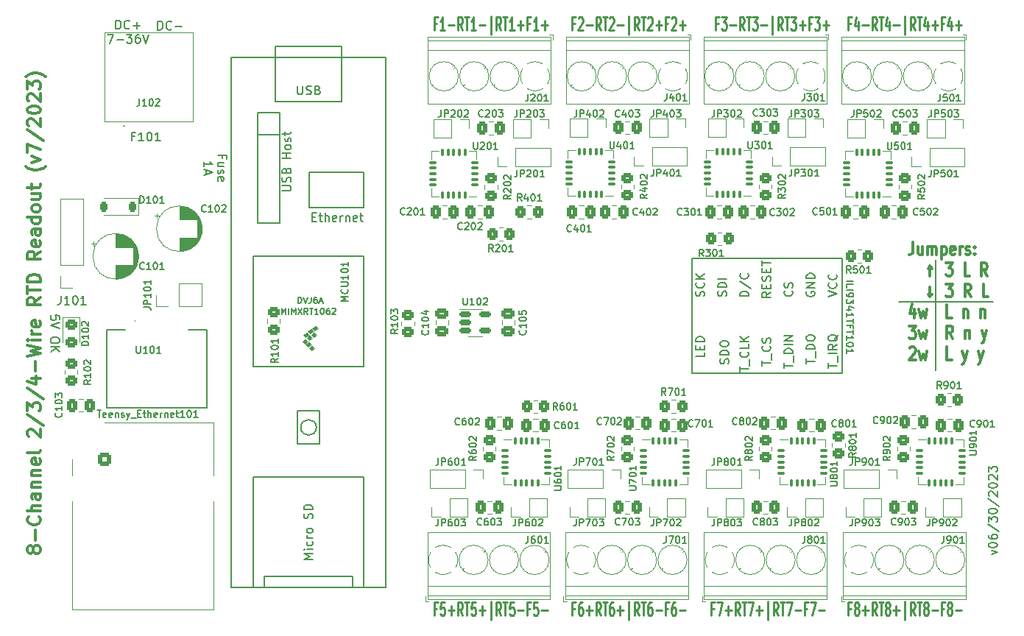
<source format=gbr>
%TF.GenerationSoftware,KiCad,Pcbnew,7.0.6*%
%TF.CreationDate,2023-07-11T08:11:05-07:00*%
%TF.ProjectId,Thermo-RTD-8-v1_5,54686572-6d6f-42d5-9254-442d382d7631,rev?*%
%TF.SameCoordinates,Original*%
%TF.FileFunction,Legend,Top*%
%TF.FilePolarity,Positive*%
%FSLAX46Y46*%
G04 Gerber Fmt 4.6, Leading zero omitted, Abs format (unit mm)*
G04 Created by KiCad (PCBNEW 7.0.6) date 2023-07-11 08:11:05*
%MOMM*%
%LPD*%
G01*
G04 APERTURE LIST*
G04 Aperture macros list*
%AMRoundRect*
0 Rectangle with rounded corners*
0 $1 Rounding radius*
0 $2 $3 $4 $5 $6 $7 $8 $9 X,Y pos of 4 corners*
0 Add a 4 corners polygon primitive as box body*
4,1,4,$2,$3,$4,$5,$6,$7,$8,$9,$2,$3,0*
0 Add four circle primitives for the rounded corners*
1,1,$1+$1,$2,$3*
1,1,$1+$1,$4,$5*
1,1,$1+$1,$6,$7*
1,1,$1+$1,$8,$9*
0 Add four rect primitives between the rounded corners*
20,1,$1+$1,$2,$3,$4,$5,0*
20,1,$1+$1,$4,$5,$6,$7,0*
20,1,$1+$1,$6,$7,$8,$9,0*
20,1,$1+$1,$8,$9,$2,$3,0*%
G04 Aperture macros list end*
%ADD10C,0.150000*%
%ADD11C,0.300000*%
%ADD12C,0.225000*%
%ADD13C,0.200000*%
%ADD14C,0.120000*%
%ADD15C,0.100000*%
%ADD16C,0.203200*%
%ADD17RoundRect,0.250000X0.450000X-0.350000X0.450000X0.350000X-0.450000X0.350000X-0.450000X-0.350000X0*%
%ADD18RoundRect,0.250000X-0.337500X-0.475000X0.337500X-0.475000X0.337500X0.475000X-0.337500X0.475000X0*%
%ADD19RoundRect,0.250000X-0.350000X-0.450000X0.350000X-0.450000X0.350000X0.450000X-0.350000X0.450000X0*%
%ADD20RoundRect,0.250000X0.337500X0.475000X-0.337500X0.475000X-0.337500X-0.475000X0.337500X-0.475000X0*%
%ADD21O,1.350000X1.350000*%
%ADD22R,1.350000X1.350000*%
%ADD23R,3.250000X3.250000*%
%ADD24RoundRect,0.075000X-0.075000X-0.337500X0.075000X-0.337500X0.075000X0.337500X-0.075000X0.337500X0*%
%ADD25RoundRect,0.075000X-0.337500X-0.075000X0.337500X-0.075000X0.337500X0.075000X-0.337500X0.075000X0*%
%ADD26RoundRect,0.250000X0.350000X0.450000X-0.350000X0.450000X-0.350000X-0.450000X0.350000X-0.450000X0*%
%ADD27C,2.400000*%
%ADD28R,2.400000X2.400000*%
%ADD29C,3.200000*%
%ADD30RoundRect,0.225000X0.225000X0.375000X-0.225000X0.375000X-0.225000X-0.375000X0.225000X-0.375000X0*%
%ADD31O,1.700000X1.700000*%
%ADD32R,1.700000X1.700000*%
%ADD33RoundRect,0.075000X0.075000X0.337500X-0.075000X0.337500X-0.075000X-0.337500X0.075000X-0.337500X0*%
%ADD34RoundRect,0.075000X0.337500X0.075000X-0.337500X0.075000X-0.337500X-0.075000X0.337500X-0.075000X0*%
%ADD35C,1.600000*%
%ADD36R,1.600000X1.600000*%
%ADD37RoundRect,0.250000X-0.450000X0.350000X-0.450000X-0.350000X0.450000X-0.350000X0.450000X0.350000X0*%
%ADD38C,1.524000*%
%ADD39RoundRect,0.150000X-0.512500X-0.150000X0.512500X-0.150000X0.512500X0.150000X-0.512500X0.150000X0*%
%ADD40C,1.300000*%
%ADD41R,1.300000X1.300000*%
%ADD42RoundRect,0.250000X-0.450000X0.325000X-0.450000X-0.325000X0.450000X-0.325000X0.450000X0.325000X0*%
%ADD43RoundRect,0.250000X-0.475000X0.337500X-0.475000X-0.337500X0.475000X-0.337500X0.475000X0.337500X0*%
%ADD44C,2.500000*%
%ADD45C,1.500000*%
%ADD46RoundRect,0.250500X-0.499500X-0.499500X0.499500X-0.499500X0.499500X0.499500X-0.499500X0.499500X0*%
%ADD47C,3.250000*%
%ADD48R,1.500000X1.500000*%
%ADD49R,4.240000X3.810000*%
G04 APERTURE END LIST*
D10*
X101096900Y36808000D02*
X111891900Y36808000D01*
X105326000Y41634000D02*
X105326000Y28934000D01*
D11*
X1515185Y8142859D02*
X1443757Y8000002D01*
X1443757Y8000002D02*
X1372328Y7928573D01*
X1372328Y7928573D02*
X1229471Y7857145D01*
X1229471Y7857145D02*
X1158042Y7857145D01*
X1158042Y7857145D02*
X1015185Y7928573D01*
X1015185Y7928573D02*
X943757Y8000002D01*
X943757Y8000002D02*
X872328Y8142859D01*
X872328Y8142859D02*
X872328Y8428573D01*
X872328Y8428573D02*
X943757Y8571430D01*
X943757Y8571430D02*
X1015185Y8642859D01*
X1015185Y8642859D02*
X1158042Y8714288D01*
X1158042Y8714288D02*
X1229471Y8714288D01*
X1229471Y8714288D02*
X1372328Y8642859D01*
X1372328Y8642859D02*
X1443757Y8571430D01*
X1443757Y8571430D02*
X1515185Y8428573D01*
X1515185Y8428573D02*
X1515185Y8142859D01*
X1515185Y8142859D02*
X1586614Y8000002D01*
X1586614Y8000002D02*
X1658042Y7928573D01*
X1658042Y7928573D02*
X1800900Y7857145D01*
X1800900Y7857145D02*
X2086614Y7857145D01*
X2086614Y7857145D02*
X2229471Y7928573D01*
X2229471Y7928573D02*
X2300900Y8000002D01*
X2300900Y8000002D02*
X2372328Y8142859D01*
X2372328Y8142859D02*
X2372328Y8428573D01*
X2372328Y8428573D02*
X2300900Y8571430D01*
X2300900Y8571430D02*
X2229471Y8642859D01*
X2229471Y8642859D02*
X2086614Y8714288D01*
X2086614Y8714288D02*
X1800900Y8714288D01*
X1800900Y8714288D02*
X1658042Y8642859D01*
X1658042Y8642859D02*
X1586614Y8571430D01*
X1586614Y8571430D02*
X1515185Y8428573D01*
X1800900Y9357144D02*
X1800900Y10500001D01*
X2229471Y12071430D02*
X2300900Y12000002D01*
X2300900Y12000002D02*
X2372328Y11785716D01*
X2372328Y11785716D02*
X2372328Y11642859D01*
X2372328Y11642859D02*
X2300900Y11428573D01*
X2300900Y11428573D02*
X2158042Y11285716D01*
X2158042Y11285716D02*
X2015185Y11214287D01*
X2015185Y11214287D02*
X1729471Y11142859D01*
X1729471Y11142859D02*
X1515185Y11142859D01*
X1515185Y11142859D02*
X1229471Y11214287D01*
X1229471Y11214287D02*
X1086614Y11285716D01*
X1086614Y11285716D02*
X943757Y11428573D01*
X943757Y11428573D02*
X872328Y11642859D01*
X872328Y11642859D02*
X872328Y11785716D01*
X872328Y11785716D02*
X943757Y12000002D01*
X943757Y12000002D02*
X1015185Y12071430D01*
X2372328Y12714287D02*
X872328Y12714287D01*
X2372328Y13357144D02*
X1586614Y13357144D01*
X1586614Y13357144D02*
X1443757Y13285716D01*
X1443757Y13285716D02*
X1372328Y13142859D01*
X1372328Y13142859D02*
X1372328Y12928573D01*
X1372328Y12928573D02*
X1443757Y12785716D01*
X1443757Y12785716D02*
X1515185Y12714287D01*
X2372328Y14714287D02*
X1586614Y14714287D01*
X1586614Y14714287D02*
X1443757Y14642859D01*
X1443757Y14642859D02*
X1372328Y14500002D01*
X1372328Y14500002D02*
X1372328Y14214287D01*
X1372328Y14214287D02*
X1443757Y14071430D01*
X2300900Y14714287D02*
X2372328Y14571430D01*
X2372328Y14571430D02*
X2372328Y14214287D01*
X2372328Y14214287D02*
X2300900Y14071430D01*
X2300900Y14071430D02*
X2158042Y14000002D01*
X2158042Y14000002D02*
X2015185Y14000002D01*
X2015185Y14000002D02*
X1872328Y14071430D01*
X1872328Y14071430D02*
X1800900Y14214287D01*
X1800900Y14214287D02*
X1800900Y14571430D01*
X1800900Y14571430D02*
X1729471Y14714287D01*
X1372328Y15428573D02*
X2372328Y15428573D01*
X1515185Y15428573D02*
X1443757Y15500002D01*
X1443757Y15500002D02*
X1372328Y15642859D01*
X1372328Y15642859D02*
X1372328Y15857145D01*
X1372328Y15857145D02*
X1443757Y16000002D01*
X1443757Y16000002D02*
X1586614Y16071430D01*
X1586614Y16071430D02*
X2372328Y16071430D01*
X1372328Y16785716D02*
X2372328Y16785716D01*
X1515185Y16785716D02*
X1443757Y16857145D01*
X1443757Y16857145D02*
X1372328Y17000002D01*
X1372328Y17000002D02*
X1372328Y17214288D01*
X1372328Y17214288D02*
X1443757Y17357145D01*
X1443757Y17357145D02*
X1586614Y17428573D01*
X1586614Y17428573D02*
X2372328Y17428573D01*
X2300900Y18714288D02*
X2372328Y18571431D01*
X2372328Y18571431D02*
X2372328Y18285716D01*
X2372328Y18285716D02*
X2300900Y18142859D01*
X2300900Y18142859D02*
X2158042Y18071431D01*
X2158042Y18071431D02*
X1586614Y18071431D01*
X1586614Y18071431D02*
X1443757Y18142859D01*
X1443757Y18142859D02*
X1372328Y18285716D01*
X1372328Y18285716D02*
X1372328Y18571431D01*
X1372328Y18571431D02*
X1443757Y18714288D01*
X1443757Y18714288D02*
X1586614Y18785716D01*
X1586614Y18785716D02*
X1729471Y18785716D01*
X1729471Y18785716D02*
X1872328Y18071431D01*
X2372328Y19642859D02*
X2300900Y19500002D01*
X2300900Y19500002D02*
X2158042Y19428573D01*
X2158042Y19428573D02*
X872328Y19428573D01*
X1015185Y21285716D02*
X943757Y21357144D01*
X943757Y21357144D02*
X872328Y21500001D01*
X872328Y21500001D02*
X872328Y21857144D01*
X872328Y21857144D02*
X943757Y22000001D01*
X943757Y22000001D02*
X1015185Y22071430D01*
X1015185Y22071430D02*
X1158042Y22142859D01*
X1158042Y22142859D02*
X1300900Y22142859D01*
X1300900Y22142859D02*
X1515185Y22071430D01*
X1515185Y22071430D02*
X2372328Y21214287D01*
X2372328Y21214287D02*
X2372328Y22142859D01*
X800900Y23857144D02*
X2729471Y22571430D01*
X872328Y24214287D02*
X872328Y25142859D01*
X872328Y25142859D02*
X1443757Y24642859D01*
X1443757Y24642859D02*
X1443757Y24857144D01*
X1443757Y24857144D02*
X1515185Y25000001D01*
X1515185Y25000001D02*
X1586614Y25071430D01*
X1586614Y25071430D02*
X1729471Y25142859D01*
X1729471Y25142859D02*
X2086614Y25142859D01*
X2086614Y25142859D02*
X2229471Y25071430D01*
X2229471Y25071430D02*
X2300900Y25000001D01*
X2300900Y25000001D02*
X2372328Y24857144D01*
X2372328Y24857144D02*
X2372328Y24428573D01*
X2372328Y24428573D02*
X2300900Y24285716D01*
X2300900Y24285716D02*
X2229471Y24214287D01*
X800900Y26857144D02*
X2729471Y25571430D01*
X1372328Y28000001D02*
X2372328Y28000001D01*
X800900Y27642859D02*
X1872328Y27285716D01*
X1872328Y27285716D02*
X1872328Y28214287D01*
X1800900Y28785715D02*
X1800900Y29928572D01*
X872328Y30500001D02*
X2372328Y30857144D01*
X2372328Y30857144D02*
X1300900Y31142858D01*
X1300900Y31142858D02*
X2372328Y31428573D01*
X2372328Y31428573D02*
X872328Y31785715D01*
X2372328Y32357144D02*
X1372328Y32357144D01*
X872328Y32357144D02*
X943757Y32285716D01*
X943757Y32285716D02*
X1015185Y32357144D01*
X1015185Y32357144D02*
X943757Y32428573D01*
X943757Y32428573D02*
X872328Y32357144D01*
X872328Y32357144D02*
X1015185Y32357144D01*
X2372328Y33071430D02*
X1372328Y33071430D01*
X1658042Y33071430D02*
X1515185Y33142859D01*
X1515185Y33142859D02*
X1443757Y33214287D01*
X1443757Y33214287D02*
X1372328Y33357145D01*
X1372328Y33357145D02*
X1372328Y33500002D01*
X2300900Y34571430D02*
X2372328Y34428573D01*
X2372328Y34428573D02*
X2372328Y34142858D01*
X2372328Y34142858D02*
X2300900Y34000001D01*
X2300900Y34000001D02*
X2158042Y33928573D01*
X2158042Y33928573D02*
X1586614Y33928573D01*
X1586614Y33928573D02*
X1443757Y34000001D01*
X1443757Y34000001D02*
X1372328Y34142858D01*
X1372328Y34142858D02*
X1372328Y34428573D01*
X1372328Y34428573D02*
X1443757Y34571430D01*
X1443757Y34571430D02*
X1586614Y34642858D01*
X1586614Y34642858D02*
X1729471Y34642858D01*
X1729471Y34642858D02*
X1872328Y33928573D01*
X2372328Y37285715D02*
X1658042Y36785715D01*
X2372328Y36428572D02*
X872328Y36428572D01*
X872328Y36428572D02*
X872328Y37000001D01*
X872328Y37000001D02*
X943757Y37142858D01*
X943757Y37142858D02*
X1015185Y37214287D01*
X1015185Y37214287D02*
X1158042Y37285715D01*
X1158042Y37285715D02*
X1372328Y37285715D01*
X1372328Y37285715D02*
X1515185Y37214287D01*
X1515185Y37214287D02*
X1586614Y37142858D01*
X1586614Y37142858D02*
X1658042Y37000001D01*
X1658042Y37000001D02*
X1658042Y36428572D01*
X872328Y37714287D02*
X872328Y38571429D01*
X2372328Y38142858D02*
X872328Y38142858D01*
X2372328Y39071429D02*
X872328Y39071429D01*
X872328Y39071429D02*
X872328Y39428572D01*
X872328Y39428572D02*
X943757Y39642858D01*
X943757Y39642858D02*
X1086614Y39785715D01*
X1086614Y39785715D02*
X1229471Y39857144D01*
X1229471Y39857144D02*
X1515185Y39928572D01*
X1515185Y39928572D02*
X1729471Y39928572D01*
X1729471Y39928572D02*
X2015185Y39857144D01*
X2015185Y39857144D02*
X2158042Y39785715D01*
X2158042Y39785715D02*
X2300900Y39642858D01*
X2300900Y39642858D02*
X2372328Y39428572D01*
X2372328Y39428572D02*
X2372328Y39071429D01*
X2372328Y42571429D02*
X1658042Y42071429D01*
X2372328Y41714286D02*
X872328Y41714286D01*
X872328Y41714286D02*
X872328Y42285715D01*
X872328Y42285715D02*
X943757Y42428572D01*
X943757Y42428572D02*
X1015185Y42500001D01*
X1015185Y42500001D02*
X1158042Y42571429D01*
X1158042Y42571429D02*
X1372328Y42571429D01*
X1372328Y42571429D02*
X1515185Y42500001D01*
X1515185Y42500001D02*
X1586614Y42428572D01*
X1586614Y42428572D02*
X1658042Y42285715D01*
X1658042Y42285715D02*
X1658042Y41714286D01*
X2300900Y43785715D02*
X2372328Y43642858D01*
X2372328Y43642858D02*
X2372328Y43357143D01*
X2372328Y43357143D02*
X2300900Y43214286D01*
X2300900Y43214286D02*
X2158042Y43142858D01*
X2158042Y43142858D02*
X1586614Y43142858D01*
X1586614Y43142858D02*
X1443757Y43214286D01*
X1443757Y43214286D02*
X1372328Y43357143D01*
X1372328Y43357143D02*
X1372328Y43642858D01*
X1372328Y43642858D02*
X1443757Y43785715D01*
X1443757Y43785715D02*
X1586614Y43857143D01*
X1586614Y43857143D02*
X1729471Y43857143D01*
X1729471Y43857143D02*
X1872328Y43142858D01*
X2372328Y45142857D02*
X1586614Y45142857D01*
X1586614Y45142857D02*
X1443757Y45071429D01*
X1443757Y45071429D02*
X1372328Y44928572D01*
X1372328Y44928572D02*
X1372328Y44642857D01*
X1372328Y44642857D02*
X1443757Y44500000D01*
X2300900Y45142857D02*
X2372328Y45000000D01*
X2372328Y45000000D02*
X2372328Y44642857D01*
X2372328Y44642857D02*
X2300900Y44500000D01*
X2300900Y44500000D02*
X2158042Y44428572D01*
X2158042Y44428572D02*
X2015185Y44428572D01*
X2015185Y44428572D02*
X1872328Y44500000D01*
X1872328Y44500000D02*
X1800900Y44642857D01*
X1800900Y44642857D02*
X1800900Y45000000D01*
X1800900Y45000000D02*
X1729471Y45142857D01*
X2372328Y46500000D02*
X872328Y46500000D01*
X2300900Y46500000D02*
X2372328Y46357143D01*
X2372328Y46357143D02*
X2372328Y46071429D01*
X2372328Y46071429D02*
X2300900Y45928572D01*
X2300900Y45928572D02*
X2229471Y45857143D01*
X2229471Y45857143D02*
X2086614Y45785715D01*
X2086614Y45785715D02*
X1658042Y45785715D01*
X1658042Y45785715D02*
X1515185Y45857143D01*
X1515185Y45857143D02*
X1443757Y45928572D01*
X1443757Y45928572D02*
X1372328Y46071429D01*
X1372328Y46071429D02*
X1372328Y46357143D01*
X1372328Y46357143D02*
X1443757Y46500000D01*
X2372328Y47428572D02*
X2300900Y47285715D01*
X2300900Y47285715D02*
X2229471Y47214286D01*
X2229471Y47214286D02*
X2086614Y47142858D01*
X2086614Y47142858D02*
X1658042Y47142858D01*
X1658042Y47142858D02*
X1515185Y47214286D01*
X1515185Y47214286D02*
X1443757Y47285715D01*
X1443757Y47285715D02*
X1372328Y47428572D01*
X1372328Y47428572D02*
X1372328Y47642858D01*
X1372328Y47642858D02*
X1443757Y47785715D01*
X1443757Y47785715D02*
X1515185Y47857143D01*
X1515185Y47857143D02*
X1658042Y47928572D01*
X1658042Y47928572D02*
X2086614Y47928572D01*
X2086614Y47928572D02*
X2229471Y47857143D01*
X2229471Y47857143D02*
X2300900Y47785715D01*
X2300900Y47785715D02*
X2372328Y47642858D01*
X2372328Y47642858D02*
X2372328Y47428572D01*
X1372328Y49214286D02*
X2372328Y49214286D01*
X1372328Y48571429D02*
X2158042Y48571429D01*
X2158042Y48571429D02*
X2300900Y48642858D01*
X2300900Y48642858D02*
X2372328Y48785715D01*
X2372328Y48785715D02*
X2372328Y49000001D01*
X2372328Y49000001D02*
X2300900Y49142858D01*
X2300900Y49142858D02*
X2229471Y49214286D01*
X1372328Y49714287D02*
X1372328Y50285715D01*
X872328Y49928572D02*
X2158042Y49928572D01*
X2158042Y49928572D02*
X2300900Y50000001D01*
X2300900Y50000001D02*
X2372328Y50142858D01*
X2372328Y50142858D02*
X2372328Y50285715D01*
X2943757Y52357144D02*
X2872328Y52285715D01*
X2872328Y52285715D02*
X2658042Y52142858D01*
X2658042Y52142858D02*
X2515185Y52071429D01*
X2515185Y52071429D02*
X2300900Y52000001D01*
X2300900Y52000001D02*
X1943757Y51928572D01*
X1943757Y51928572D02*
X1658042Y51928572D01*
X1658042Y51928572D02*
X1300900Y52000001D01*
X1300900Y52000001D02*
X1086614Y52071429D01*
X1086614Y52071429D02*
X943757Y52142858D01*
X943757Y52142858D02*
X729471Y52285715D01*
X729471Y52285715D02*
X658042Y52357144D01*
X1372328Y52785715D02*
X2372328Y53142858D01*
X2372328Y53142858D02*
X1372328Y53500001D01*
X872328Y53928572D02*
X872328Y54928572D01*
X872328Y54928572D02*
X2372328Y54285715D01*
X800900Y56571429D02*
X2729471Y55285715D01*
X1015185Y57000001D02*
X943757Y57071429D01*
X943757Y57071429D02*
X872328Y57214286D01*
X872328Y57214286D02*
X872328Y57571429D01*
X872328Y57571429D02*
X943757Y57714286D01*
X943757Y57714286D02*
X1015185Y57785715D01*
X1015185Y57785715D02*
X1158042Y57857144D01*
X1158042Y57857144D02*
X1300900Y57857144D01*
X1300900Y57857144D02*
X1515185Y57785715D01*
X1515185Y57785715D02*
X2372328Y56928572D01*
X2372328Y56928572D02*
X2372328Y57857144D01*
X872328Y58785715D02*
X872328Y58928572D01*
X872328Y58928572D02*
X943757Y59071429D01*
X943757Y59071429D02*
X1015185Y59142857D01*
X1015185Y59142857D02*
X1158042Y59214286D01*
X1158042Y59214286D02*
X1443757Y59285715D01*
X1443757Y59285715D02*
X1800900Y59285715D01*
X1800900Y59285715D02*
X2086614Y59214286D01*
X2086614Y59214286D02*
X2229471Y59142857D01*
X2229471Y59142857D02*
X2300900Y59071429D01*
X2300900Y59071429D02*
X2372328Y58928572D01*
X2372328Y58928572D02*
X2372328Y58785715D01*
X2372328Y58785715D02*
X2300900Y58642857D01*
X2300900Y58642857D02*
X2229471Y58571429D01*
X2229471Y58571429D02*
X2086614Y58500000D01*
X2086614Y58500000D02*
X1800900Y58428572D01*
X1800900Y58428572D02*
X1443757Y58428572D01*
X1443757Y58428572D02*
X1158042Y58500000D01*
X1158042Y58500000D02*
X1015185Y58571429D01*
X1015185Y58571429D02*
X943757Y58642857D01*
X943757Y58642857D02*
X872328Y58785715D01*
X1015185Y59857143D02*
X943757Y59928571D01*
X943757Y59928571D02*
X872328Y60071428D01*
X872328Y60071428D02*
X872328Y60428571D01*
X872328Y60428571D02*
X943757Y60571428D01*
X943757Y60571428D02*
X1015185Y60642857D01*
X1015185Y60642857D02*
X1158042Y60714286D01*
X1158042Y60714286D02*
X1300900Y60714286D01*
X1300900Y60714286D02*
X1515185Y60642857D01*
X1515185Y60642857D02*
X2372328Y59785714D01*
X2372328Y59785714D02*
X2372328Y60714286D01*
X872328Y61214285D02*
X872328Y62142857D01*
X872328Y62142857D02*
X1443757Y61642857D01*
X1443757Y61642857D02*
X1443757Y61857142D01*
X1443757Y61857142D02*
X1515185Y61999999D01*
X1515185Y61999999D02*
X1586614Y62071428D01*
X1586614Y62071428D02*
X1729471Y62142857D01*
X1729471Y62142857D02*
X2086614Y62142857D01*
X2086614Y62142857D02*
X2229471Y62071428D01*
X2229471Y62071428D02*
X2300900Y61999999D01*
X2300900Y61999999D02*
X2372328Y61857142D01*
X2372328Y61857142D02*
X2372328Y61428571D01*
X2372328Y61428571D02*
X2300900Y61285714D01*
X2300900Y61285714D02*
X2229471Y61214285D01*
X2943757Y62642856D02*
X2872328Y62714285D01*
X2872328Y62714285D02*
X2658042Y62857142D01*
X2658042Y62857142D02*
X2515185Y62928570D01*
X2515185Y62928570D02*
X2300900Y62999999D01*
X2300900Y62999999D02*
X1943757Y63071428D01*
X1943757Y63071428D02*
X1658042Y63071428D01*
X1658042Y63071428D02*
X1300900Y62999999D01*
X1300900Y62999999D02*
X1086614Y62928570D01*
X1086614Y62928570D02*
X943757Y62857142D01*
X943757Y62857142D02*
X729471Y62714285D01*
X729471Y62714285D02*
X658042Y62642856D01*
D10*
X11031848Y68146181D02*
X11031848Y69146181D01*
X11031848Y69146181D02*
X11269943Y69146181D01*
X11269943Y69146181D02*
X11412800Y69098562D01*
X11412800Y69098562D02*
X11508038Y69003324D01*
X11508038Y69003324D02*
X11555657Y68908086D01*
X11555657Y68908086D02*
X11603276Y68717610D01*
X11603276Y68717610D02*
X11603276Y68574753D01*
X11603276Y68574753D02*
X11555657Y68384277D01*
X11555657Y68384277D02*
X11508038Y68289039D01*
X11508038Y68289039D02*
X11412800Y68193800D01*
X11412800Y68193800D02*
X11269943Y68146181D01*
X11269943Y68146181D02*
X11031848Y68146181D01*
X12603276Y68241420D02*
X12555657Y68193800D01*
X12555657Y68193800D02*
X12412800Y68146181D01*
X12412800Y68146181D02*
X12317562Y68146181D01*
X12317562Y68146181D02*
X12174705Y68193800D01*
X12174705Y68193800D02*
X12079467Y68289039D01*
X12079467Y68289039D02*
X12031848Y68384277D01*
X12031848Y68384277D02*
X11984229Y68574753D01*
X11984229Y68574753D02*
X11984229Y68717610D01*
X11984229Y68717610D02*
X12031848Y68908086D01*
X12031848Y68908086D02*
X12079467Y69003324D01*
X12079467Y69003324D02*
X12174705Y69098562D01*
X12174705Y69098562D02*
X12317562Y69146181D01*
X12317562Y69146181D02*
X12412800Y69146181D01*
X12412800Y69146181D02*
X12555657Y69098562D01*
X12555657Y69098562D02*
X12603276Y69050943D01*
X13031848Y68527134D02*
X13793753Y68527134D01*
X13412800Y68146181D02*
X13412800Y68908086D01*
X10079467Y67536181D02*
X10746133Y67536181D01*
X10746133Y67536181D02*
X10317562Y66536181D01*
X11127086Y66917134D02*
X11888991Y66917134D01*
X12269943Y67536181D02*
X12888990Y67536181D01*
X12888990Y67536181D02*
X12555657Y67155229D01*
X12555657Y67155229D02*
X12698514Y67155229D01*
X12698514Y67155229D02*
X12793752Y67107610D01*
X12793752Y67107610D02*
X12841371Y67059991D01*
X12841371Y67059991D02*
X12888990Y66964753D01*
X12888990Y66964753D02*
X12888990Y66726658D01*
X12888990Y66726658D02*
X12841371Y66631420D01*
X12841371Y66631420D02*
X12793752Y66583800D01*
X12793752Y66583800D02*
X12698514Y66536181D01*
X12698514Y66536181D02*
X12412800Y66536181D01*
X12412800Y66536181D02*
X12317562Y66583800D01*
X12317562Y66583800D02*
X12269943Y66631420D01*
X13746133Y67536181D02*
X13555657Y67536181D01*
X13555657Y67536181D02*
X13460419Y67488562D01*
X13460419Y67488562D02*
X13412800Y67440943D01*
X13412800Y67440943D02*
X13317562Y67298086D01*
X13317562Y67298086D02*
X13269943Y67107610D01*
X13269943Y67107610D02*
X13269943Y66726658D01*
X13269943Y66726658D02*
X13317562Y66631420D01*
X13317562Y66631420D02*
X13365181Y66583800D01*
X13365181Y66583800D02*
X13460419Y66536181D01*
X13460419Y66536181D02*
X13650895Y66536181D01*
X13650895Y66536181D02*
X13746133Y66583800D01*
X13746133Y66583800D02*
X13793752Y66631420D01*
X13793752Y66631420D02*
X13841371Y66726658D01*
X13841371Y66726658D02*
X13841371Y66964753D01*
X13841371Y66964753D02*
X13793752Y67059991D01*
X13793752Y67059991D02*
X13746133Y67107610D01*
X13746133Y67107610D02*
X13650895Y67155229D01*
X13650895Y67155229D02*
X13460419Y67155229D01*
X13460419Y67155229D02*
X13365181Y67107610D01*
X13365181Y67107610D02*
X13317562Y67059991D01*
X13317562Y67059991D02*
X13269943Y66964753D01*
X14127086Y67536181D02*
X14460419Y66536181D01*
X14460419Y66536181D02*
X14793752Y67536181D01*
D12*
X47930713Y68788486D02*
X47630713Y68788486D01*
X47630713Y68002772D02*
X47630713Y69502772D01*
X47630713Y69502772D02*
X48059285Y69502772D01*
X48873571Y68002772D02*
X48359285Y68002772D01*
X48616428Y68002772D02*
X48616428Y69502772D01*
X48616428Y69502772D02*
X48530714Y69288486D01*
X48530714Y69288486D02*
X48444999Y69145629D01*
X48444999Y69145629D02*
X48359285Y69074200D01*
X49259285Y68574200D02*
X49945000Y68574200D01*
X50887857Y68002772D02*
X50587857Y68717058D01*
X50373571Y68002772D02*
X50373571Y69502772D01*
X50373571Y69502772D02*
X50716428Y69502772D01*
X50716428Y69502772D02*
X50802143Y69431343D01*
X50802143Y69431343D02*
X50845000Y69359915D01*
X50845000Y69359915D02*
X50887857Y69217058D01*
X50887857Y69217058D02*
X50887857Y69002772D01*
X50887857Y69002772D02*
X50845000Y68859915D01*
X50845000Y68859915D02*
X50802143Y68788486D01*
X50802143Y68788486D02*
X50716428Y68717058D01*
X50716428Y68717058D02*
X50373571Y68717058D01*
X51145000Y69502772D02*
X51659286Y69502772D01*
X51402143Y68002772D02*
X51402143Y69502772D01*
X52430714Y68002772D02*
X51916428Y68002772D01*
X52173571Y68002772D02*
X52173571Y69502772D01*
X52173571Y69502772D02*
X52087857Y69288486D01*
X52087857Y69288486D02*
X52002142Y69145629D01*
X52002142Y69145629D02*
X51916428Y69074200D01*
X52816428Y68574200D02*
X53502143Y68574200D01*
X54145000Y67502772D02*
X54145000Y69645629D01*
X55302143Y68002772D02*
X55002143Y68717058D01*
X54787857Y68002772D02*
X54787857Y69502772D01*
X54787857Y69502772D02*
X55130714Y69502772D01*
X55130714Y69502772D02*
X55216429Y69431343D01*
X55216429Y69431343D02*
X55259286Y69359915D01*
X55259286Y69359915D02*
X55302143Y69217058D01*
X55302143Y69217058D02*
X55302143Y69002772D01*
X55302143Y69002772D02*
X55259286Y68859915D01*
X55259286Y68859915D02*
X55216429Y68788486D01*
X55216429Y68788486D02*
X55130714Y68717058D01*
X55130714Y68717058D02*
X54787857Y68717058D01*
X55559286Y69502772D02*
X56073572Y69502772D01*
X55816429Y68002772D02*
X55816429Y69502772D01*
X56845000Y68002772D02*
X56330714Y68002772D01*
X56587857Y68002772D02*
X56587857Y69502772D01*
X56587857Y69502772D02*
X56502143Y69288486D01*
X56502143Y69288486D02*
X56416428Y69145629D01*
X56416428Y69145629D02*
X56330714Y69074200D01*
X57230714Y68574200D02*
X57916429Y68574200D01*
X57573571Y68002772D02*
X57573571Y69145629D01*
X58645000Y68788486D02*
X58345000Y68788486D01*
X58345000Y68002772D02*
X58345000Y69502772D01*
X58345000Y69502772D02*
X58773572Y69502772D01*
X59587858Y68002772D02*
X59073572Y68002772D01*
X59330715Y68002772D02*
X59330715Y69502772D01*
X59330715Y69502772D02*
X59245001Y69288486D01*
X59245001Y69288486D02*
X59159286Y69145629D01*
X59159286Y69145629D02*
X59073572Y69074200D01*
X59973572Y68574200D02*
X60659287Y68574200D01*
X60316429Y68002772D02*
X60316429Y69145629D01*
D10*
X15857848Y68052381D02*
X15857848Y69052381D01*
X15857848Y69052381D02*
X16095943Y69052381D01*
X16095943Y69052381D02*
X16238800Y69004762D01*
X16238800Y69004762D02*
X16334038Y68909524D01*
X16334038Y68909524D02*
X16381657Y68814286D01*
X16381657Y68814286D02*
X16429276Y68623810D01*
X16429276Y68623810D02*
X16429276Y68480953D01*
X16429276Y68480953D02*
X16381657Y68290477D01*
X16381657Y68290477D02*
X16334038Y68195239D01*
X16334038Y68195239D02*
X16238800Y68100000D01*
X16238800Y68100000D02*
X16095943Y68052381D01*
X16095943Y68052381D02*
X15857848Y68052381D01*
X17429276Y68147620D02*
X17381657Y68100000D01*
X17381657Y68100000D02*
X17238800Y68052381D01*
X17238800Y68052381D02*
X17143562Y68052381D01*
X17143562Y68052381D02*
X17000705Y68100000D01*
X17000705Y68100000D02*
X16905467Y68195239D01*
X16905467Y68195239D02*
X16857848Y68290477D01*
X16857848Y68290477D02*
X16810229Y68480953D01*
X16810229Y68480953D02*
X16810229Y68623810D01*
X16810229Y68623810D02*
X16857848Y68814286D01*
X16857848Y68814286D02*
X16905467Y68909524D01*
X16905467Y68909524D02*
X17000705Y69004762D01*
X17000705Y69004762D02*
X17143562Y69052381D01*
X17143562Y69052381D02*
X17238800Y69052381D01*
X17238800Y69052381D02*
X17381657Y69004762D01*
X17381657Y69004762D02*
X17429276Y68957143D01*
X17857848Y68433334D02*
X18619753Y68433334D01*
X23268990Y53317858D02*
X23268990Y53651191D01*
X22745180Y53651191D02*
X23745180Y53651191D01*
X23745180Y53651191D02*
X23745180Y53175001D01*
X23411847Y52365477D02*
X22745180Y52365477D01*
X23411847Y52794048D02*
X22888038Y52794048D01*
X22888038Y52794048D02*
X22792800Y52746429D01*
X22792800Y52746429D02*
X22745180Y52651191D01*
X22745180Y52651191D02*
X22745180Y52508334D01*
X22745180Y52508334D02*
X22792800Y52413096D01*
X22792800Y52413096D02*
X22840419Y52365477D01*
X22792800Y51936905D02*
X22745180Y51841667D01*
X22745180Y51841667D02*
X22745180Y51651191D01*
X22745180Y51651191D02*
X22792800Y51555953D01*
X22792800Y51555953D02*
X22888038Y51508334D01*
X22888038Y51508334D02*
X22935657Y51508334D01*
X22935657Y51508334D02*
X23030895Y51555953D01*
X23030895Y51555953D02*
X23078514Y51651191D01*
X23078514Y51651191D02*
X23078514Y51794048D01*
X23078514Y51794048D02*
X23126133Y51889286D01*
X23126133Y51889286D02*
X23221371Y51936905D01*
X23221371Y51936905D02*
X23268990Y51936905D01*
X23268990Y51936905D02*
X23364228Y51889286D01*
X23364228Y51889286D02*
X23411847Y51794048D01*
X23411847Y51794048D02*
X23411847Y51651191D01*
X23411847Y51651191D02*
X23364228Y51555953D01*
X22792800Y50698810D02*
X22745180Y50794048D01*
X22745180Y50794048D02*
X22745180Y50984524D01*
X22745180Y50984524D02*
X22792800Y51079762D01*
X22792800Y51079762D02*
X22888038Y51127381D01*
X22888038Y51127381D02*
X23268990Y51127381D01*
X23268990Y51127381D02*
X23364228Y51079762D01*
X23364228Y51079762D02*
X23411847Y50984524D01*
X23411847Y50984524D02*
X23411847Y50794048D01*
X23411847Y50794048D02*
X23364228Y50698810D01*
X23364228Y50698810D02*
X23268990Y50651191D01*
X23268990Y50651191D02*
X23173752Y50651191D01*
X23173752Y50651191D02*
X23078514Y51127381D01*
X21135180Y52317858D02*
X21135180Y52889286D01*
X21135180Y52603572D02*
X22135180Y52603572D01*
X22135180Y52603572D02*
X21992323Y52698810D01*
X21992323Y52698810D02*
X21897085Y52794048D01*
X21897085Y52794048D02*
X21849466Y52889286D01*
X21420895Y51936905D02*
X21420895Y51460715D01*
X21135180Y52032143D02*
X22135180Y51698810D01*
X22135180Y51698810D02*
X21135180Y51365477D01*
X4525180Y34720239D02*
X4525180Y35196429D01*
X4525180Y35196429D02*
X4048990Y35244048D01*
X4048990Y35244048D02*
X4096609Y35196429D01*
X4096609Y35196429D02*
X4144228Y35101191D01*
X4144228Y35101191D02*
X4144228Y34863096D01*
X4144228Y34863096D02*
X4096609Y34767858D01*
X4096609Y34767858D02*
X4048990Y34720239D01*
X4048990Y34720239D02*
X3953752Y34672620D01*
X3953752Y34672620D02*
X3715657Y34672620D01*
X3715657Y34672620D02*
X3620419Y34720239D01*
X3620419Y34720239D02*
X3572800Y34767858D01*
X3572800Y34767858D02*
X3525180Y34863096D01*
X3525180Y34863096D02*
X3525180Y35101191D01*
X3525180Y35101191D02*
X3572800Y35196429D01*
X3572800Y35196429D02*
X3620419Y35244048D01*
X4525180Y34386905D02*
X3525180Y34053572D01*
X3525180Y34053572D02*
X4525180Y33720239D01*
X4525180Y32434524D02*
X4525180Y32244048D01*
X4525180Y32244048D02*
X4477561Y32148810D01*
X4477561Y32148810D02*
X4382323Y32053572D01*
X4382323Y32053572D02*
X4191847Y32005953D01*
X4191847Y32005953D02*
X3858514Y32005953D01*
X3858514Y32005953D02*
X3668038Y32053572D01*
X3668038Y32053572D02*
X3572800Y32148810D01*
X3572800Y32148810D02*
X3525180Y32244048D01*
X3525180Y32244048D02*
X3525180Y32434524D01*
X3525180Y32434524D02*
X3572800Y32529762D01*
X3572800Y32529762D02*
X3668038Y32625000D01*
X3668038Y32625000D02*
X3858514Y32672619D01*
X3858514Y32672619D02*
X4191847Y32672619D01*
X4191847Y32672619D02*
X4382323Y32625000D01*
X4382323Y32625000D02*
X4477561Y32529762D01*
X4477561Y32529762D02*
X4525180Y32434524D01*
X3525180Y31577381D02*
X4525180Y31577381D01*
X3525180Y31005953D02*
X4096609Y31434524D01*
X4525180Y31005953D02*
X3953752Y31577381D01*
D12*
X95555713Y68788486D02*
X95255713Y68788486D01*
X95255713Y68002772D02*
X95255713Y69502772D01*
X95255713Y69502772D02*
X95684285Y69502772D01*
X96412857Y69002772D02*
X96412857Y68002772D01*
X96198571Y69574200D02*
X95984285Y68502772D01*
X95984285Y68502772D02*
X96541428Y68502772D01*
X96884285Y68574200D02*
X97570000Y68574200D01*
X98512857Y68002772D02*
X98212857Y68717058D01*
X97998571Y68002772D02*
X97998571Y69502772D01*
X97998571Y69502772D02*
X98341428Y69502772D01*
X98341428Y69502772D02*
X98427143Y69431343D01*
X98427143Y69431343D02*
X98470000Y69359915D01*
X98470000Y69359915D02*
X98512857Y69217058D01*
X98512857Y69217058D02*
X98512857Y69002772D01*
X98512857Y69002772D02*
X98470000Y68859915D01*
X98470000Y68859915D02*
X98427143Y68788486D01*
X98427143Y68788486D02*
X98341428Y68717058D01*
X98341428Y68717058D02*
X97998571Y68717058D01*
X98770000Y69502772D02*
X99284286Y69502772D01*
X99027143Y68002772D02*
X99027143Y69502772D01*
X99970000Y69002772D02*
X99970000Y68002772D01*
X99755714Y69574200D02*
X99541428Y68502772D01*
X99541428Y68502772D02*
X100098571Y68502772D01*
X100441428Y68574200D02*
X101127143Y68574200D01*
X101770000Y67502772D02*
X101770000Y69645629D01*
X102927143Y68002772D02*
X102627143Y68717058D01*
X102412857Y68002772D02*
X102412857Y69502772D01*
X102412857Y69502772D02*
X102755714Y69502772D01*
X102755714Y69502772D02*
X102841429Y69431343D01*
X102841429Y69431343D02*
X102884286Y69359915D01*
X102884286Y69359915D02*
X102927143Y69217058D01*
X102927143Y69217058D02*
X102927143Y69002772D01*
X102927143Y69002772D02*
X102884286Y68859915D01*
X102884286Y68859915D02*
X102841429Y68788486D01*
X102841429Y68788486D02*
X102755714Y68717058D01*
X102755714Y68717058D02*
X102412857Y68717058D01*
X103184286Y69502772D02*
X103698572Y69502772D01*
X103441429Y68002772D02*
X103441429Y69502772D01*
X104384286Y69002772D02*
X104384286Y68002772D01*
X104170000Y69574200D02*
X103955714Y68502772D01*
X103955714Y68502772D02*
X104512857Y68502772D01*
X104855714Y68574200D02*
X105541429Y68574200D01*
X105198571Y68002772D02*
X105198571Y69145629D01*
X106270000Y68788486D02*
X105970000Y68788486D01*
X105970000Y68002772D02*
X105970000Y69502772D01*
X105970000Y69502772D02*
X106398572Y69502772D01*
X107127144Y69002772D02*
X107127144Y68002772D01*
X106912858Y69574200D02*
X106698572Y68502772D01*
X106698572Y68502772D02*
X107255715Y68502772D01*
X107598572Y68574200D02*
X108284287Y68574200D01*
X107941429Y68002772D02*
X107941429Y69145629D01*
X47930713Y1478486D02*
X47630713Y1478486D01*
X47630713Y692772D02*
X47630713Y2192772D01*
X47630713Y2192772D02*
X48059285Y2192772D01*
X48830714Y2192772D02*
X48402142Y2192772D01*
X48402142Y2192772D02*
X48359285Y1478486D01*
X48359285Y1478486D02*
X48402142Y1549915D01*
X48402142Y1549915D02*
X48487857Y1621343D01*
X48487857Y1621343D02*
X48702142Y1621343D01*
X48702142Y1621343D02*
X48787857Y1549915D01*
X48787857Y1549915D02*
X48830714Y1478486D01*
X48830714Y1478486D02*
X48873571Y1335629D01*
X48873571Y1335629D02*
X48873571Y978486D01*
X48873571Y978486D02*
X48830714Y835629D01*
X48830714Y835629D02*
X48787857Y764200D01*
X48787857Y764200D02*
X48702142Y692772D01*
X48702142Y692772D02*
X48487857Y692772D01*
X48487857Y692772D02*
X48402142Y764200D01*
X48402142Y764200D02*
X48359285Y835629D01*
X49259285Y1264200D02*
X49945000Y1264200D01*
X49602142Y692772D02*
X49602142Y1835629D01*
X50887857Y692772D02*
X50587857Y1407058D01*
X50373571Y692772D02*
X50373571Y2192772D01*
X50373571Y2192772D02*
X50716428Y2192772D01*
X50716428Y2192772D02*
X50802143Y2121343D01*
X50802143Y2121343D02*
X50845000Y2049915D01*
X50845000Y2049915D02*
X50887857Y1907058D01*
X50887857Y1907058D02*
X50887857Y1692772D01*
X50887857Y1692772D02*
X50845000Y1549915D01*
X50845000Y1549915D02*
X50802143Y1478486D01*
X50802143Y1478486D02*
X50716428Y1407058D01*
X50716428Y1407058D02*
X50373571Y1407058D01*
X51145000Y2192772D02*
X51659286Y2192772D01*
X51402143Y692772D02*
X51402143Y2192772D01*
X52387857Y2192772D02*
X51959285Y2192772D01*
X51959285Y2192772D02*
X51916428Y1478486D01*
X51916428Y1478486D02*
X51959285Y1549915D01*
X51959285Y1549915D02*
X52045000Y1621343D01*
X52045000Y1621343D02*
X52259285Y1621343D01*
X52259285Y1621343D02*
X52345000Y1549915D01*
X52345000Y1549915D02*
X52387857Y1478486D01*
X52387857Y1478486D02*
X52430714Y1335629D01*
X52430714Y1335629D02*
X52430714Y978486D01*
X52430714Y978486D02*
X52387857Y835629D01*
X52387857Y835629D02*
X52345000Y764200D01*
X52345000Y764200D02*
X52259285Y692772D01*
X52259285Y692772D02*
X52045000Y692772D01*
X52045000Y692772D02*
X51959285Y764200D01*
X51959285Y764200D02*
X51916428Y835629D01*
X52816428Y1264200D02*
X53502143Y1264200D01*
X53159285Y692772D02*
X53159285Y1835629D01*
X54145000Y192772D02*
X54145000Y2335629D01*
X55302143Y692772D02*
X55002143Y1407058D01*
X54787857Y692772D02*
X54787857Y2192772D01*
X54787857Y2192772D02*
X55130714Y2192772D01*
X55130714Y2192772D02*
X55216429Y2121343D01*
X55216429Y2121343D02*
X55259286Y2049915D01*
X55259286Y2049915D02*
X55302143Y1907058D01*
X55302143Y1907058D02*
X55302143Y1692772D01*
X55302143Y1692772D02*
X55259286Y1549915D01*
X55259286Y1549915D02*
X55216429Y1478486D01*
X55216429Y1478486D02*
X55130714Y1407058D01*
X55130714Y1407058D02*
X54787857Y1407058D01*
X55559286Y2192772D02*
X56073572Y2192772D01*
X55816429Y692772D02*
X55816429Y2192772D01*
X56802143Y2192772D02*
X56373571Y2192772D01*
X56373571Y2192772D02*
X56330714Y1478486D01*
X56330714Y1478486D02*
X56373571Y1549915D01*
X56373571Y1549915D02*
X56459286Y1621343D01*
X56459286Y1621343D02*
X56673571Y1621343D01*
X56673571Y1621343D02*
X56759286Y1549915D01*
X56759286Y1549915D02*
X56802143Y1478486D01*
X56802143Y1478486D02*
X56845000Y1335629D01*
X56845000Y1335629D02*
X56845000Y978486D01*
X56845000Y978486D02*
X56802143Y835629D01*
X56802143Y835629D02*
X56759286Y764200D01*
X56759286Y764200D02*
X56673571Y692772D01*
X56673571Y692772D02*
X56459286Y692772D01*
X56459286Y692772D02*
X56373571Y764200D01*
X56373571Y764200D02*
X56330714Y835629D01*
X57230714Y1264200D02*
X57916429Y1264200D01*
X58645000Y1478486D02*
X58345000Y1478486D01*
X58345000Y692772D02*
X58345000Y2192772D01*
X58345000Y2192772D02*
X58773572Y2192772D01*
X59545001Y2192772D02*
X59116429Y2192772D01*
X59116429Y2192772D02*
X59073572Y1478486D01*
X59073572Y1478486D02*
X59116429Y1549915D01*
X59116429Y1549915D02*
X59202144Y1621343D01*
X59202144Y1621343D02*
X59416429Y1621343D01*
X59416429Y1621343D02*
X59502144Y1549915D01*
X59502144Y1549915D02*
X59545001Y1478486D01*
X59545001Y1478486D02*
X59587858Y1335629D01*
X59587858Y1335629D02*
X59587858Y978486D01*
X59587858Y978486D02*
X59545001Y835629D01*
X59545001Y835629D02*
X59502144Y764200D01*
X59502144Y764200D02*
X59416429Y692772D01*
X59416429Y692772D02*
X59202144Y692772D01*
X59202144Y692772D02*
X59116429Y764200D01*
X59116429Y764200D02*
X59073572Y835629D01*
X59973572Y1264200D02*
X60659287Y1264200D01*
D11*
X102722939Y43667172D02*
X102722939Y42595743D01*
X102722939Y42595743D02*
X102665796Y42381458D01*
X102665796Y42381458D02*
X102551510Y42238600D01*
X102551510Y42238600D02*
X102380082Y42167172D01*
X102380082Y42167172D02*
X102265796Y42167172D01*
X103808654Y43167172D02*
X103808654Y42167172D01*
X103294368Y43167172D02*
X103294368Y42381458D01*
X103294368Y42381458D02*
X103351511Y42238600D01*
X103351511Y42238600D02*
X103465796Y42167172D01*
X103465796Y42167172D02*
X103637225Y42167172D01*
X103637225Y42167172D02*
X103751511Y42238600D01*
X103751511Y42238600D02*
X103808654Y42310029D01*
X104380082Y42167172D02*
X104380082Y43167172D01*
X104380082Y43024315D02*
X104437225Y43095743D01*
X104437225Y43095743D02*
X104551510Y43167172D01*
X104551510Y43167172D02*
X104722939Y43167172D01*
X104722939Y43167172D02*
X104837225Y43095743D01*
X104837225Y43095743D02*
X104894368Y42952886D01*
X104894368Y42952886D02*
X104894368Y42167172D01*
X104894368Y42952886D02*
X104951510Y43095743D01*
X104951510Y43095743D02*
X105065796Y43167172D01*
X105065796Y43167172D02*
X105237225Y43167172D01*
X105237225Y43167172D02*
X105351510Y43095743D01*
X105351510Y43095743D02*
X105408653Y42952886D01*
X105408653Y42952886D02*
X105408653Y42167172D01*
X105980082Y43167172D02*
X105980082Y41667172D01*
X105980082Y43095743D02*
X106094368Y43167172D01*
X106094368Y43167172D02*
X106322939Y43167172D01*
X106322939Y43167172D02*
X106437225Y43095743D01*
X106437225Y43095743D02*
X106494368Y43024315D01*
X106494368Y43024315D02*
X106551510Y42881458D01*
X106551510Y42881458D02*
X106551510Y42452886D01*
X106551510Y42452886D02*
X106494368Y42310029D01*
X106494368Y42310029D02*
X106437225Y42238600D01*
X106437225Y42238600D02*
X106322939Y42167172D01*
X106322939Y42167172D02*
X106094368Y42167172D01*
X106094368Y42167172D02*
X105980082Y42238600D01*
X107522939Y42238600D02*
X107408653Y42167172D01*
X107408653Y42167172D02*
X107180082Y42167172D01*
X107180082Y42167172D02*
X107065796Y42238600D01*
X107065796Y42238600D02*
X107008653Y42381458D01*
X107008653Y42381458D02*
X107008653Y42952886D01*
X107008653Y42952886D02*
X107065796Y43095743D01*
X107065796Y43095743D02*
X107180082Y43167172D01*
X107180082Y43167172D02*
X107408653Y43167172D01*
X107408653Y43167172D02*
X107522939Y43095743D01*
X107522939Y43095743D02*
X107580082Y42952886D01*
X107580082Y42952886D02*
X107580082Y42810029D01*
X107580082Y42810029D02*
X107008653Y42667172D01*
X108094367Y42167172D02*
X108094367Y43167172D01*
X108094367Y42881458D02*
X108151510Y43024315D01*
X108151510Y43024315D02*
X108208653Y43095743D01*
X108208653Y43095743D02*
X108322938Y43167172D01*
X108322938Y43167172D02*
X108437224Y43167172D01*
X108780081Y42238600D02*
X108894367Y42167172D01*
X108894367Y42167172D02*
X109122938Y42167172D01*
X109122938Y42167172D02*
X109237224Y42238600D01*
X109237224Y42238600D02*
X109294367Y42381458D01*
X109294367Y42381458D02*
X109294367Y42452886D01*
X109294367Y42452886D02*
X109237224Y42595743D01*
X109237224Y42595743D02*
X109122938Y42667172D01*
X109122938Y42667172D02*
X108951510Y42667172D01*
X108951510Y42667172D02*
X108837224Y42738600D01*
X108837224Y42738600D02*
X108780081Y42881458D01*
X108780081Y42881458D02*
X108780081Y42952886D01*
X108780081Y42952886D02*
X108837224Y43095743D01*
X108837224Y43095743D02*
X108951510Y43167172D01*
X108951510Y43167172D02*
X109122938Y43167172D01*
X109122938Y43167172D02*
X109237224Y43095743D01*
X109808653Y42310029D02*
X109865796Y42238600D01*
X109865796Y42238600D02*
X109808653Y42167172D01*
X109808653Y42167172D02*
X109751510Y42238600D01*
X109751510Y42238600D02*
X109808653Y42310029D01*
X109808653Y42310029D02*
X109808653Y42167172D01*
X109808653Y43095743D02*
X109865796Y43024315D01*
X109865796Y43024315D02*
X109808653Y42952886D01*
X109808653Y42952886D02*
X109751510Y43024315D01*
X109751510Y43024315D02*
X109808653Y43095743D01*
X109808653Y43095743D02*
X109808653Y42952886D01*
X104665797Y39752172D02*
X104665797Y40895029D01*
X104437225Y40609315D02*
X104665797Y40895029D01*
X104665797Y40895029D02*
X104894368Y40609315D01*
X106494368Y41252172D02*
X107237225Y41252172D01*
X107237225Y41252172D02*
X106837225Y40680743D01*
X106837225Y40680743D02*
X107008654Y40680743D01*
X107008654Y40680743D02*
X107122940Y40609315D01*
X107122940Y40609315D02*
X107180082Y40537886D01*
X107180082Y40537886D02*
X107237225Y40395029D01*
X107237225Y40395029D02*
X107237225Y40037886D01*
X107237225Y40037886D02*
X107180082Y39895029D01*
X107180082Y39895029D02*
X107122940Y39823600D01*
X107122940Y39823600D02*
X107008654Y39752172D01*
X107008654Y39752172D02*
X106665797Y39752172D01*
X106665797Y39752172D02*
X106551511Y39823600D01*
X106551511Y39823600D02*
X106494368Y39895029D01*
X109237225Y39752172D02*
X108665797Y39752172D01*
X108665797Y39752172D02*
X108665797Y41252172D01*
X111237226Y39752172D02*
X110837226Y40466458D01*
X110551512Y39752172D02*
X110551512Y41252172D01*
X110551512Y41252172D02*
X111008655Y41252172D01*
X111008655Y41252172D02*
X111122940Y41180743D01*
X111122940Y41180743D02*
X111180083Y41109315D01*
X111180083Y41109315D02*
X111237226Y40966458D01*
X111237226Y40966458D02*
X111237226Y40752172D01*
X111237226Y40752172D02*
X111180083Y40609315D01*
X111180083Y40609315D02*
X111122940Y40537886D01*
X111122940Y40537886D02*
X111008655Y40466458D01*
X111008655Y40466458D02*
X110551512Y40466458D01*
X104665797Y38480029D02*
X104665797Y37337172D01*
X104894368Y37622886D02*
X104665797Y37337172D01*
X104665797Y37337172D02*
X104437225Y37622886D01*
X106494368Y38837172D02*
X107237225Y38837172D01*
X107237225Y38837172D02*
X106837225Y38265743D01*
X106837225Y38265743D02*
X107008654Y38265743D01*
X107008654Y38265743D02*
X107122940Y38194315D01*
X107122940Y38194315D02*
X107180082Y38122886D01*
X107180082Y38122886D02*
X107237225Y37980029D01*
X107237225Y37980029D02*
X107237225Y37622886D01*
X107237225Y37622886D02*
X107180082Y37480029D01*
X107180082Y37480029D02*
X107122940Y37408600D01*
X107122940Y37408600D02*
X107008654Y37337172D01*
X107008654Y37337172D02*
X106665797Y37337172D01*
X106665797Y37337172D02*
X106551511Y37408600D01*
X106551511Y37408600D02*
X106494368Y37480029D01*
X109351511Y37337172D02*
X108951511Y38051458D01*
X108665797Y37337172D02*
X108665797Y38837172D01*
X108665797Y38837172D02*
X109122940Y38837172D01*
X109122940Y38837172D02*
X109237225Y38765743D01*
X109237225Y38765743D02*
X109294368Y38694315D01*
X109294368Y38694315D02*
X109351511Y38551458D01*
X109351511Y38551458D02*
X109351511Y38337172D01*
X109351511Y38337172D02*
X109294368Y38194315D01*
X109294368Y38194315D02*
X109237225Y38122886D01*
X109237225Y38122886D02*
X109122940Y38051458D01*
X109122940Y38051458D02*
X108665797Y38051458D01*
X111351511Y37337172D02*
X110780083Y37337172D01*
X110780083Y37337172D02*
X110780083Y38837172D01*
X102894368Y35922172D02*
X102894368Y34922172D01*
X102608653Y36493600D02*
X102322939Y35422172D01*
X102322939Y35422172D02*
X103065796Y35422172D01*
X103408653Y35922172D02*
X103637225Y34922172D01*
X103637225Y34922172D02*
X103865796Y35636458D01*
X103865796Y35636458D02*
X104094367Y34922172D01*
X104094367Y34922172D02*
X104322939Y35922172D01*
X107180082Y34922172D02*
X106608654Y34922172D01*
X106608654Y34922172D02*
X106608654Y36422172D01*
X108494369Y35922172D02*
X108494369Y34922172D01*
X108494369Y35779315D02*
X108551512Y35850743D01*
X108551512Y35850743D02*
X108665797Y35922172D01*
X108665797Y35922172D02*
X108837226Y35922172D01*
X108837226Y35922172D02*
X108951512Y35850743D01*
X108951512Y35850743D02*
X109008655Y35707886D01*
X109008655Y35707886D02*
X109008655Y34922172D01*
X110494369Y35922172D02*
X110494369Y34922172D01*
X110494369Y35779315D02*
X110551512Y35850743D01*
X110551512Y35850743D02*
X110665797Y35922172D01*
X110665797Y35922172D02*
X110837226Y35922172D01*
X110837226Y35922172D02*
X110951512Y35850743D01*
X110951512Y35850743D02*
X111008655Y35707886D01*
X111008655Y35707886D02*
X111008655Y34922172D01*
X102265796Y34007172D02*
X103008653Y34007172D01*
X103008653Y34007172D02*
X102608653Y33435743D01*
X102608653Y33435743D02*
X102780082Y33435743D01*
X102780082Y33435743D02*
X102894368Y33364315D01*
X102894368Y33364315D02*
X102951510Y33292886D01*
X102951510Y33292886D02*
X103008653Y33150029D01*
X103008653Y33150029D02*
X103008653Y32792886D01*
X103008653Y32792886D02*
X102951510Y32650029D01*
X102951510Y32650029D02*
X102894368Y32578600D01*
X102894368Y32578600D02*
X102780082Y32507172D01*
X102780082Y32507172D02*
X102437225Y32507172D01*
X102437225Y32507172D02*
X102322939Y32578600D01*
X102322939Y32578600D02*
X102265796Y32650029D01*
X103408653Y33507172D02*
X103637225Y32507172D01*
X103637225Y32507172D02*
X103865796Y33221458D01*
X103865796Y33221458D02*
X104094367Y32507172D01*
X104094367Y32507172D02*
X104322939Y33507172D01*
X107294368Y32507172D02*
X106894368Y33221458D01*
X106608654Y32507172D02*
X106608654Y34007172D01*
X106608654Y34007172D02*
X107065797Y34007172D01*
X107065797Y34007172D02*
X107180082Y33935743D01*
X107180082Y33935743D02*
X107237225Y33864315D01*
X107237225Y33864315D02*
X107294368Y33721458D01*
X107294368Y33721458D02*
X107294368Y33507172D01*
X107294368Y33507172D02*
X107237225Y33364315D01*
X107237225Y33364315D02*
X107180082Y33292886D01*
X107180082Y33292886D02*
X107065797Y33221458D01*
X107065797Y33221458D02*
X106608654Y33221458D01*
X108722940Y33507172D02*
X108722940Y32507172D01*
X108722940Y33364315D02*
X108780083Y33435743D01*
X108780083Y33435743D02*
X108894368Y33507172D01*
X108894368Y33507172D02*
X109065797Y33507172D01*
X109065797Y33507172D02*
X109180083Y33435743D01*
X109180083Y33435743D02*
X109237226Y33292886D01*
X109237226Y33292886D02*
X109237226Y32507172D01*
X110608654Y33507172D02*
X110894368Y32507172D01*
X111180083Y33507172D02*
X110894368Y32507172D01*
X110894368Y32507172D02*
X110780083Y32150029D01*
X110780083Y32150029D02*
X110722940Y32078600D01*
X110722940Y32078600D02*
X110608654Y32007172D01*
X102322939Y31449315D02*
X102380082Y31520743D01*
X102380082Y31520743D02*
X102494368Y31592172D01*
X102494368Y31592172D02*
X102780082Y31592172D01*
X102780082Y31592172D02*
X102894368Y31520743D01*
X102894368Y31520743D02*
X102951510Y31449315D01*
X102951510Y31449315D02*
X103008653Y31306458D01*
X103008653Y31306458D02*
X103008653Y31163600D01*
X103008653Y31163600D02*
X102951510Y30949315D01*
X102951510Y30949315D02*
X102265796Y30092172D01*
X102265796Y30092172D02*
X103008653Y30092172D01*
X103408653Y31092172D02*
X103637225Y30092172D01*
X103637225Y30092172D02*
X103865796Y30806458D01*
X103865796Y30806458D02*
X104094367Y30092172D01*
X104094367Y30092172D02*
X104322939Y31092172D01*
X107180082Y30092172D02*
X106608654Y30092172D01*
X106608654Y30092172D02*
X106608654Y31592172D01*
X108380083Y31092172D02*
X108665797Y30092172D01*
X108951512Y31092172D02*
X108665797Y30092172D01*
X108665797Y30092172D02*
X108551512Y29735029D01*
X108551512Y29735029D02*
X108494369Y29663600D01*
X108494369Y29663600D02*
X108380083Y29592172D01*
X110208655Y31092172D02*
X110494369Y30092172D01*
X110780084Y31092172D02*
X110494369Y30092172D01*
X110494369Y30092172D02*
X110380084Y29735029D01*
X110380084Y29735029D02*
X110322941Y29663600D01*
X110322941Y29663600D02*
X110208655Y29592172D01*
D12*
X63805713Y1478486D02*
X63505713Y1478486D01*
X63505713Y692772D02*
X63505713Y2192772D01*
X63505713Y2192772D02*
X63934285Y2192772D01*
X64662857Y2192772D02*
X64491428Y2192772D01*
X64491428Y2192772D02*
X64405714Y2121343D01*
X64405714Y2121343D02*
X64362857Y2049915D01*
X64362857Y2049915D02*
X64277142Y1835629D01*
X64277142Y1835629D02*
X64234285Y1549915D01*
X64234285Y1549915D02*
X64234285Y978486D01*
X64234285Y978486D02*
X64277142Y835629D01*
X64277142Y835629D02*
X64319999Y764200D01*
X64319999Y764200D02*
X64405714Y692772D01*
X64405714Y692772D02*
X64577142Y692772D01*
X64577142Y692772D02*
X64662857Y764200D01*
X64662857Y764200D02*
X64705714Y835629D01*
X64705714Y835629D02*
X64748571Y978486D01*
X64748571Y978486D02*
X64748571Y1335629D01*
X64748571Y1335629D02*
X64705714Y1478486D01*
X64705714Y1478486D02*
X64662857Y1549915D01*
X64662857Y1549915D02*
X64577142Y1621343D01*
X64577142Y1621343D02*
X64405714Y1621343D01*
X64405714Y1621343D02*
X64319999Y1549915D01*
X64319999Y1549915D02*
X64277142Y1478486D01*
X64277142Y1478486D02*
X64234285Y1335629D01*
X65134285Y1264200D02*
X65820000Y1264200D01*
X65477142Y692772D02*
X65477142Y1835629D01*
X66762857Y692772D02*
X66462857Y1407058D01*
X66248571Y692772D02*
X66248571Y2192772D01*
X66248571Y2192772D02*
X66591428Y2192772D01*
X66591428Y2192772D02*
X66677143Y2121343D01*
X66677143Y2121343D02*
X66720000Y2049915D01*
X66720000Y2049915D02*
X66762857Y1907058D01*
X66762857Y1907058D02*
X66762857Y1692772D01*
X66762857Y1692772D02*
X66720000Y1549915D01*
X66720000Y1549915D02*
X66677143Y1478486D01*
X66677143Y1478486D02*
X66591428Y1407058D01*
X66591428Y1407058D02*
X66248571Y1407058D01*
X67020000Y2192772D02*
X67534286Y2192772D01*
X67277143Y692772D02*
X67277143Y2192772D01*
X68220000Y2192772D02*
X68048571Y2192772D01*
X68048571Y2192772D02*
X67962857Y2121343D01*
X67962857Y2121343D02*
X67920000Y2049915D01*
X67920000Y2049915D02*
X67834285Y1835629D01*
X67834285Y1835629D02*
X67791428Y1549915D01*
X67791428Y1549915D02*
X67791428Y978486D01*
X67791428Y978486D02*
X67834285Y835629D01*
X67834285Y835629D02*
X67877142Y764200D01*
X67877142Y764200D02*
X67962857Y692772D01*
X67962857Y692772D02*
X68134285Y692772D01*
X68134285Y692772D02*
X68220000Y764200D01*
X68220000Y764200D02*
X68262857Y835629D01*
X68262857Y835629D02*
X68305714Y978486D01*
X68305714Y978486D02*
X68305714Y1335629D01*
X68305714Y1335629D02*
X68262857Y1478486D01*
X68262857Y1478486D02*
X68220000Y1549915D01*
X68220000Y1549915D02*
X68134285Y1621343D01*
X68134285Y1621343D02*
X67962857Y1621343D01*
X67962857Y1621343D02*
X67877142Y1549915D01*
X67877142Y1549915D02*
X67834285Y1478486D01*
X67834285Y1478486D02*
X67791428Y1335629D01*
X68691428Y1264200D02*
X69377143Y1264200D01*
X69034285Y692772D02*
X69034285Y1835629D01*
X70020000Y192772D02*
X70020000Y2335629D01*
X71177143Y692772D02*
X70877143Y1407058D01*
X70662857Y692772D02*
X70662857Y2192772D01*
X70662857Y2192772D02*
X71005714Y2192772D01*
X71005714Y2192772D02*
X71091429Y2121343D01*
X71091429Y2121343D02*
X71134286Y2049915D01*
X71134286Y2049915D02*
X71177143Y1907058D01*
X71177143Y1907058D02*
X71177143Y1692772D01*
X71177143Y1692772D02*
X71134286Y1549915D01*
X71134286Y1549915D02*
X71091429Y1478486D01*
X71091429Y1478486D02*
X71005714Y1407058D01*
X71005714Y1407058D02*
X70662857Y1407058D01*
X71434286Y2192772D02*
X71948572Y2192772D01*
X71691429Y692772D02*
X71691429Y2192772D01*
X72634286Y2192772D02*
X72462857Y2192772D01*
X72462857Y2192772D02*
X72377143Y2121343D01*
X72377143Y2121343D02*
X72334286Y2049915D01*
X72334286Y2049915D02*
X72248571Y1835629D01*
X72248571Y1835629D02*
X72205714Y1549915D01*
X72205714Y1549915D02*
X72205714Y978486D01*
X72205714Y978486D02*
X72248571Y835629D01*
X72248571Y835629D02*
X72291428Y764200D01*
X72291428Y764200D02*
X72377143Y692772D01*
X72377143Y692772D02*
X72548571Y692772D01*
X72548571Y692772D02*
X72634286Y764200D01*
X72634286Y764200D02*
X72677143Y835629D01*
X72677143Y835629D02*
X72720000Y978486D01*
X72720000Y978486D02*
X72720000Y1335629D01*
X72720000Y1335629D02*
X72677143Y1478486D01*
X72677143Y1478486D02*
X72634286Y1549915D01*
X72634286Y1549915D02*
X72548571Y1621343D01*
X72548571Y1621343D02*
X72377143Y1621343D01*
X72377143Y1621343D02*
X72291428Y1549915D01*
X72291428Y1549915D02*
X72248571Y1478486D01*
X72248571Y1478486D02*
X72205714Y1335629D01*
X73105714Y1264200D02*
X73791429Y1264200D01*
X74520000Y1478486D02*
X74220000Y1478486D01*
X74220000Y692772D02*
X74220000Y2192772D01*
X74220000Y2192772D02*
X74648572Y2192772D01*
X75377144Y2192772D02*
X75205715Y2192772D01*
X75205715Y2192772D02*
X75120001Y2121343D01*
X75120001Y2121343D02*
X75077144Y2049915D01*
X75077144Y2049915D02*
X74991429Y1835629D01*
X74991429Y1835629D02*
X74948572Y1549915D01*
X74948572Y1549915D02*
X74948572Y978486D01*
X74948572Y978486D02*
X74991429Y835629D01*
X74991429Y835629D02*
X75034286Y764200D01*
X75034286Y764200D02*
X75120001Y692772D01*
X75120001Y692772D02*
X75291429Y692772D01*
X75291429Y692772D02*
X75377144Y764200D01*
X75377144Y764200D02*
X75420001Y835629D01*
X75420001Y835629D02*
X75462858Y978486D01*
X75462858Y978486D02*
X75462858Y1335629D01*
X75462858Y1335629D02*
X75420001Y1478486D01*
X75420001Y1478486D02*
X75377144Y1549915D01*
X75377144Y1549915D02*
X75291429Y1621343D01*
X75291429Y1621343D02*
X75120001Y1621343D01*
X75120001Y1621343D02*
X75034286Y1549915D01*
X75034286Y1549915D02*
X74991429Y1478486D01*
X74991429Y1478486D02*
X74948572Y1335629D01*
X75848572Y1264200D02*
X76534287Y1264200D01*
D10*
X111718152Y7709763D02*
X112384819Y7947858D01*
X112384819Y7947858D02*
X111718152Y8185953D01*
X111384819Y8757382D02*
X111384819Y8852620D01*
X111384819Y8852620D02*
X111432438Y8947858D01*
X111432438Y8947858D02*
X111480057Y8995477D01*
X111480057Y8995477D02*
X111575295Y9043096D01*
X111575295Y9043096D02*
X111765771Y9090715D01*
X111765771Y9090715D02*
X112003866Y9090715D01*
X112003866Y9090715D02*
X112194342Y9043096D01*
X112194342Y9043096D02*
X112289580Y8995477D01*
X112289580Y8995477D02*
X112337200Y8947858D01*
X112337200Y8947858D02*
X112384819Y8852620D01*
X112384819Y8852620D02*
X112384819Y8757382D01*
X112384819Y8757382D02*
X112337200Y8662144D01*
X112337200Y8662144D02*
X112289580Y8614525D01*
X112289580Y8614525D02*
X112194342Y8566906D01*
X112194342Y8566906D02*
X112003866Y8519287D01*
X112003866Y8519287D02*
X111765771Y8519287D01*
X111765771Y8519287D02*
X111575295Y8566906D01*
X111575295Y8566906D02*
X111480057Y8614525D01*
X111480057Y8614525D02*
X111432438Y8662144D01*
X111432438Y8662144D02*
X111384819Y8757382D01*
X111384819Y9947858D02*
X111384819Y9757382D01*
X111384819Y9757382D02*
X111432438Y9662144D01*
X111432438Y9662144D02*
X111480057Y9614525D01*
X111480057Y9614525D02*
X111622914Y9519287D01*
X111622914Y9519287D02*
X111813390Y9471668D01*
X111813390Y9471668D02*
X112194342Y9471668D01*
X112194342Y9471668D02*
X112289580Y9519287D01*
X112289580Y9519287D02*
X112337200Y9566906D01*
X112337200Y9566906D02*
X112384819Y9662144D01*
X112384819Y9662144D02*
X112384819Y9852620D01*
X112384819Y9852620D02*
X112337200Y9947858D01*
X112337200Y9947858D02*
X112289580Y9995477D01*
X112289580Y9995477D02*
X112194342Y10043096D01*
X112194342Y10043096D02*
X111956247Y10043096D01*
X111956247Y10043096D02*
X111861009Y9995477D01*
X111861009Y9995477D02*
X111813390Y9947858D01*
X111813390Y9947858D02*
X111765771Y9852620D01*
X111765771Y9852620D02*
X111765771Y9662144D01*
X111765771Y9662144D02*
X111813390Y9566906D01*
X111813390Y9566906D02*
X111861009Y9519287D01*
X111861009Y9519287D02*
X111956247Y9471668D01*
X111337200Y11185953D02*
X112622914Y10328811D01*
X111384819Y11424049D02*
X111384819Y12043096D01*
X111384819Y12043096D02*
X111765771Y11709763D01*
X111765771Y11709763D02*
X111765771Y11852620D01*
X111765771Y11852620D02*
X111813390Y11947858D01*
X111813390Y11947858D02*
X111861009Y11995477D01*
X111861009Y11995477D02*
X111956247Y12043096D01*
X111956247Y12043096D02*
X112194342Y12043096D01*
X112194342Y12043096D02*
X112289580Y11995477D01*
X112289580Y11995477D02*
X112337200Y11947858D01*
X112337200Y11947858D02*
X112384819Y11852620D01*
X112384819Y11852620D02*
X112384819Y11566906D01*
X112384819Y11566906D02*
X112337200Y11471668D01*
X112337200Y11471668D02*
X112289580Y11424049D01*
X111384819Y12662144D02*
X111384819Y12757382D01*
X111384819Y12757382D02*
X111432438Y12852620D01*
X111432438Y12852620D02*
X111480057Y12900239D01*
X111480057Y12900239D02*
X111575295Y12947858D01*
X111575295Y12947858D02*
X111765771Y12995477D01*
X111765771Y12995477D02*
X112003866Y12995477D01*
X112003866Y12995477D02*
X112194342Y12947858D01*
X112194342Y12947858D02*
X112289580Y12900239D01*
X112289580Y12900239D02*
X112337200Y12852620D01*
X112337200Y12852620D02*
X112384819Y12757382D01*
X112384819Y12757382D02*
X112384819Y12662144D01*
X112384819Y12662144D02*
X112337200Y12566906D01*
X112337200Y12566906D02*
X112289580Y12519287D01*
X112289580Y12519287D02*
X112194342Y12471668D01*
X112194342Y12471668D02*
X112003866Y12424049D01*
X112003866Y12424049D02*
X111765771Y12424049D01*
X111765771Y12424049D02*
X111575295Y12471668D01*
X111575295Y12471668D02*
X111480057Y12519287D01*
X111480057Y12519287D02*
X111432438Y12566906D01*
X111432438Y12566906D02*
X111384819Y12662144D01*
X111337200Y14138334D02*
X112622914Y13281192D01*
X111480057Y14424049D02*
X111432438Y14471668D01*
X111432438Y14471668D02*
X111384819Y14566906D01*
X111384819Y14566906D02*
X111384819Y14805001D01*
X111384819Y14805001D02*
X111432438Y14900239D01*
X111432438Y14900239D02*
X111480057Y14947858D01*
X111480057Y14947858D02*
X111575295Y14995477D01*
X111575295Y14995477D02*
X111670533Y14995477D01*
X111670533Y14995477D02*
X111813390Y14947858D01*
X111813390Y14947858D02*
X112384819Y14376430D01*
X112384819Y14376430D02*
X112384819Y14995477D01*
X111384819Y15614525D02*
X111384819Y15709763D01*
X111384819Y15709763D02*
X111432438Y15805001D01*
X111432438Y15805001D02*
X111480057Y15852620D01*
X111480057Y15852620D02*
X111575295Y15900239D01*
X111575295Y15900239D02*
X111765771Y15947858D01*
X111765771Y15947858D02*
X112003866Y15947858D01*
X112003866Y15947858D02*
X112194342Y15900239D01*
X112194342Y15900239D02*
X112289580Y15852620D01*
X112289580Y15852620D02*
X112337200Y15805001D01*
X112337200Y15805001D02*
X112384819Y15709763D01*
X112384819Y15709763D02*
X112384819Y15614525D01*
X112384819Y15614525D02*
X112337200Y15519287D01*
X112337200Y15519287D02*
X112289580Y15471668D01*
X112289580Y15471668D02*
X112194342Y15424049D01*
X112194342Y15424049D02*
X112003866Y15376430D01*
X112003866Y15376430D02*
X111765771Y15376430D01*
X111765771Y15376430D02*
X111575295Y15424049D01*
X111575295Y15424049D02*
X111480057Y15471668D01*
X111480057Y15471668D02*
X111432438Y15519287D01*
X111432438Y15519287D02*
X111384819Y15614525D01*
X111480057Y16328811D02*
X111432438Y16376430D01*
X111432438Y16376430D02*
X111384819Y16471668D01*
X111384819Y16471668D02*
X111384819Y16709763D01*
X111384819Y16709763D02*
X111432438Y16805001D01*
X111432438Y16805001D02*
X111480057Y16852620D01*
X111480057Y16852620D02*
X111575295Y16900239D01*
X111575295Y16900239D02*
X111670533Y16900239D01*
X111670533Y16900239D02*
X111813390Y16852620D01*
X111813390Y16852620D02*
X112384819Y16281192D01*
X112384819Y16281192D02*
X112384819Y16900239D01*
X111384819Y17233573D02*
X111384819Y17852620D01*
X111384819Y17852620D02*
X111765771Y17519287D01*
X111765771Y17519287D02*
X111765771Y17662144D01*
X111765771Y17662144D02*
X111813390Y17757382D01*
X111813390Y17757382D02*
X111861009Y17805001D01*
X111861009Y17805001D02*
X111956247Y17852620D01*
X111956247Y17852620D02*
X112194342Y17852620D01*
X112194342Y17852620D02*
X112289580Y17805001D01*
X112289580Y17805001D02*
X112337200Y17757382D01*
X112337200Y17757382D02*
X112384819Y17662144D01*
X112384819Y17662144D02*
X112384819Y17376430D01*
X112384819Y17376430D02*
X112337200Y17281192D01*
X112337200Y17281192D02*
X112289580Y17233573D01*
D12*
X63805713Y68788486D02*
X63505713Y68788486D01*
X63505713Y68002772D02*
X63505713Y69502772D01*
X63505713Y69502772D02*
X63934285Y69502772D01*
X64234285Y69359915D02*
X64277142Y69431343D01*
X64277142Y69431343D02*
X64362857Y69502772D01*
X64362857Y69502772D02*
X64577142Y69502772D01*
X64577142Y69502772D02*
X64662857Y69431343D01*
X64662857Y69431343D02*
X64705714Y69359915D01*
X64705714Y69359915D02*
X64748571Y69217058D01*
X64748571Y69217058D02*
X64748571Y69074200D01*
X64748571Y69074200D02*
X64705714Y68859915D01*
X64705714Y68859915D02*
X64191428Y68002772D01*
X64191428Y68002772D02*
X64748571Y68002772D01*
X65134285Y68574200D02*
X65820000Y68574200D01*
X66762857Y68002772D02*
X66462857Y68717058D01*
X66248571Y68002772D02*
X66248571Y69502772D01*
X66248571Y69502772D02*
X66591428Y69502772D01*
X66591428Y69502772D02*
X66677143Y69431343D01*
X66677143Y69431343D02*
X66720000Y69359915D01*
X66720000Y69359915D02*
X66762857Y69217058D01*
X66762857Y69217058D02*
X66762857Y69002772D01*
X66762857Y69002772D02*
X66720000Y68859915D01*
X66720000Y68859915D02*
X66677143Y68788486D01*
X66677143Y68788486D02*
X66591428Y68717058D01*
X66591428Y68717058D02*
X66248571Y68717058D01*
X67020000Y69502772D02*
X67534286Y69502772D01*
X67277143Y68002772D02*
X67277143Y69502772D01*
X67791428Y69359915D02*
X67834285Y69431343D01*
X67834285Y69431343D02*
X67920000Y69502772D01*
X67920000Y69502772D02*
X68134285Y69502772D01*
X68134285Y69502772D02*
X68220000Y69431343D01*
X68220000Y69431343D02*
X68262857Y69359915D01*
X68262857Y69359915D02*
X68305714Y69217058D01*
X68305714Y69217058D02*
X68305714Y69074200D01*
X68305714Y69074200D02*
X68262857Y68859915D01*
X68262857Y68859915D02*
X67748571Y68002772D01*
X67748571Y68002772D02*
X68305714Y68002772D01*
X68691428Y68574200D02*
X69377143Y68574200D01*
X70020000Y67502772D02*
X70020000Y69645629D01*
X71177143Y68002772D02*
X70877143Y68717058D01*
X70662857Y68002772D02*
X70662857Y69502772D01*
X70662857Y69502772D02*
X71005714Y69502772D01*
X71005714Y69502772D02*
X71091429Y69431343D01*
X71091429Y69431343D02*
X71134286Y69359915D01*
X71134286Y69359915D02*
X71177143Y69217058D01*
X71177143Y69217058D02*
X71177143Y69002772D01*
X71177143Y69002772D02*
X71134286Y68859915D01*
X71134286Y68859915D02*
X71091429Y68788486D01*
X71091429Y68788486D02*
X71005714Y68717058D01*
X71005714Y68717058D02*
X70662857Y68717058D01*
X71434286Y69502772D02*
X71948572Y69502772D01*
X71691429Y68002772D02*
X71691429Y69502772D01*
X72205714Y69359915D02*
X72248571Y69431343D01*
X72248571Y69431343D02*
X72334286Y69502772D01*
X72334286Y69502772D02*
X72548571Y69502772D01*
X72548571Y69502772D02*
X72634286Y69431343D01*
X72634286Y69431343D02*
X72677143Y69359915D01*
X72677143Y69359915D02*
X72720000Y69217058D01*
X72720000Y69217058D02*
X72720000Y69074200D01*
X72720000Y69074200D02*
X72677143Y68859915D01*
X72677143Y68859915D02*
X72162857Y68002772D01*
X72162857Y68002772D02*
X72720000Y68002772D01*
X73105714Y68574200D02*
X73791429Y68574200D01*
X73448571Y68002772D02*
X73448571Y69145629D01*
X74520000Y68788486D02*
X74220000Y68788486D01*
X74220000Y68002772D02*
X74220000Y69502772D01*
X74220000Y69502772D02*
X74648572Y69502772D01*
X74948572Y69359915D02*
X74991429Y69431343D01*
X74991429Y69431343D02*
X75077144Y69502772D01*
X75077144Y69502772D02*
X75291429Y69502772D01*
X75291429Y69502772D02*
X75377144Y69431343D01*
X75377144Y69431343D02*
X75420001Y69359915D01*
X75420001Y69359915D02*
X75462858Y69217058D01*
X75462858Y69217058D02*
X75462858Y69074200D01*
X75462858Y69074200D02*
X75420001Y68859915D01*
X75420001Y68859915D02*
X74905715Y68002772D01*
X74905715Y68002772D02*
X75462858Y68002772D01*
X75848572Y68574200D02*
X76534287Y68574200D01*
X76191429Y68002772D02*
X76191429Y69145629D01*
X79807713Y1478486D02*
X79507713Y1478486D01*
X79507713Y692772D02*
X79507713Y2192772D01*
X79507713Y2192772D02*
X79936285Y2192772D01*
X80193428Y2192772D02*
X80793428Y2192772D01*
X80793428Y2192772D02*
X80407714Y692772D01*
X81136285Y1264200D02*
X81822000Y1264200D01*
X81479142Y692772D02*
X81479142Y1835629D01*
X82764857Y692772D02*
X82464857Y1407058D01*
X82250571Y692772D02*
X82250571Y2192772D01*
X82250571Y2192772D02*
X82593428Y2192772D01*
X82593428Y2192772D02*
X82679143Y2121343D01*
X82679143Y2121343D02*
X82722000Y2049915D01*
X82722000Y2049915D02*
X82764857Y1907058D01*
X82764857Y1907058D02*
X82764857Y1692772D01*
X82764857Y1692772D02*
X82722000Y1549915D01*
X82722000Y1549915D02*
X82679143Y1478486D01*
X82679143Y1478486D02*
X82593428Y1407058D01*
X82593428Y1407058D02*
X82250571Y1407058D01*
X83022000Y2192772D02*
X83536286Y2192772D01*
X83279143Y692772D02*
X83279143Y2192772D01*
X83750571Y2192772D02*
X84350571Y2192772D01*
X84350571Y2192772D02*
X83964857Y692772D01*
X84693428Y1264200D02*
X85379143Y1264200D01*
X85036285Y692772D02*
X85036285Y1835629D01*
X86022000Y192772D02*
X86022000Y2335629D01*
X87179143Y692772D02*
X86879143Y1407058D01*
X86664857Y692772D02*
X86664857Y2192772D01*
X86664857Y2192772D02*
X87007714Y2192772D01*
X87007714Y2192772D02*
X87093429Y2121343D01*
X87093429Y2121343D02*
X87136286Y2049915D01*
X87136286Y2049915D02*
X87179143Y1907058D01*
X87179143Y1907058D02*
X87179143Y1692772D01*
X87179143Y1692772D02*
X87136286Y1549915D01*
X87136286Y1549915D02*
X87093429Y1478486D01*
X87093429Y1478486D02*
X87007714Y1407058D01*
X87007714Y1407058D02*
X86664857Y1407058D01*
X87436286Y2192772D02*
X87950572Y2192772D01*
X87693429Y692772D02*
X87693429Y2192772D01*
X88164857Y2192772D02*
X88764857Y2192772D01*
X88764857Y2192772D02*
X88379143Y692772D01*
X89107714Y1264200D02*
X89793429Y1264200D01*
X90522000Y1478486D02*
X90222000Y1478486D01*
X90222000Y692772D02*
X90222000Y2192772D01*
X90222000Y2192772D02*
X90650572Y2192772D01*
X90907715Y2192772D02*
X91507715Y2192772D01*
X91507715Y2192772D02*
X91122001Y692772D01*
X91850572Y1264200D02*
X92536287Y1264200D01*
X95555713Y1478486D02*
X95255713Y1478486D01*
X95255713Y692772D02*
X95255713Y2192772D01*
X95255713Y2192772D02*
X95684285Y2192772D01*
X96155714Y1549915D02*
X96069999Y1621343D01*
X96069999Y1621343D02*
X96027142Y1692772D01*
X96027142Y1692772D02*
X95984285Y1835629D01*
X95984285Y1835629D02*
X95984285Y1907058D01*
X95984285Y1907058D02*
X96027142Y2049915D01*
X96027142Y2049915D02*
X96069999Y2121343D01*
X96069999Y2121343D02*
X96155714Y2192772D01*
X96155714Y2192772D02*
X96327142Y2192772D01*
X96327142Y2192772D02*
X96412857Y2121343D01*
X96412857Y2121343D02*
X96455714Y2049915D01*
X96455714Y2049915D02*
X96498571Y1907058D01*
X96498571Y1907058D02*
X96498571Y1835629D01*
X96498571Y1835629D02*
X96455714Y1692772D01*
X96455714Y1692772D02*
X96412857Y1621343D01*
X96412857Y1621343D02*
X96327142Y1549915D01*
X96327142Y1549915D02*
X96155714Y1549915D01*
X96155714Y1549915D02*
X96069999Y1478486D01*
X96069999Y1478486D02*
X96027142Y1407058D01*
X96027142Y1407058D02*
X95984285Y1264200D01*
X95984285Y1264200D02*
X95984285Y978486D01*
X95984285Y978486D02*
X96027142Y835629D01*
X96027142Y835629D02*
X96069999Y764200D01*
X96069999Y764200D02*
X96155714Y692772D01*
X96155714Y692772D02*
X96327142Y692772D01*
X96327142Y692772D02*
X96412857Y764200D01*
X96412857Y764200D02*
X96455714Y835629D01*
X96455714Y835629D02*
X96498571Y978486D01*
X96498571Y978486D02*
X96498571Y1264200D01*
X96498571Y1264200D02*
X96455714Y1407058D01*
X96455714Y1407058D02*
X96412857Y1478486D01*
X96412857Y1478486D02*
X96327142Y1549915D01*
X96884285Y1264200D02*
X97570000Y1264200D01*
X97227142Y692772D02*
X97227142Y1835629D01*
X98512857Y692772D02*
X98212857Y1407058D01*
X97998571Y692772D02*
X97998571Y2192772D01*
X97998571Y2192772D02*
X98341428Y2192772D01*
X98341428Y2192772D02*
X98427143Y2121343D01*
X98427143Y2121343D02*
X98470000Y2049915D01*
X98470000Y2049915D02*
X98512857Y1907058D01*
X98512857Y1907058D02*
X98512857Y1692772D01*
X98512857Y1692772D02*
X98470000Y1549915D01*
X98470000Y1549915D02*
X98427143Y1478486D01*
X98427143Y1478486D02*
X98341428Y1407058D01*
X98341428Y1407058D02*
X97998571Y1407058D01*
X98770000Y2192772D02*
X99284286Y2192772D01*
X99027143Y692772D02*
X99027143Y2192772D01*
X99712857Y1549915D02*
X99627142Y1621343D01*
X99627142Y1621343D02*
X99584285Y1692772D01*
X99584285Y1692772D02*
X99541428Y1835629D01*
X99541428Y1835629D02*
X99541428Y1907058D01*
X99541428Y1907058D02*
X99584285Y2049915D01*
X99584285Y2049915D02*
X99627142Y2121343D01*
X99627142Y2121343D02*
X99712857Y2192772D01*
X99712857Y2192772D02*
X99884285Y2192772D01*
X99884285Y2192772D02*
X99970000Y2121343D01*
X99970000Y2121343D02*
X100012857Y2049915D01*
X100012857Y2049915D02*
X100055714Y1907058D01*
X100055714Y1907058D02*
X100055714Y1835629D01*
X100055714Y1835629D02*
X100012857Y1692772D01*
X100012857Y1692772D02*
X99970000Y1621343D01*
X99970000Y1621343D02*
X99884285Y1549915D01*
X99884285Y1549915D02*
X99712857Y1549915D01*
X99712857Y1549915D02*
X99627142Y1478486D01*
X99627142Y1478486D02*
X99584285Y1407058D01*
X99584285Y1407058D02*
X99541428Y1264200D01*
X99541428Y1264200D02*
X99541428Y978486D01*
X99541428Y978486D02*
X99584285Y835629D01*
X99584285Y835629D02*
X99627142Y764200D01*
X99627142Y764200D02*
X99712857Y692772D01*
X99712857Y692772D02*
X99884285Y692772D01*
X99884285Y692772D02*
X99970000Y764200D01*
X99970000Y764200D02*
X100012857Y835629D01*
X100012857Y835629D02*
X100055714Y978486D01*
X100055714Y978486D02*
X100055714Y1264200D01*
X100055714Y1264200D02*
X100012857Y1407058D01*
X100012857Y1407058D02*
X99970000Y1478486D01*
X99970000Y1478486D02*
X99884285Y1549915D01*
X100441428Y1264200D02*
X101127143Y1264200D01*
X100784285Y692772D02*
X100784285Y1835629D01*
X101770000Y192772D02*
X101770000Y2335629D01*
X102927143Y692772D02*
X102627143Y1407058D01*
X102412857Y692772D02*
X102412857Y2192772D01*
X102412857Y2192772D02*
X102755714Y2192772D01*
X102755714Y2192772D02*
X102841429Y2121343D01*
X102841429Y2121343D02*
X102884286Y2049915D01*
X102884286Y2049915D02*
X102927143Y1907058D01*
X102927143Y1907058D02*
X102927143Y1692772D01*
X102927143Y1692772D02*
X102884286Y1549915D01*
X102884286Y1549915D02*
X102841429Y1478486D01*
X102841429Y1478486D02*
X102755714Y1407058D01*
X102755714Y1407058D02*
X102412857Y1407058D01*
X103184286Y2192772D02*
X103698572Y2192772D01*
X103441429Y692772D02*
X103441429Y2192772D01*
X104127143Y1549915D02*
X104041428Y1621343D01*
X104041428Y1621343D02*
X103998571Y1692772D01*
X103998571Y1692772D02*
X103955714Y1835629D01*
X103955714Y1835629D02*
X103955714Y1907058D01*
X103955714Y1907058D02*
X103998571Y2049915D01*
X103998571Y2049915D02*
X104041428Y2121343D01*
X104041428Y2121343D02*
X104127143Y2192772D01*
X104127143Y2192772D02*
X104298571Y2192772D01*
X104298571Y2192772D02*
X104384286Y2121343D01*
X104384286Y2121343D02*
X104427143Y2049915D01*
X104427143Y2049915D02*
X104470000Y1907058D01*
X104470000Y1907058D02*
X104470000Y1835629D01*
X104470000Y1835629D02*
X104427143Y1692772D01*
X104427143Y1692772D02*
X104384286Y1621343D01*
X104384286Y1621343D02*
X104298571Y1549915D01*
X104298571Y1549915D02*
X104127143Y1549915D01*
X104127143Y1549915D02*
X104041428Y1478486D01*
X104041428Y1478486D02*
X103998571Y1407058D01*
X103998571Y1407058D02*
X103955714Y1264200D01*
X103955714Y1264200D02*
X103955714Y978486D01*
X103955714Y978486D02*
X103998571Y835629D01*
X103998571Y835629D02*
X104041428Y764200D01*
X104041428Y764200D02*
X104127143Y692772D01*
X104127143Y692772D02*
X104298571Y692772D01*
X104298571Y692772D02*
X104384286Y764200D01*
X104384286Y764200D02*
X104427143Y835629D01*
X104427143Y835629D02*
X104470000Y978486D01*
X104470000Y978486D02*
X104470000Y1264200D01*
X104470000Y1264200D02*
X104427143Y1407058D01*
X104427143Y1407058D02*
X104384286Y1478486D01*
X104384286Y1478486D02*
X104298571Y1549915D01*
X104855714Y1264200D02*
X105541429Y1264200D01*
X106270000Y1478486D02*
X105970000Y1478486D01*
X105970000Y692772D02*
X105970000Y2192772D01*
X105970000Y2192772D02*
X106398572Y2192772D01*
X106870001Y1549915D02*
X106784286Y1621343D01*
X106784286Y1621343D02*
X106741429Y1692772D01*
X106741429Y1692772D02*
X106698572Y1835629D01*
X106698572Y1835629D02*
X106698572Y1907058D01*
X106698572Y1907058D02*
X106741429Y2049915D01*
X106741429Y2049915D02*
X106784286Y2121343D01*
X106784286Y2121343D02*
X106870001Y2192772D01*
X106870001Y2192772D02*
X107041429Y2192772D01*
X107041429Y2192772D02*
X107127144Y2121343D01*
X107127144Y2121343D02*
X107170001Y2049915D01*
X107170001Y2049915D02*
X107212858Y1907058D01*
X107212858Y1907058D02*
X107212858Y1835629D01*
X107212858Y1835629D02*
X107170001Y1692772D01*
X107170001Y1692772D02*
X107127144Y1621343D01*
X107127144Y1621343D02*
X107041429Y1549915D01*
X107041429Y1549915D02*
X106870001Y1549915D01*
X106870001Y1549915D02*
X106784286Y1478486D01*
X106784286Y1478486D02*
X106741429Y1407058D01*
X106741429Y1407058D02*
X106698572Y1264200D01*
X106698572Y1264200D02*
X106698572Y978486D01*
X106698572Y978486D02*
X106741429Y835629D01*
X106741429Y835629D02*
X106784286Y764200D01*
X106784286Y764200D02*
X106870001Y692772D01*
X106870001Y692772D02*
X107041429Y692772D01*
X107041429Y692772D02*
X107127144Y764200D01*
X107127144Y764200D02*
X107170001Y835629D01*
X107170001Y835629D02*
X107212858Y978486D01*
X107212858Y978486D02*
X107212858Y1264200D01*
X107212858Y1264200D02*
X107170001Y1407058D01*
X107170001Y1407058D02*
X107127144Y1478486D01*
X107127144Y1478486D02*
X107041429Y1549915D01*
X107598572Y1264200D02*
X108284287Y1264200D01*
X80315713Y68788486D02*
X80015713Y68788486D01*
X80015713Y68002772D02*
X80015713Y69502772D01*
X80015713Y69502772D02*
X80444285Y69502772D01*
X80701428Y69502772D02*
X81258571Y69502772D01*
X81258571Y69502772D02*
X80958571Y68931343D01*
X80958571Y68931343D02*
X81087142Y68931343D01*
X81087142Y68931343D02*
X81172857Y68859915D01*
X81172857Y68859915D02*
X81215714Y68788486D01*
X81215714Y68788486D02*
X81258571Y68645629D01*
X81258571Y68645629D02*
X81258571Y68288486D01*
X81258571Y68288486D02*
X81215714Y68145629D01*
X81215714Y68145629D02*
X81172857Y68074200D01*
X81172857Y68074200D02*
X81087142Y68002772D01*
X81087142Y68002772D02*
X80829999Y68002772D01*
X80829999Y68002772D02*
X80744285Y68074200D01*
X80744285Y68074200D02*
X80701428Y68145629D01*
X81644285Y68574200D02*
X82330000Y68574200D01*
X83272857Y68002772D02*
X82972857Y68717058D01*
X82758571Y68002772D02*
X82758571Y69502772D01*
X82758571Y69502772D02*
X83101428Y69502772D01*
X83101428Y69502772D02*
X83187143Y69431343D01*
X83187143Y69431343D02*
X83230000Y69359915D01*
X83230000Y69359915D02*
X83272857Y69217058D01*
X83272857Y69217058D02*
X83272857Y69002772D01*
X83272857Y69002772D02*
X83230000Y68859915D01*
X83230000Y68859915D02*
X83187143Y68788486D01*
X83187143Y68788486D02*
X83101428Y68717058D01*
X83101428Y68717058D02*
X82758571Y68717058D01*
X83530000Y69502772D02*
X84044286Y69502772D01*
X83787143Y68002772D02*
X83787143Y69502772D01*
X84258571Y69502772D02*
X84815714Y69502772D01*
X84815714Y69502772D02*
X84515714Y68931343D01*
X84515714Y68931343D02*
X84644285Y68931343D01*
X84644285Y68931343D02*
X84730000Y68859915D01*
X84730000Y68859915D02*
X84772857Y68788486D01*
X84772857Y68788486D02*
X84815714Y68645629D01*
X84815714Y68645629D02*
X84815714Y68288486D01*
X84815714Y68288486D02*
X84772857Y68145629D01*
X84772857Y68145629D02*
X84730000Y68074200D01*
X84730000Y68074200D02*
X84644285Y68002772D01*
X84644285Y68002772D02*
X84387142Y68002772D01*
X84387142Y68002772D02*
X84301428Y68074200D01*
X84301428Y68074200D02*
X84258571Y68145629D01*
X85201428Y68574200D02*
X85887143Y68574200D01*
X86530000Y67502772D02*
X86530000Y69645629D01*
X87687143Y68002772D02*
X87387143Y68717058D01*
X87172857Y68002772D02*
X87172857Y69502772D01*
X87172857Y69502772D02*
X87515714Y69502772D01*
X87515714Y69502772D02*
X87601429Y69431343D01*
X87601429Y69431343D02*
X87644286Y69359915D01*
X87644286Y69359915D02*
X87687143Y69217058D01*
X87687143Y69217058D02*
X87687143Y69002772D01*
X87687143Y69002772D02*
X87644286Y68859915D01*
X87644286Y68859915D02*
X87601429Y68788486D01*
X87601429Y68788486D02*
X87515714Y68717058D01*
X87515714Y68717058D02*
X87172857Y68717058D01*
X87944286Y69502772D02*
X88458572Y69502772D01*
X88201429Y68002772D02*
X88201429Y69502772D01*
X88672857Y69502772D02*
X89230000Y69502772D01*
X89230000Y69502772D02*
X88930000Y68931343D01*
X88930000Y68931343D02*
X89058571Y68931343D01*
X89058571Y68931343D02*
X89144286Y68859915D01*
X89144286Y68859915D02*
X89187143Y68788486D01*
X89187143Y68788486D02*
X89230000Y68645629D01*
X89230000Y68645629D02*
X89230000Y68288486D01*
X89230000Y68288486D02*
X89187143Y68145629D01*
X89187143Y68145629D02*
X89144286Y68074200D01*
X89144286Y68074200D02*
X89058571Y68002772D01*
X89058571Y68002772D02*
X88801428Y68002772D01*
X88801428Y68002772D02*
X88715714Y68074200D01*
X88715714Y68074200D02*
X88672857Y68145629D01*
X89615714Y68574200D02*
X90301429Y68574200D01*
X89958571Y68002772D02*
X89958571Y69145629D01*
X91030000Y68788486D02*
X90730000Y68788486D01*
X90730000Y68002772D02*
X90730000Y69502772D01*
X90730000Y69502772D02*
X91158572Y69502772D01*
X91415715Y69502772D02*
X91972858Y69502772D01*
X91972858Y69502772D02*
X91672858Y68931343D01*
X91672858Y68931343D02*
X91801429Y68931343D01*
X91801429Y68931343D02*
X91887144Y68859915D01*
X91887144Y68859915D02*
X91930001Y68788486D01*
X91930001Y68788486D02*
X91972858Y68645629D01*
X91972858Y68645629D02*
X91972858Y68288486D01*
X91972858Y68288486D02*
X91930001Y68145629D01*
X91930001Y68145629D02*
X91887144Y68074200D01*
X91887144Y68074200D02*
X91801429Y68002772D01*
X91801429Y68002772D02*
X91544286Y68002772D01*
X91544286Y68002772D02*
X91458572Y68074200D01*
X91458572Y68074200D02*
X91415715Y68145629D01*
X92358572Y68574200D02*
X93044287Y68574200D01*
X92701429Y68002772D02*
X92701429Y69145629D01*
D10*
X56427295Y49082263D02*
X56046342Y48815596D01*
X56427295Y48625120D02*
X55627295Y48625120D01*
X55627295Y48625120D02*
X55627295Y48929882D01*
X55627295Y48929882D02*
X55665390Y49006072D01*
X55665390Y49006072D02*
X55703485Y49044167D01*
X55703485Y49044167D02*
X55779676Y49082263D01*
X55779676Y49082263D02*
X55893961Y49082263D01*
X55893961Y49082263D02*
X55970152Y49044167D01*
X55970152Y49044167D02*
X56008247Y49006072D01*
X56008247Y49006072D02*
X56046342Y48929882D01*
X56046342Y48929882D02*
X56046342Y48625120D01*
X55703485Y49387024D02*
X55665390Y49425120D01*
X55665390Y49425120D02*
X55627295Y49501310D01*
X55627295Y49501310D02*
X55627295Y49691786D01*
X55627295Y49691786D02*
X55665390Y49767977D01*
X55665390Y49767977D02*
X55703485Y49806072D01*
X55703485Y49806072D02*
X55779676Y49844167D01*
X55779676Y49844167D02*
X55855866Y49844167D01*
X55855866Y49844167D02*
X55970152Y49806072D01*
X55970152Y49806072D02*
X56427295Y49348929D01*
X56427295Y49348929D02*
X56427295Y49844167D01*
X55627295Y50339406D02*
X55627295Y50415596D01*
X55627295Y50415596D02*
X55665390Y50491787D01*
X55665390Y50491787D02*
X55703485Y50529882D01*
X55703485Y50529882D02*
X55779676Y50567977D01*
X55779676Y50567977D02*
X55932057Y50606072D01*
X55932057Y50606072D02*
X56122533Y50606072D01*
X56122533Y50606072D02*
X56274914Y50567977D01*
X56274914Y50567977D02*
X56351104Y50529882D01*
X56351104Y50529882D02*
X56389200Y50491787D01*
X56389200Y50491787D02*
X56427295Y50415596D01*
X56427295Y50415596D02*
X56427295Y50339406D01*
X56427295Y50339406D02*
X56389200Y50263215D01*
X56389200Y50263215D02*
X56351104Y50225120D01*
X56351104Y50225120D02*
X56274914Y50187025D01*
X56274914Y50187025D02*
X56122533Y50148929D01*
X56122533Y50148929D02*
X55932057Y50148929D01*
X55932057Y50148929D02*
X55779676Y50187025D01*
X55779676Y50187025D02*
X55703485Y50225120D01*
X55703485Y50225120D02*
X55665390Y50263215D01*
X55665390Y50263215D02*
X55627295Y50339406D01*
X55703485Y50910834D02*
X55665390Y50948930D01*
X55665390Y50948930D02*
X55627295Y51025120D01*
X55627295Y51025120D02*
X55627295Y51215596D01*
X55627295Y51215596D02*
X55665390Y51291787D01*
X55665390Y51291787D02*
X55703485Y51329882D01*
X55703485Y51329882D02*
X55779676Y51367977D01*
X55779676Y51367977D02*
X55855866Y51367977D01*
X55855866Y51367977D02*
X55970152Y51329882D01*
X55970152Y51329882D02*
X56427295Y50872739D01*
X56427295Y50872739D02*
X56427295Y51367977D01*
X103251262Y46831396D02*
X103213166Y46793300D01*
X103213166Y46793300D02*
X103098881Y46755205D01*
X103098881Y46755205D02*
X103022690Y46755205D01*
X103022690Y46755205D02*
X102908404Y46793300D01*
X102908404Y46793300D02*
X102832214Y46869491D01*
X102832214Y46869491D02*
X102794119Y46945681D01*
X102794119Y46945681D02*
X102756023Y47098062D01*
X102756023Y47098062D02*
X102756023Y47212348D01*
X102756023Y47212348D02*
X102794119Y47364729D01*
X102794119Y47364729D02*
X102832214Y47440920D01*
X102832214Y47440920D02*
X102908404Y47517110D01*
X102908404Y47517110D02*
X103022690Y47555205D01*
X103022690Y47555205D02*
X103098881Y47555205D01*
X103098881Y47555205D02*
X103213166Y47517110D01*
X103213166Y47517110D02*
X103251262Y47479015D01*
X103975071Y47555205D02*
X103594119Y47555205D01*
X103594119Y47555205D02*
X103556023Y47174253D01*
X103556023Y47174253D02*
X103594119Y47212348D01*
X103594119Y47212348D02*
X103670309Y47250443D01*
X103670309Y47250443D02*
X103860785Y47250443D01*
X103860785Y47250443D02*
X103936976Y47212348D01*
X103936976Y47212348D02*
X103975071Y47174253D01*
X103975071Y47174253D02*
X104013166Y47098062D01*
X104013166Y47098062D02*
X104013166Y46907586D01*
X104013166Y46907586D02*
X103975071Y46831396D01*
X103975071Y46831396D02*
X103936976Y46793300D01*
X103936976Y46793300D02*
X103860785Y46755205D01*
X103860785Y46755205D02*
X103670309Y46755205D01*
X103670309Y46755205D02*
X103594119Y46793300D01*
X103594119Y46793300D02*
X103556023Y46831396D01*
X104508405Y47555205D02*
X104584595Y47555205D01*
X104584595Y47555205D02*
X104660786Y47517110D01*
X104660786Y47517110D02*
X104698881Y47479015D01*
X104698881Y47479015D02*
X104736976Y47402824D01*
X104736976Y47402824D02*
X104775071Y47250443D01*
X104775071Y47250443D02*
X104775071Y47059967D01*
X104775071Y47059967D02*
X104736976Y46907586D01*
X104736976Y46907586D02*
X104698881Y46831396D01*
X104698881Y46831396D02*
X104660786Y46793300D01*
X104660786Y46793300D02*
X104584595Y46755205D01*
X104584595Y46755205D02*
X104508405Y46755205D01*
X104508405Y46755205D02*
X104432214Y46793300D01*
X104432214Y46793300D02*
X104394119Y46831396D01*
X104394119Y46831396D02*
X104356024Y46907586D01*
X104356024Y46907586D02*
X104317928Y47059967D01*
X104317928Y47059967D02*
X104317928Y47250443D01*
X104317928Y47250443D02*
X104356024Y47402824D01*
X104356024Y47402824D02*
X104394119Y47479015D01*
X104394119Y47479015D02*
X104432214Y47517110D01*
X104432214Y47517110D02*
X104508405Y47555205D01*
X105079833Y47479015D02*
X105117929Y47517110D01*
X105117929Y47517110D02*
X105194119Y47555205D01*
X105194119Y47555205D02*
X105384595Y47555205D01*
X105384595Y47555205D02*
X105460786Y47517110D01*
X105460786Y47517110D02*
X105498881Y47479015D01*
X105498881Y47479015D02*
X105536976Y47402824D01*
X105536976Y47402824D02*
X105536976Y47326634D01*
X105536976Y47326634D02*
X105498881Y47212348D01*
X105498881Y47212348D02*
X105041738Y46755205D01*
X105041738Y46755205D02*
X105536976Y46755205D01*
X61809562Y24355305D02*
X61542895Y24736258D01*
X61352419Y24355305D02*
X61352419Y25155305D01*
X61352419Y25155305D02*
X61657181Y25155305D01*
X61657181Y25155305D02*
X61733371Y25117210D01*
X61733371Y25117210D02*
X61771466Y25079115D01*
X61771466Y25079115D02*
X61809562Y25002924D01*
X61809562Y25002924D02*
X61809562Y24888639D01*
X61809562Y24888639D02*
X61771466Y24812448D01*
X61771466Y24812448D02*
X61733371Y24774353D01*
X61733371Y24774353D02*
X61657181Y24736258D01*
X61657181Y24736258D02*
X61352419Y24736258D01*
X62495276Y25155305D02*
X62342895Y25155305D01*
X62342895Y25155305D02*
X62266704Y25117210D01*
X62266704Y25117210D02*
X62228609Y25079115D01*
X62228609Y25079115D02*
X62152419Y24964829D01*
X62152419Y24964829D02*
X62114323Y24812448D01*
X62114323Y24812448D02*
X62114323Y24507686D01*
X62114323Y24507686D02*
X62152419Y24431496D01*
X62152419Y24431496D02*
X62190514Y24393400D01*
X62190514Y24393400D02*
X62266704Y24355305D01*
X62266704Y24355305D02*
X62419085Y24355305D01*
X62419085Y24355305D02*
X62495276Y24393400D01*
X62495276Y24393400D02*
X62533371Y24431496D01*
X62533371Y24431496D02*
X62571466Y24507686D01*
X62571466Y24507686D02*
X62571466Y24698162D01*
X62571466Y24698162D02*
X62533371Y24774353D01*
X62533371Y24774353D02*
X62495276Y24812448D01*
X62495276Y24812448D02*
X62419085Y24850543D01*
X62419085Y24850543D02*
X62266704Y24850543D01*
X62266704Y24850543D02*
X62190514Y24812448D01*
X62190514Y24812448D02*
X62152419Y24774353D01*
X62152419Y24774353D02*
X62114323Y24698162D01*
X63066705Y25155305D02*
X63142895Y25155305D01*
X63142895Y25155305D02*
X63219086Y25117210D01*
X63219086Y25117210D02*
X63257181Y25079115D01*
X63257181Y25079115D02*
X63295276Y25002924D01*
X63295276Y25002924D02*
X63333371Y24850543D01*
X63333371Y24850543D02*
X63333371Y24660067D01*
X63333371Y24660067D02*
X63295276Y24507686D01*
X63295276Y24507686D02*
X63257181Y24431496D01*
X63257181Y24431496D02*
X63219086Y24393400D01*
X63219086Y24393400D02*
X63142895Y24355305D01*
X63142895Y24355305D02*
X63066705Y24355305D01*
X63066705Y24355305D02*
X62990514Y24393400D01*
X62990514Y24393400D02*
X62952419Y24431496D01*
X62952419Y24431496D02*
X62914324Y24507686D01*
X62914324Y24507686D02*
X62876228Y24660067D01*
X62876228Y24660067D02*
X62876228Y24850543D01*
X62876228Y24850543D02*
X62914324Y25002924D01*
X62914324Y25002924D02*
X62952419Y25079115D01*
X62952419Y25079115D02*
X62990514Y25117210D01*
X62990514Y25117210D02*
X63066705Y25155305D01*
X64095276Y24355305D02*
X63638133Y24355305D01*
X63866705Y24355305D02*
X63866705Y25155305D01*
X63866705Y25155305D02*
X63790514Y25041020D01*
X63790514Y25041020D02*
X63714324Y24964829D01*
X63714324Y24964829D02*
X63638133Y24926734D01*
X61987362Y22272496D02*
X61949266Y22234400D01*
X61949266Y22234400D02*
X61834981Y22196305D01*
X61834981Y22196305D02*
X61758790Y22196305D01*
X61758790Y22196305D02*
X61644504Y22234400D01*
X61644504Y22234400D02*
X61568314Y22310591D01*
X61568314Y22310591D02*
X61530219Y22386781D01*
X61530219Y22386781D02*
X61492123Y22539162D01*
X61492123Y22539162D02*
X61492123Y22653448D01*
X61492123Y22653448D02*
X61530219Y22805829D01*
X61530219Y22805829D02*
X61568314Y22882020D01*
X61568314Y22882020D02*
X61644504Y22958210D01*
X61644504Y22958210D02*
X61758790Y22996305D01*
X61758790Y22996305D02*
X61834981Y22996305D01*
X61834981Y22996305D02*
X61949266Y22958210D01*
X61949266Y22958210D02*
X61987362Y22920115D01*
X62673076Y22996305D02*
X62520695Y22996305D01*
X62520695Y22996305D02*
X62444504Y22958210D01*
X62444504Y22958210D02*
X62406409Y22920115D01*
X62406409Y22920115D02*
X62330219Y22805829D01*
X62330219Y22805829D02*
X62292123Y22653448D01*
X62292123Y22653448D02*
X62292123Y22348686D01*
X62292123Y22348686D02*
X62330219Y22272496D01*
X62330219Y22272496D02*
X62368314Y22234400D01*
X62368314Y22234400D02*
X62444504Y22196305D01*
X62444504Y22196305D02*
X62596885Y22196305D01*
X62596885Y22196305D02*
X62673076Y22234400D01*
X62673076Y22234400D02*
X62711171Y22272496D01*
X62711171Y22272496D02*
X62749266Y22348686D01*
X62749266Y22348686D02*
X62749266Y22539162D01*
X62749266Y22539162D02*
X62711171Y22615353D01*
X62711171Y22615353D02*
X62673076Y22653448D01*
X62673076Y22653448D02*
X62596885Y22691543D01*
X62596885Y22691543D02*
X62444504Y22691543D01*
X62444504Y22691543D02*
X62368314Y22653448D01*
X62368314Y22653448D02*
X62330219Y22615353D01*
X62330219Y22615353D02*
X62292123Y22539162D01*
X63244505Y22996305D02*
X63320695Y22996305D01*
X63320695Y22996305D02*
X63396886Y22958210D01*
X63396886Y22958210D02*
X63434981Y22920115D01*
X63434981Y22920115D02*
X63473076Y22843924D01*
X63473076Y22843924D02*
X63511171Y22691543D01*
X63511171Y22691543D02*
X63511171Y22501067D01*
X63511171Y22501067D02*
X63473076Y22348686D01*
X63473076Y22348686D02*
X63434981Y22272496D01*
X63434981Y22272496D02*
X63396886Y22234400D01*
X63396886Y22234400D02*
X63320695Y22196305D01*
X63320695Y22196305D02*
X63244505Y22196305D01*
X63244505Y22196305D02*
X63168314Y22234400D01*
X63168314Y22234400D02*
X63130219Y22272496D01*
X63130219Y22272496D02*
X63092124Y22348686D01*
X63092124Y22348686D02*
X63054028Y22501067D01*
X63054028Y22501067D02*
X63054028Y22691543D01*
X63054028Y22691543D02*
X63092124Y22843924D01*
X63092124Y22843924D02*
X63130219Y22920115D01*
X63130219Y22920115D02*
X63168314Y22958210D01*
X63168314Y22958210D02*
X63244505Y22996305D01*
X64273076Y22196305D02*
X63815933Y22196305D01*
X64044505Y22196305D02*
X64044505Y22996305D01*
X64044505Y22996305D02*
X63968314Y22882020D01*
X63968314Y22882020D02*
X63892124Y22805829D01*
X63892124Y22805829D02*
X63815933Y22767734D01*
X105969762Y26792705D02*
X105703095Y27173658D01*
X105512619Y26792705D02*
X105512619Y27592705D01*
X105512619Y27592705D02*
X105817381Y27592705D01*
X105817381Y27592705D02*
X105893571Y27554610D01*
X105893571Y27554610D02*
X105931666Y27516515D01*
X105931666Y27516515D02*
X105969762Y27440324D01*
X105969762Y27440324D02*
X105969762Y27326039D01*
X105969762Y27326039D02*
X105931666Y27249848D01*
X105931666Y27249848D02*
X105893571Y27211753D01*
X105893571Y27211753D02*
X105817381Y27173658D01*
X105817381Y27173658D02*
X105512619Y27173658D01*
X106350714Y26792705D02*
X106503095Y26792705D01*
X106503095Y26792705D02*
X106579285Y26830800D01*
X106579285Y26830800D02*
X106617381Y26868896D01*
X106617381Y26868896D02*
X106693571Y26983181D01*
X106693571Y26983181D02*
X106731666Y27135562D01*
X106731666Y27135562D02*
X106731666Y27440324D01*
X106731666Y27440324D02*
X106693571Y27516515D01*
X106693571Y27516515D02*
X106655476Y27554610D01*
X106655476Y27554610D02*
X106579285Y27592705D01*
X106579285Y27592705D02*
X106426904Y27592705D01*
X106426904Y27592705D02*
X106350714Y27554610D01*
X106350714Y27554610D02*
X106312619Y27516515D01*
X106312619Y27516515D02*
X106274523Y27440324D01*
X106274523Y27440324D02*
X106274523Y27249848D01*
X106274523Y27249848D02*
X106312619Y27173658D01*
X106312619Y27173658D02*
X106350714Y27135562D01*
X106350714Y27135562D02*
X106426904Y27097467D01*
X106426904Y27097467D02*
X106579285Y27097467D01*
X106579285Y27097467D02*
X106655476Y27135562D01*
X106655476Y27135562D02*
X106693571Y27173658D01*
X106693571Y27173658D02*
X106731666Y27249848D01*
X107226905Y27592705D02*
X107303095Y27592705D01*
X107303095Y27592705D02*
X107379286Y27554610D01*
X107379286Y27554610D02*
X107417381Y27516515D01*
X107417381Y27516515D02*
X107455476Y27440324D01*
X107455476Y27440324D02*
X107493571Y27287943D01*
X107493571Y27287943D02*
X107493571Y27097467D01*
X107493571Y27097467D02*
X107455476Y26945086D01*
X107455476Y26945086D02*
X107417381Y26868896D01*
X107417381Y26868896D02*
X107379286Y26830800D01*
X107379286Y26830800D02*
X107303095Y26792705D01*
X107303095Y26792705D02*
X107226905Y26792705D01*
X107226905Y26792705D02*
X107150714Y26830800D01*
X107150714Y26830800D02*
X107112619Y26868896D01*
X107112619Y26868896D02*
X107074524Y26945086D01*
X107074524Y26945086D02*
X107036428Y27097467D01*
X107036428Y27097467D02*
X107036428Y27287943D01*
X107036428Y27287943D02*
X107074524Y27440324D01*
X107074524Y27440324D02*
X107112619Y27516515D01*
X107112619Y27516515D02*
X107150714Y27554610D01*
X107150714Y27554610D02*
X107226905Y27592705D01*
X108255476Y26792705D02*
X107798333Y26792705D01*
X108026905Y26792705D02*
X108026905Y27592705D01*
X108026905Y27592705D02*
X107950714Y27478420D01*
X107950714Y27478420D02*
X107874524Y27402229D01*
X107874524Y27402229D02*
X107798333Y27364134D01*
X86762762Y46766396D02*
X86724666Y46728300D01*
X86724666Y46728300D02*
X86610381Y46690205D01*
X86610381Y46690205D02*
X86534190Y46690205D01*
X86534190Y46690205D02*
X86419904Y46728300D01*
X86419904Y46728300D02*
X86343714Y46804491D01*
X86343714Y46804491D02*
X86305619Y46880681D01*
X86305619Y46880681D02*
X86267523Y47033062D01*
X86267523Y47033062D02*
X86267523Y47147348D01*
X86267523Y47147348D02*
X86305619Y47299729D01*
X86305619Y47299729D02*
X86343714Y47375920D01*
X86343714Y47375920D02*
X86419904Y47452110D01*
X86419904Y47452110D02*
X86534190Y47490205D01*
X86534190Y47490205D02*
X86610381Y47490205D01*
X86610381Y47490205D02*
X86724666Y47452110D01*
X86724666Y47452110D02*
X86762762Y47414015D01*
X87029428Y47490205D02*
X87524666Y47490205D01*
X87524666Y47490205D02*
X87258000Y47185443D01*
X87258000Y47185443D02*
X87372285Y47185443D01*
X87372285Y47185443D02*
X87448476Y47147348D01*
X87448476Y47147348D02*
X87486571Y47109253D01*
X87486571Y47109253D02*
X87524666Y47033062D01*
X87524666Y47033062D02*
X87524666Y46842586D01*
X87524666Y46842586D02*
X87486571Y46766396D01*
X87486571Y46766396D02*
X87448476Y46728300D01*
X87448476Y46728300D02*
X87372285Y46690205D01*
X87372285Y46690205D02*
X87143714Y46690205D01*
X87143714Y46690205D02*
X87067523Y46728300D01*
X87067523Y46728300D02*
X87029428Y46766396D01*
X88019905Y47490205D02*
X88096095Y47490205D01*
X88096095Y47490205D02*
X88172286Y47452110D01*
X88172286Y47452110D02*
X88210381Y47414015D01*
X88210381Y47414015D02*
X88248476Y47337824D01*
X88248476Y47337824D02*
X88286571Y47185443D01*
X88286571Y47185443D02*
X88286571Y46994967D01*
X88286571Y46994967D02*
X88248476Y46842586D01*
X88248476Y46842586D02*
X88210381Y46766396D01*
X88210381Y46766396D02*
X88172286Y46728300D01*
X88172286Y46728300D02*
X88096095Y46690205D01*
X88096095Y46690205D02*
X88019905Y46690205D01*
X88019905Y46690205D02*
X87943714Y46728300D01*
X87943714Y46728300D02*
X87905619Y46766396D01*
X87905619Y46766396D02*
X87867524Y46842586D01*
X87867524Y46842586D02*
X87829428Y46994967D01*
X87829428Y46994967D02*
X87829428Y47185443D01*
X87829428Y47185443D02*
X87867524Y47337824D01*
X87867524Y47337824D02*
X87905619Y47414015D01*
X87905619Y47414015D02*
X87943714Y47452110D01*
X87943714Y47452110D02*
X88019905Y47490205D01*
X88591333Y47414015D02*
X88629429Y47452110D01*
X88629429Y47452110D02*
X88705619Y47490205D01*
X88705619Y47490205D02*
X88896095Y47490205D01*
X88896095Y47490205D02*
X88972286Y47452110D01*
X88972286Y47452110D02*
X89010381Y47414015D01*
X89010381Y47414015D02*
X89048476Y47337824D01*
X89048476Y47337824D02*
X89048476Y47261634D01*
X89048476Y47261634D02*
X89010381Y47147348D01*
X89010381Y47147348D02*
X88553238Y46690205D01*
X88553238Y46690205D02*
X89048476Y46690205D01*
X95741427Y11802705D02*
X95741427Y11231277D01*
X95741427Y11231277D02*
X95703332Y11116991D01*
X95703332Y11116991D02*
X95627141Y11040800D01*
X95627141Y11040800D02*
X95512856Y11002705D01*
X95512856Y11002705D02*
X95436665Y11002705D01*
X96122380Y11002705D02*
X96122380Y11802705D01*
X96122380Y11802705D02*
X96427142Y11802705D01*
X96427142Y11802705D02*
X96503332Y11764610D01*
X96503332Y11764610D02*
X96541427Y11726515D01*
X96541427Y11726515D02*
X96579523Y11650324D01*
X96579523Y11650324D02*
X96579523Y11536039D01*
X96579523Y11536039D02*
X96541427Y11459848D01*
X96541427Y11459848D02*
X96503332Y11421753D01*
X96503332Y11421753D02*
X96427142Y11383658D01*
X96427142Y11383658D02*
X96122380Y11383658D01*
X96960475Y11002705D02*
X97112856Y11002705D01*
X97112856Y11002705D02*
X97189046Y11040800D01*
X97189046Y11040800D02*
X97227142Y11078896D01*
X97227142Y11078896D02*
X97303332Y11193181D01*
X97303332Y11193181D02*
X97341427Y11345562D01*
X97341427Y11345562D02*
X97341427Y11650324D01*
X97341427Y11650324D02*
X97303332Y11726515D01*
X97303332Y11726515D02*
X97265237Y11764610D01*
X97265237Y11764610D02*
X97189046Y11802705D01*
X97189046Y11802705D02*
X97036665Y11802705D01*
X97036665Y11802705D02*
X96960475Y11764610D01*
X96960475Y11764610D02*
X96922380Y11726515D01*
X96922380Y11726515D02*
X96884284Y11650324D01*
X96884284Y11650324D02*
X96884284Y11459848D01*
X96884284Y11459848D02*
X96922380Y11383658D01*
X96922380Y11383658D02*
X96960475Y11345562D01*
X96960475Y11345562D02*
X97036665Y11307467D01*
X97036665Y11307467D02*
X97189046Y11307467D01*
X97189046Y11307467D02*
X97265237Y11345562D01*
X97265237Y11345562D02*
X97303332Y11383658D01*
X97303332Y11383658D02*
X97341427Y11459848D01*
X97836666Y11802705D02*
X97912856Y11802705D01*
X97912856Y11802705D02*
X97989047Y11764610D01*
X97989047Y11764610D02*
X98027142Y11726515D01*
X98027142Y11726515D02*
X98065237Y11650324D01*
X98065237Y11650324D02*
X98103332Y11497943D01*
X98103332Y11497943D02*
X98103332Y11307467D01*
X98103332Y11307467D02*
X98065237Y11155086D01*
X98065237Y11155086D02*
X98027142Y11078896D01*
X98027142Y11078896D02*
X97989047Y11040800D01*
X97989047Y11040800D02*
X97912856Y11002705D01*
X97912856Y11002705D02*
X97836666Y11002705D01*
X97836666Y11002705D02*
X97760475Y11040800D01*
X97760475Y11040800D02*
X97722380Y11078896D01*
X97722380Y11078896D02*
X97684285Y11155086D01*
X97684285Y11155086D02*
X97646189Y11307467D01*
X97646189Y11307467D02*
X97646189Y11497943D01*
X97646189Y11497943D02*
X97684285Y11650324D01*
X97684285Y11650324D02*
X97722380Y11726515D01*
X97722380Y11726515D02*
X97760475Y11764610D01*
X97760475Y11764610D02*
X97836666Y11802705D01*
X98369999Y11802705D02*
X98865237Y11802705D01*
X98865237Y11802705D02*
X98598571Y11497943D01*
X98598571Y11497943D02*
X98712856Y11497943D01*
X98712856Y11497943D02*
X98789047Y11459848D01*
X98789047Y11459848D02*
X98827142Y11421753D01*
X98827142Y11421753D02*
X98865237Y11345562D01*
X98865237Y11345562D02*
X98865237Y11155086D01*
X98865237Y11155086D02*
X98827142Y11078896D01*
X98827142Y11078896D02*
X98789047Y11040800D01*
X98789047Y11040800D02*
X98712856Y11002705D01*
X98712856Y11002705D02*
X98484285Y11002705D01*
X98484285Y11002705D02*
X98408094Y11040800D01*
X98408094Y11040800D02*
X98369999Y11078896D01*
X93204295Y15624572D02*
X93851914Y15624572D01*
X93851914Y15624572D02*
X93928104Y15662667D01*
X93928104Y15662667D02*
X93966200Y15700762D01*
X93966200Y15700762D02*
X94004295Y15776953D01*
X94004295Y15776953D02*
X94004295Y15929334D01*
X94004295Y15929334D02*
X93966200Y16005524D01*
X93966200Y16005524D02*
X93928104Y16043619D01*
X93928104Y16043619D02*
X93851914Y16081715D01*
X93851914Y16081715D02*
X93204295Y16081715D01*
X93547152Y16576952D02*
X93509057Y16500762D01*
X93509057Y16500762D02*
X93470961Y16462667D01*
X93470961Y16462667D02*
X93394771Y16424571D01*
X93394771Y16424571D02*
X93356676Y16424571D01*
X93356676Y16424571D02*
X93280485Y16462667D01*
X93280485Y16462667D02*
X93242390Y16500762D01*
X93242390Y16500762D02*
X93204295Y16576952D01*
X93204295Y16576952D02*
X93204295Y16729333D01*
X93204295Y16729333D02*
X93242390Y16805524D01*
X93242390Y16805524D02*
X93280485Y16843619D01*
X93280485Y16843619D02*
X93356676Y16881714D01*
X93356676Y16881714D02*
X93394771Y16881714D01*
X93394771Y16881714D02*
X93470961Y16843619D01*
X93470961Y16843619D02*
X93509057Y16805524D01*
X93509057Y16805524D02*
X93547152Y16729333D01*
X93547152Y16729333D02*
X93547152Y16576952D01*
X93547152Y16576952D02*
X93585247Y16500762D01*
X93585247Y16500762D02*
X93623342Y16462667D01*
X93623342Y16462667D02*
X93699533Y16424571D01*
X93699533Y16424571D02*
X93851914Y16424571D01*
X93851914Y16424571D02*
X93928104Y16462667D01*
X93928104Y16462667D02*
X93966200Y16500762D01*
X93966200Y16500762D02*
X94004295Y16576952D01*
X94004295Y16576952D02*
X94004295Y16729333D01*
X94004295Y16729333D02*
X93966200Y16805524D01*
X93966200Y16805524D02*
X93928104Y16843619D01*
X93928104Y16843619D02*
X93851914Y16881714D01*
X93851914Y16881714D02*
X93699533Y16881714D01*
X93699533Y16881714D02*
X93623342Y16843619D01*
X93623342Y16843619D02*
X93585247Y16805524D01*
X93585247Y16805524D02*
X93547152Y16729333D01*
X93204295Y17376953D02*
X93204295Y17453143D01*
X93204295Y17453143D02*
X93242390Y17529334D01*
X93242390Y17529334D02*
X93280485Y17567429D01*
X93280485Y17567429D02*
X93356676Y17605524D01*
X93356676Y17605524D02*
X93509057Y17643619D01*
X93509057Y17643619D02*
X93699533Y17643619D01*
X93699533Y17643619D02*
X93851914Y17605524D01*
X93851914Y17605524D02*
X93928104Y17567429D01*
X93928104Y17567429D02*
X93966200Y17529334D01*
X93966200Y17529334D02*
X94004295Y17453143D01*
X94004295Y17453143D02*
X94004295Y17376953D01*
X94004295Y17376953D02*
X93966200Y17300762D01*
X93966200Y17300762D02*
X93928104Y17262667D01*
X93928104Y17262667D02*
X93851914Y17224572D01*
X93851914Y17224572D02*
X93699533Y17186476D01*
X93699533Y17186476D02*
X93509057Y17186476D01*
X93509057Y17186476D02*
X93356676Y17224572D01*
X93356676Y17224572D02*
X93280485Y17262667D01*
X93280485Y17262667D02*
X93242390Y17300762D01*
X93242390Y17300762D02*
X93204295Y17376953D01*
X94004295Y18405524D02*
X94004295Y17948381D01*
X94004295Y18176953D02*
X93204295Y18176953D01*
X93204295Y18176953D02*
X93318580Y18100762D01*
X93318580Y18100762D02*
X93394771Y18024572D01*
X93394771Y18024572D02*
X93432866Y17948381D01*
X63991427Y11802705D02*
X63991427Y11231277D01*
X63991427Y11231277D02*
X63953332Y11116991D01*
X63953332Y11116991D02*
X63877141Y11040800D01*
X63877141Y11040800D02*
X63762856Y11002705D01*
X63762856Y11002705D02*
X63686665Y11002705D01*
X64372380Y11002705D02*
X64372380Y11802705D01*
X64372380Y11802705D02*
X64677142Y11802705D01*
X64677142Y11802705D02*
X64753332Y11764610D01*
X64753332Y11764610D02*
X64791427Y11726515D01*
X64791427Y11726515D02*
X64829523Y11650324D01*
X64829523Y11650324D02*
X64829523Y11536039D01*
X64829523Y11536039D02*
X64791427Y11459848D01*
X64791427Y11459848D02*
X64753332Y11421753D01*
X64753332Y11421753D02*
X64677142Y11383658D01*
X64677142Y11383658D02*
X64372380Y11383658D01*
X65096189Y11802705D02*
X65629523Y11802705D01*
X65629523Y11802705D02*
X65286665Y11002705D01*
X66086666Y11802705D02*
X66162856Y11802705D01*
X66162856Y11802705D02*
X66239047Y11764610D01*
X66239047Y11764610D02*
X66277142Y11726515D01*
X66277142Y11726515D02*
X66315237Y11650324D01*
X66315237Y11650324D02*
X66353332Y11497943D01*
X66353332Y11497943D02*
X66353332Y11307467D01*
X66353332Y11307467D02*
X66315237Y11155086D01*
X66315237Y11155086D02*
X66277142Y11078896D01*
X66277142Y11078896D02*
X66239047Y11040800D01*
X66239047Y11040800D02*
X66162856Y11002705D01*
X66162856Y11002705D02*
X66086666Y11002705D01*
X66086666Y11002705D02*
X66010475Y11040800D01*
X66010475Y11040800D02*
X65972380Y11078896D01*
X65972380Y11078896D02*
X65934285Y11155086D01*
X65934285Y11155086D02*
X65896189Y11307467D01*
X65896189Y11307467D02*
X65896189Y11497943D01*
X65896189Y11497943D02*
X65934285Y11650324D01*
X65934285Y11650324D02*
X65972380Y11726515D01*
X65972380Y11726515D02*
X66010475Y11764610D01*
X66010475Y11764610D02*
X66086666Y11802705D01*
X66619999Y11802705D02*
X67115237Y11802705D01*
X67115237Y11802705D02*
X66848571Y11497943D01*
X66848571Y11497943D02*
X66962856Y11497943D01*
X66962856Y11497943D02*
X67039047Y11459848D01*
X67039047Y11459848D02*
X67077142Y11421753D01*
X67077142Y11421753D02*
X67115237Y11345562D01*
X67115237Y11345562D02*
X67115237Y11155086D01*
X67115237Y11155086D02*
X67077142Y11078896D01*
X67077142Y11078896D02*
X67039047Y11040800D01*
X67039047Y11040800D02*
X66962856Y11002705D01*
X66962856Y11002705D02*
X66734285Y11002705D01*
X66734285Y11002705D02*
X66658094Y11040800D01*
X66658094Y11040800D02*
X66619999Y11078896D01*
X91687262Y46871396D02*
X91649166Y46833300D01*
X91649166Y46833300D02*
X91534881Y46795205D01*
X91534881Y46795205D02*
X91458690Y46795205D01*
X91458690Y46795205D02*
X91344404Y46833300D01*
X91344404Y46833300D02*
X91268214Y46909491D01*
X91268214Y46909491D02*
X91230119Y46985681D01*
X91230119Y46985681D02*
X91192023Y47138062D01*
X91192023Y47138062D02*
X91192023Y47252348D01*
X91192023Y47252348D02*
X91230119Y47404729D01*
X91230119Y47404729D02*
X91268214Y47480920D01*
X91268214Y47480920D02*
X91344404Y47557110D01*
X91344404Y47557110D02*
X91458690Y47595205D01*
X91458690Y47595205D02*
X91534881Y47595205D01*
X91534881Y47595205D02*
X91649166Y47557110D01*
X91649166Y47557110D02*
X91687262Y47519015D01*
X92411071Y47595205D02*
X92030119Y47595205D01*
X92030119Y47595205D02*
X91992023Y47214253D01*
X91992023Y47214253D02*
X92030119Y47252348D01*
X92030119Y47252348D02*
X92106309Y47290443D01*
X92106309Y47290443D02*
X92296785Y47290443D01*
X92296785Y47290443D02*
X92372976Y47252348D01*
X92372976Y47252348D02*
X92411071Y47214253D01*
X92411071Y47214253D02*
X92449166Y47138062D01*
X92449166Y47138062D02*
X92449166Y46947586D01*
X92449166Y46947586D02*
X92411071Y46871396D01*
X92411071Y46871396D02*
X92372976Y46833300D01*
X92372976Y46833300D02*
X92296785Y46795205D01*
X92296785Y46795205D02*
X92106309Y46795205D01*
X92106309Y46795205D02*
X92030119Y46833300D01*
X92030119Y46833300D02*
X91992023Y46871396D01*
X92944405Y47595205D02*
X93020595Y47595205D01*
X93020595Y47595205D02*
X93096786Y47557110D01*
X93096786Y47557110D02*
X93134881Y47519015D01*
X93134881Y47519015D02*
X93172976Y47442824D01*
X93172976Y47442824D02*
X93211071Y47290443D01*
X93211071Y47290443D02*
X93211071Y47099967D01*
X93211071Y47099967D02*
X93172976Y46947586D01*
X93172976Y46947586D02*
X93134881Y46871396D01*
X93134881Y46871396D02*
X93096786Y46833300D01*
X93096786Y46833300D02*
X93020595Y46795205D01*
X93020595Y46795205D02*
X92944405Y46795205D01*
X92944405Y46795205D02*
X92868214Y46833300D01*
X92868214Y46833300D02*
X92830119Y46871396D01*
X92830119Y46871396D02*
X92792024Y46947586D01*
X92792024Y46947586D02*
X92753928Y47099967D01*
X92753928Y47099967D02*
X92753928Y47290443D01*
X92753928Y47290443D02*
X92792024Y47442824D01*
X92792024Y47442824D02*
X92830119Y47519015D01*
X92830119Y47519015D02*
X92868214Y47557110D01*
X92868214Y47557110D02*
X92944405Y47595205D01*
X93972976Y46795205D02*
X93515833Y46795205D01*
X93744405Y46795205D02*
X93744405Y47595205D01*
X93744405Y47595205D02*
X93668214Y47480920D01*
X93668214Y47480920D02*
X93592024Y47404729D01*
X93592024Y47404729D02*
X93515833Y47366634D01*
X53264762Y58136396D02*
X53226666Y58098300D01*
X53226666Y58098300D02*
X53112381Y58060205D01*
X53112381Y58060205D02*
X53036190Y58060205D01*
X53036190Y58060205D02*
X52921904Y58098300D01*
X52921904Y58098300D02*
X52845714Y58174491D01*
X52845714Y58174491D02*
X52807619Y58250681D01*
X52807619Y58250681D02*
X52769523Y58403062D01*
X52769523Y58403062D02*
X52769523Y58517348D01*
X52769523Y58517348D02*
X52807619Y58669729D01*
X52807619Y58669729D02*
X52845714Y58745920D01*
X52845714Y58745920D02*
X52921904Y58822110D01*
X52921904Y58822110D02*
X53036190Y58860205D01*
X53036190Y58860205D02*
X53112381Y58860205D01*
X53112381Y58860205D02*
X53226666Y58822110D01*
X53226666Y58822110D02*
X53264762Y58784015D01*
X53569523Y58784015D02*
X53607619Y58822110D01*
X53607619Y58822110D02*
X53683809Y58860205D01*
X53683809Y58860205D02*
X53874285Y58860205D01*
X53874285Y58860205D02*
X53950476Y58822110D01*
X53950476Y58822110D02*
X53988571Y58784015D01*
X53988571Y58784015D02*
X54026666Y58707824D01*
X54026666Y58707824D02*
X54026666Y58631634D01*
X54026666Y58631634D02*
X53988571Y58517348D01*
X53988571Y58517348D02*
X53531428Y58060205D01*
X53531428Y58060205D02*
X54026666Y58060205D01*
X54521905Y58860205D02*
X54598095Y58860205D01*
X54598095Y58860205D02*
X54674286Y58822110D01*
X54674286Y58822110D02*
X54712381Y58784015D01*
X54712381Y58784015D02*
X54750476Y58707824D01*
X54750476Y58707824D02*
X54788571Y58555443D01*
X54788571Y58555443D02*
X54788571Y58364967D01*
X54788571Y58364967D02*
X54750476Y58212586D01*
X54750476Y58212586D02*
X54712381Y58136396D01*
X54712381Y58136396D02*
X54674286Y58098300D01*
X54674286Y58098300D02*
X54598095Y58060205D01*
X54598095Y58060205D02*
X54521905Y58060205D01*
X54521905Y58060205D02*
X54445714Y58098300D01*
X54445714Y58098300D02*
X54407619Y58136396D01*
X54407619Y58136396D02*
X54369524Y58212586D01*
X54369524Y58212586D02*
X54331428Y58364967D01*
X54331428Y58364967D02*
X54331428Y58555443D01*
X54331428Y58555443D02*
X54369524Y58707824D01*
X54369524Y58707824D02*
X54407619Y58784015D01*
X54407619Y58784015D02*
X54445714Y58822110D01*
X54445714Y58822110D02*
X54521905Y58860205D01*
X55055238Y58860205D02*
X55550476Y58860205D01*
X55550476Y58860205D02*
X55283810Y58555443D01*
X55283810Y58555443D02*
X55398095Y58555443D01*
X55398095Y58555443D02*
X55474286Y58517348D01*
X55474286Y58517348D02*
X55512381Y58479253D01*
X55512381Y58479253D02*
X55550476Y58403062D01*
X55550476Y58403062D02*
X55550476Y58212586D01*
X55550476Y58212586D02*
X55512381Y58136396D01*
X55512381Y58136396D02*
X55474286Y58098300D01*
X55474286Y58098300D02*
X55398095Y58060205D01*
X55398095Y58060205D02*
X55169524Y58060205D01*
X55169524Y58060205D02*
X55093333Y58098300D01*
X55093333Y58098300D02*
X55055238Y58136396D01*
X88756428Y52020205D02*
X88756428Y51448777D01*
X88756428Y51448777D02*
X88718333Y51334491D01*
X88718333Y51334491D02*
X88642142Y51258300D01*
X88642142Y51258300D02*
X88527857Y51220205D01*
X88527857Y51220205D02*
X88451666Y51220205D01*
X89137381Y51220205D02*
X89137381Y52020205D01*
X89137381Y52020205D02*
X89442143Y52020205D01*
X89442143Y52020205D02*
X89518333Y51982110D01*
X89518333Y51982110D02*
X89556428Y51944015D01*
X89556428Y51944015D02*
X89594524Y51867824D01*
X89594524Y51867824D02*
X89594524Y51753539D01*
X89594524Y51753539D02*
X89556428Y51677348D01*
X89556428Y51677348D02*
X89518333Y51639253D01*
X89518333Y51639253D02*
X89442143Y51601158D01*
X89442143Y51601158D02*
X89137381Y51601158D01*
X89861190Y52020205D02*
X90356428Y52020205D01*
X90356428Y52020205D02*
X90089762Y51715443D01*
X90089762Y51715443D02*
X90204047Y51715443D01*
X90204047Y51715443D02*
X90280238Y51677348D01*
X90280238Y51677348D02*
X90318333Y51639253D01*
X90318333Y51639253D02*
X90356428Y51563062D01*
X90356428Y51563062D02*
X90356428Y51372586D01*
X90356428Y51372586D02*
X90318333Y51296396D01*
X90318333Y51296396D02*
X90280238Y51258300D01*
X90280238Y51258300D02*
X90204047Y51220205D01*
X90204047Y51220205D02*
X89975476Y51220205D01*
X89975476Y51220205D02*
X89899285Y51258300D01*
X89899285Y51258300D02*
X89861190Y51296396D01*
X90851667Y52020205D02*
X90927857Y52020205D01*
X90927857Y52020205D02*
X91004048Y51982110D01*
X91004048Y51982110D02*
X91042143Y51944015D01*
X91042143Y51944015D02*
X91080238Y51867824D01*
X91080238Y51867824D02*
X91118333Y51715443D01*
X91118333Y51715443D02*
X91118333Y51524967D01*
X91118333Y51524967D02*
X91080238Y51372586D01*
X91080238Y51372586D02*
X91042143Y51296396D01*
X91042143Y51296396D02*
X91004048Y51258300D01*
X91004048Y51258300D02*
X90927857Y51220205D01*
X90927857Y51220205D02*
X90851667Y51220205D01*
X90851667Y51220205D02*
X90775476Y51258300D01*
X90775476Y51258300D02*
X90737381Y51296396D01*
X90737381Y51296396D02*
X90699286Y51372586D01*
X90699286Y51372586D02*
X90661190Y51524967D01*
X90661190Y51524967D02*
X90661190Y51715443D01*
X90661190Y51715443D02*
X90699286Y51867824D01*
X90699286Y51867824D02*
X90737381Y51944015D01*
X90737381Y51944015D02*
X90775476Y51982110D01*
X90775476Y51982110D02*
X90851667Y52020205D01*
X91880238Y51220205D02*
X91423095Y51220205D01*
X91651667Y51220205D02*
X91651667Y52020205D01*
X91651667Y52020205D02*
X91575476Y51905920D01*
X91575476Y51905920D02*
X91499286Y51829729D01*
X91499286Y51829729D02*
X91423095Y51791634D01*
X95540762Y40086205D02*
X95274095Y40467158D01*
X95083619Y40086205D02*
X95083619Y40886205D01*
X95083619Y40886205D02*
X95388381Y40886205D01*
X95388381Y40886205D02*
X95464571Y40848110D01*
X95464571Y40848110D02*
X95502666Y40810015D01*
X95502666Y40810015D02*
X95540762Y40733824D01*
X95540762Y40733824D02*
X95540762Y40619539D01*
X95540762Y40619539D02*
X95502666Y40543348D01*
X95502666Y40543348D02*
X95464571Y40505253D01*
X95464571Y40505253D02*
X95388381Y40467158D01*
X95388381Y40467158D02*
X95083619Y40467158D01*
X96264571Y40886205D02*
X95883619Y40886205D01*
X95883619Y40886205D02*
X95845523Y40505253D01*
X95845523Y40505253D02*
X95883619Y40543348D01*
X95883619Y40543348D02*
X95959809Y40581443D01*
X95959809Y40581443D02*
X96150285Y40581443D01*
X96150285Y40581443D02*
X96226476Y40543348D01*
X96226476Y40543348D02*
X96264571Y40505253D01*
X96264571Y40505253D02*
X96302666Y40429062D01*
X96302666Y40429062D02*
X96302666Y40238586D01*
X96302666Y40238586D02*
X96264571Y40162396D01*
X96264571Y40162396D02*
X96226476Y40124300D01*
X96226476Y40124300D02*
X96150285Y40086205D01*
X96150285Y40086205D02*
X95959809Y40086205D01*
X95959809Y40086205D02*
X95883619Y40124300D01*
X95883619Y40124300D02*
X95845523Y40162396D01*
X96797905Y40886205D02*
X96874095Y40886205D01*
X96874095Y40886205D02*
X96950286Y40848110D01*
X96950286Y40848110D02*
X96988381Y40810015D01*
X96988381Y40810015D02*
X97026476Y40733824D01*
X97026476Y40733824D02*
X97064571Y40581443D01*
X97064571Y40581443D02*
X97064571Y40390967D01*
X97064571Y40390967D02*
X97026476Y40238586D01*
X97026476Y40238586D02*
X96988381Y40162396D01*
X96988381Y40162396D02*
X96950286Y40124300D01*
X96950286Y40124300D02*
X96874095Y40086205D01*
X96874095Y40086205D02*
X96797905Y40086205D01*
X96797905Y40086205D02*
X96721714Y40124300D01*
X96721714Y40124300D02*
X96683619Y40162396D01*
X96683619Y40162396D02*
X96645524Y40238586D01*
X96645524Y40238586D02*
X96607428Y40390967D01*
X96607428Y40390967D02*
X96607428Y40581443D01*
X96607428Y40581443D02*
X96645524Y40733824D01*
X96645524Y40733824D02*
X96683619Y40810015D01*
X96683619Y40810015D02*
X96721714Y40848110D01*
X96721714Y40848110D02*
X96797905Y40886205D01*
X97826476Y40086205D02*
X97369333Y40086205D01*
X97597905Y40086205D02*
X97597905Y40886205D01*
X97597905Y40886205D02*
X97521714Y40771920D01*
X97521714Y40771920D02*
X97445524Y40695729D01*
X97445524Y40695729D02*
X97369333Y40657634D01*
X74325428Y9832705D02*
X74325428Y9261277D01*
X74325428Y9261277D02*
X74287333Y9146991D01*
X74287333Y9146991D02*
X74211142Y9070800D01*
X74211142Y9070800D02*
X74096857Y9032705D01*
X74096857Y9032705D02*
X74020666Y9032705D01*
X74630190Y9832705D02*
X75163524Y9832705D01*
X75163524Y9832705D02*
X74820666Y9032705D01*
X75620667Y9832705D02*
X75696857Y9832705D01*
X75696857Y9832705D02*
X75773048Y9794610D01*
X75773048Y9794610D02*
X75811143Y9756515D01*
X75811143Y9756515D02*
X75849238Y9680324D01*
X75849238Y9680324D02*
X75887333Y9527943D01*
X75887333Y9527943D02*
X75887333Y9337467D01*
X75887333Y9337467D02*
X75849238Y9185086D01*
X75849238Y9185086D02*
X75811143Y9108896D01*
X75811143Y9108896D02*
X75773048Y9070800D01*
X75773048Y9070800D02*
X75696857Y9032705D01*
X75696857Y9032705D02*
X75620667Y9032705D01*
X75620667Y9032705D02*
X75544476Y9070800D01*
X75544476Y9070800D02*
X75506381Y9108896D01*
X75506381Y9108896D02*
X75468286Y9185086D01*
X75468286Y9185086D02*
X75430190Y9337467D01*
X75430190Y9337467D02*
X75430190Y9527943D01*
X75430190Y9527943D02*
X75468286Y9680324D01*
X75468286Y9680324D02*
X75506381Y9756515D01*
X75506381Y9756515D02*
X75544476Y9794610D01*
X75544476Y9794610D02*
X75620667Y9832705D01*
X76649238Y9032705D02*
X76192095Y9032705D01*
X76420667Y9032705D02*
X76420667Y9832705D01*
X76420667Y9832705D02*
X76344476Y9718420D01*
X76344476Y9718420D02*
X76268286Y9642229D01*
X76268286Y9642229D02*
X76192095Y9604134D01*
X58437428Y60656205D02*
X58437428Y60084777D01*
X58437428Y60084777D02*
X58399333Y59970491D01*
X58399333Y59970491D02*
X58323142Y59894300D01*
X58323142Y59894300D02*
X58208857Y59856205D01*
X58208857Y59856205D02*
X58132666Y59856205D01*
X58780285Y60580015D02*
X58818381Y60618110D01*
X58818381Y60618110D02*
X58894571Y60656205D01*
X58894571Y60656205D02*
X59085047Y60656205D01*
X59085047Y60656205D02*
X59161238Y60618110D01*
X59161238Y60618110D02*
X59199333Y60580015D01*
X59199333Y60580015D02*
X59237428Y60503824D01*
X59237428Y60503824D02*
X59237428Y60427634D01*
X59237428Y60427634D02*
X59199333Y60313348D01*
X59199333Y60313348D02*
X58742190Y59856205D01*
X58742190Y59856205D02*
X59237428Y59856205D01*
X59732667Y60656205D02*
X59808857Y60656205D01*
X59808857Y60656205D02*
X59885048Y60618110D01*
X59885048Y60618110D02*
X59923143Y60580015D01*
X59923143Y60580015D02*
X59961238Y60503824D01*
X59961238Y60503824D02*
X59999333Y60351443D01*
X59999333Y60351443D02*
X59999333Y60160967D01*
X59999333Y60160967D02*
X59961238Y60008586D01*
X59961238Y60008586D02*
X59923143Y59932396D01*
X59923143Y59932396D02*
X59885048Y59894300D01*
X59885048Y59894300D02*
X59808857Y59856205D01*
X59808857Y59856205D02*
X59732667Y59856205D01*
X59732667Y59856205D02*
X59656476Y59894300D01*
X59656476Y59894300D02*
X59618381Y59932396D01*
X59618381Y59932396D02*
X59580286Y60008586D01*
X59580286Y60008586D02*
X59542190Y60160967D01*
X59542190Y60160967D02*
X59542190Y60351443D01*
X59542190Y60351443D02*
X59580286Y60503824D01*
X59580286Y60503824D02*
X59618381Y60580015D01*
X59618381Y60580015D02*
X59656476Y60618110D01*
X59656476Y60618110D02*
X59732667Y60656205D01*
X60761238Y59856205D02*
X60304095Y59856205D01*
X60532667Y59856205D02*
X60532667Y60656205D01*
X60532667Y60656205D02*
X60456476Y60541920D01*
X60456476Y60541920D02*
X60380286Y60465729D01*
X60380286Y60465729D02*
X60304095Y60427634D01*
X95911428Y58835705D02*
X95911428Y58264277D01*
X95911428Y58264277D02*
X95873333Y58149991D01*
X95873333Y58149991D02*
X95797142Y58073800D01*
X95797142Y58073800D02*
X95682857Y58035705D01*
X95682857Y58035705D02*
X95606666Y58035705D01*
X96292381Y58035705D02*
X96292381Y58835705D01*
X96292381Y58835705D02*
X96597143Y58835705D01*
X96597143Y58835705D02*
X96673333Y58797610D01*
X96673333Y58797610D02*
X96711428Y58759515D01*
X96711428Y58759515D02*
X96749524Y58683324D01*
X96749524Y58683324D02*
X96749524Y58569039D01*
X96749524Y58569039D02*
X96711428Y58492848D01*
X96711428Y58492848D02*
X96673333Y58454753D01*
X96673333Y58454753D02*
X96597143Y58416658D01*
X96597143Y58416658D02*
X96292381Y58416658D01*
X97473333Y58835705D02*
X97092381Y58835705D01*
X97092381Y58835705D02*
X97054285Y58454753D01*
X97054285Y58454753D02*
X97092381Y58492848D01*
X97092381Y58492848D02*
X97168571Y58530943D01*
X97168571Y58530943D02*
X97359047Y58530943D01*
X97359047Y58530943D02*
X97435238Y58492848D01*
X97435238Y58492848D02*
X97473333Y58454753D01*
X97473333Y58454753D02*
X97511428Y58378562D01*
X97511428Y58378562D02*
X97511428Y58188086D01*
X97511428Y58188086D02*
X97473333Y58111896D01*
X97473333Y58111896D02*
X97435238Y58073800D01*
X97435238Y58073800D02*
X97359047Y58035705D01*
X97359047Y58035705D02*
X97168571Y58035705D01*
X97168571Y58035705D02*
X97092381Y58073800D01*
X97092381Y58073800D02*
X97054285Y58111896D01*
X98006667Y58835705D02*
X98082857Y58835705D01*
X98082857Y58835705D02*
X98159048Y58797610D01*
X98159048Y58797610D02*
X98197143Y58759515D01*
X98197143Y58759515D02*
X98235238Y58683324D01*
X98235238Y58683324D02*
X98273333Y58530943D01*
X98273333Y58530943D02*
X98273333Y58340467D01*
X98273333Y58340467D02*
X98235238Y58188086D01*
X98235238Y58188086D02*
X98197143Y58111896D01*
X98197143Y58111896D02*
X98159048Y58073800D01*
X98159048Y58073800D02*
X98082857Y58035705D01*
X98082857Y58035705D02*
X98006667Y58035705D01*
X98006667Y58035705D02*
X97930476Y58073800D01*
X97930476Y58073800D02*
X97892381Y58111896D01*
X97892381Y58111896D02*
X97854286Y58188086D01*
X97854286Y58188086D02*
X97816190Y58340467D01*
X97816190Y58340467D02*
X97816190Y58530943D01*
X97816190Y58530943D02*
X97854286Y58683324D01*
X97854286Y58683324D02*
X97892381Y58759515D01*
X97892381Y58759515D02*
X97930476Y58797610D01*
X97930476Y58797610D02*
X98006667Y58835705D01*
X98578095Y58759515D02*
X98616191Y58797610D01*
X98616191Y58797610D02*
X98692381Y58835705D01*
X98692381Y58835705D02*
X98882857Y58835705D01*
X98882857Y58835705D02*
X98959048Y58797610D01*
X98959048Y58797610D02*
X98997143Y58759515D01*
X98997143Y58759515D02*
X99035238Y58683324D01*
X99035238Y58683324D02*
X99035238Y58607134D01*
X99035238Y58607134D02*
X98997143Y58492848D01*
X98997143Y58492848D02*
X98540000Y58035705D01*
X98540000Y58035705D02*
X99035238Y58035705D01*
X88756428Y58835705D02*
X88756428Y58264277D01*
X88756428Y58264277D02*
X88718333Y58149991D01*
X88718333Y58149991D02*
X88642142Y58073800D01*
X88642142Y58073800D02*
X88527857Y58035705D01*
X88527857Y58035705D02*
X88451666Y58035705D01*
X89137381Y58035705D02*
X89137381Y58835705D01*
X89137381Y58835705D02*
X89442143Y58835705D01*
X89442143Y58835705D02*
X89518333Y58797610D01*
X89518333Y58797610D02*
X89556428Y58759515D01*
X89556428Y58759515D02*
X89594524Y58683324D01*
X89594524Y58683324D02*
X89594524Y58569039D01*
X89594524Y58569039D02*
X89556428Y58492848D01*
X89556428Y58492848D02*
X89518333Y58454753D01*
X89518333Y58454753D02*
X89442143Y58416658D01*
X89442143Y58416658D02*
X89137381Y58416658D01*
X89861190Y58835705D02*
X90356428Y58835705D01*
X90356428Y58835705D02*
X90089762Y58530943D01*
X90089762Y58530943D02*
X90204047Y58530943D01*
X90204047Y58530943D02*
X90280238Y58492848D01*
X90280238Y58492848D02*
X90318333Y58454753D01*
X90318333Y58454753D02*
X90356428Y58378562D01*
X90356428Y58378562D02*
X90356428Y58188086D01*
X90356428Y58188086D02*
X90318333Y58111896D01*
X90318333Y58111896D02*
X90280238Y58073800D01*
X90280238Y58073800D02*
X90204047Y58035705D01*
X90204047Y58035705D02*
X89975476Y58035705D01*
X89975476Y58035705D02*
X89899285Y58073800D01*
X89899285Y58073800D02*
X89861190Y58111896D01*
X90851667Y58835705D02*
X90927857Y58835705D01*
X90927857Y58835705D02*
X91004048Y58797610D01*
X91004048Y58797610D02*
X91042143Y58759515D01*
X91042143Y58759515D02*
X91080238Y58683324D01*
X91080238Y58683324D02*
X91118333Y58530943D01*
X91118333Y58530943D02*
X91118333Y58340467D01*
X91118333Y58340467D02*
X91080238Y58188086D01*
X91080238Y58188086D02*
X91042143Y58111896D01*
X91042143Y58111896D02*
X91004048Y58073800D01*
X91004048Y58073800D02*
X90927857Y58035705D01*
X90927857Y58035705D02*
X90851667Y58035705D01*
X90851667Y58035705D02*
X90775476Y58073800D01*
X90775476Y58073800D02*
X90737381Y58111896D01*
X90737381Y58111896D02*
X90699286Y58188086D01*
X90699286Y58188086D02*
X90661190Y58340467D01*
X90661190Y58340467D02*
X90661190Y58530943D01*
X90661190Y58530943D02*
X90699286Y58683324D01*
X90699286Y58683324D02*
X90737381Y58759515D01*
X90737381Y58759515D02*
X90775476Y58797610D01*
X90775476Y58797610D02*
X90851667Y58835705D01*
X91385000Y58835705D02*
X91880238Y58835705D01*
X91880238Y58835705D02*
X91613572Y58530943D01*
X91613572Y58530943D02*
X91727857Y58530943D01*
X91727857Y58530943D02*
X91804048Y58492848D01*
X91804048Y58492848D02*
X91842143Y58454753D01*
X91842143Y58454753D02*
X91880238Y58378562D01*
X91880238Y58378562D02*
X91880238Y58188086D01*
X91880238Y58188086D02*
X91842143Y58111896D01*
X91842143Y58111896D02*
X91804048Y58073800D01*
X91804048Y58073800D02*
X91727857Y58035705D01*
X91727857Y58035705D02*
X91499286Y58035705D01*
X91499286Y58035705D02*
X91423095Y58073800D01*
X91423095Y58073800D02*
X91385000Y58111896D01*
X88007295Y49147263D02*
X87626342Y48880596D01*
X88007295Y48690120D02*
X87207295Y48690120D01*
X87207295Y48690120D02*
X87207295Y48994882D01*
X87207295Y48994882D02*
X87245390Y49071072D01*
X87245390Y49071072D02*
X87283485Y49109167D01*
X87283485Y49109167D02*
X87359676Y49147263D01*
X87359676Y49147263D02*
X87473961Y49147263D01*
X87473961Y49147263D02*
X87550152Y49109167D01*
X87550152Y49109167D02*
X87588247Y49071072D01*
X87588247Y49071072D02*
X87626342Y48994882D01*
X87626342Y48994882D02*
X87626342Y48690120D01*
X87207295Y49413929D02*
X87207295Y49909167D01*
X87207295Y49909167D02*
X87512057Y49642501D01*
X87512057Y49642501D02*
X87512057Y49756786D01*
X87512057Y49756786D02*
X87550152Y49832977D01*
X87550152Y49832977D02*
X87588247Y49871072D01*
X87588247Y49871072D02*
X87664438Y49909167D01*
X87664438Y49909167D02*
X87854914Y49909167D01*
X87854914Y49909167D02*
X87931104Y49871072D01*
X87931104Y49871072D02*
X87969200Y49832977D01*
X87969200Y49832977D02*
X88007295Y49756786D01*
X88007295Y49756786D02*
X88007295Y49528215D01*
X88007295Y49528215D02*
X87969200Y49452024D01*
X87969200Y49452024D02*
X87931104Y49413929D01*
X87207295Y50404406D02*
X87207295Y50480596D01*
X87207295Y50480596D02*
X87245390Y50556787D01*
X87245390Y50556787D02*
X87283485Y50594882D01*
X87283485Y50594882D02*
X87359676Y50632977D01*
X87359676Y50632977D02*
X87512057Y50671072D01*
X87512057Y50671072D02*
X87702533Y50671072D01*
X87702533Y50671072D02*
X87854914Y50632977D01*
X87854914Y50632977D02*
X87931104Y50594882D01*
X87931104Y50594882D02*
X87969200Y50556787D01*
X87969200Y50556787D02*
X88007295Y50480596D01*
X88007295Y50480596D02*
X88007295Y50404406D01*
X88007295Y50404406D02*
X87969200Y50328215D01*
X87969200Y50328215D02*
X87931104Y50290120D01*
X87931104Y50290120D02*
X87854914Y50252025D01*
X87854914Y50252025D02*
X87702533Y50213929D01*
X87702533Y50213929D02*
X87512057Y50213929D01*
X87512057Y50213929D02*
X87359676Y50252025D01*
X87359676Y50252025D02*
X87283485Y50290120D01*
X87283485Y50290120D02*
X87245390Y50328215D01*
X87245390Y50328215D02*
X87207295Y50404406D01*
X87283485Y50975834D02*
X87245390Y51013930D01*
X87245390Y51013930D02*
X87207295Y51090120D01*
X87207295Y51090120D02*
X87207295Y51280596D01*
X87207295Y51280596D02*
X87245390Y51356787D01*
X87245390Y51356787D02*
X87283485Y51394882D01*
X87283485Y51394882D02*
X87359676Y51432977D01*
X87359676Y51432977D02*
X87435866Y51432977D01*
X87435866Y51432977D02*
X87550152Y51394882D01*
X87550152Y51394882D02*
X88007295Y50937739D01*
X88007295Y50937739D02*
X88007295Y51432977D01*
X106273428Y9832705D02*
X106273428Y9261277D01*
X106273428Y9261277D02*
X106235333Y9146991D01*
X106235333Y9146991D02*
X106159142Y9070800D01*
X106159142Y9070800D02*
X106044857Y9032705D01*
X106044857Y9032705D02*
X105968666Y9032705D01*
X106692476Y9032705D02*
X106844857Y9032705D01*
X106844857Y9032705D02*
X106921047Y9070800D01*
X106921047Y9070800D02*
X106959143Y9108896D01*
X106959143Y9108896D02*
X107035333Y9223181D01*
X107035333Y9223181D02*
X107073428Y9375562D01*
X107073428Y9375562D02*
X107073428Y9680324D01*
X107073428Y9680324D02*
X107035333Y9756515D01*
X107035333Y9756515D02*
X106997238Y9794610D01*
X106997238Y9794610D02*
X106921047Y9832705D01*
X106921047Y9832705D02*
X106768666Y9832705D01*
X106768666Y9832705D02*
X106692476Y9794610D01*
X106692476Y9794610D02*
X106654381Y9756515D01*
X106654381Y9756515D02*
X106616285Y9680324D01*
X106616285Y9680324D02*
X106616285Y9489848D01*
X106616285Y9489848D02*
X106654381Y9413658D01*
X106654381Y9413658D02*
X106692476Y9375562D01*
X106692476Y9375562D02*
X106768666Y9337467D01*
X106768666Y9337467D02*
X106921047Y9337467D01*
X106921047Y9337467D02*
X106997238Y9375562D01*
X106997238Y9375562D02*
X107035333Y9413658D01*
X107035333Y9413658D02*
X107073428Y9489848D01*
X107568667Y9832705D02*
X107644857Y9832705D01*
X107644857Y9832705D02*
X107721048Y9794610D01*
X107721048Y9794610D02*
X107759143Y9756515D01*
X107759143Y9756515D02*
X107797238Y9680324D01*
X107797238Y9680324D02*
X107835333Y9527943D01*
X107835333Y9527943D02*
X107835333Y9337467D01*
X107835333Y9337467D02*
X107797238Y9185086D01*
X107797238Y9185086D02*
X107759143Y9108896D01*
X107759143Y9108896D02*
X107721048Y9070800D01*
X107721048Y9070800D02*
X107644857Y9032705D01*
X107644857Y9032705D02*
X107568667Y9032705D01*
X107568667Y9032705D02*
X107492476Y9070800D01*
X107492476Y9070800D02*
X107454381Y9108896D01*
X107454381Y9108896D02*
X107416286Y9185086D01*
X107416286Y9185086D02*
X107378190Y9337467D01*
X107378190Y9337467D02*
X107378190Y9527943D01*
X107378190Y9527943D02*
X107416286Y9680324D01*
X107416286Y9680324D02*
X107454381Y9756515D01*
X107454381Y9756515D02*
X107492476Y9794610D01*
X107492476Y9794610D02*
X107568667Y9832705D01*
X108597238Y9032705D02*
X108140095Y9032705D01*
X108368667Y9032705D02*
X108368667Y9832705D01*
X108368667Y9832705D02*
X108292476Y9718420D01*
X108292476Y9718420D02*
X108216286Y9642229D01*
X108216286Y9642229D02*
X108140095Y9604134D01*
X13803619Y48129705D02*
X13803619Y48929705D01*
X13803619Y48929705D02*
X13994095Y48929705D01*
X13994095Y48929705D02*
X14108381Y48891610D01*
X14108381Y48891610D02*
X14184571Y48815420D01*
X14184571Y48815420D02*
X14222666Y48739229D01*
X14222666Y48739229D02*
X14260762Y48586848D01*
X14260762Y48586848D02*
X14260762Y48472562D01*
X14260762Y48472562D02*
X14222666Y48320181D01*
X14222666Y48320181D02*
X14184571Y48243991D01*
X14184571Y48243991D02*
X14108381Y48167800D01*
X14108381Y48167800D02*
X13994095Y48129705D01*
X13994095Y48129705D02*
X13803619Y48129705D01*
X15022666Y48129705D02*
X14565523Y48129705D01*
X14794095Y48129705D02*
X14794095Y48929705D01*
X14794095Y48929705D02*
X14717904Y48815420D01*
X14717904Y48815420D02*
X14641714Y48739229D01*
X14641714Y48739229D02*
X14565523Y48701134D01*
X15517905Y48929705D02*
X15594095Y48929705D01*
X15594095Y48929705D02*
X15670286Y48891610D01*
X15670286Y48891610D02*
X15708381Y48853515D01*
X15708381Y48853515D02*
X15746476Y48777324D01*
X15746476Y48777324D02*
X15784571Y48624943D01*
X15784571Y48624943D02*
X15784571Y48434467D01*
X15784571Y48434467D02*
X15746476Y48282086D01*
X15746476Y48282086D02*
X15708381Y48205896D01*
X15708381Y48205896D02*
X15670286Y48167800D01*
X15670286Y48167800D02*
X15594095Y48129705D01*
X15594095Y48129705D02*
X15517905Y48129705D01*
X15517905Y48129705D02*
X15441714Y48167800D01*
X15441714Y48167800D02*
X15403619Y48205896D01*
X15403619Y48205896D02*
X15365524Y48282086D01*
X15365524Y48282086D02*
X15327428Y48434467D01*
X15327428Y48434467D02*
X15327428Y48624943D01*
X15327428Y48624943D02*
X15365524Y48777324D01*
X15365524Y48777324D02*
X15403619Y48853515D01*
X15403619Y48853515D02*
X15441714Y48891610D01*
X15441714Y48891610D02*
X15517905Y48929705D01*
X16546476Y48129705D02*
X16089333Y48129705D01*
X16317905Y48129705D02*
X16317905Y48929705D01*
X16317905Y48929705D02*
X16241714Y48815420D01*
X16241714Y48815420D02*
X16165524Y48739229D01*
X16165524Y48739229D02*
X16089333Y48701134D01*
D13*
X13746428Y60108305D02*
X13746428Y59536877D01*
X13746428Y59536877D02*
X13708333Y59422591D01*
X13708333Y59422591D02*
X13632142Y59346400D01*
X13632142Y59346400D02*
X13517857Y59308305D01*
X13517857Y59308305D02*
X13441666Y59308305D01*
X14546428Y59308305D02*
X14089285Y59308305D01*
X14317857Y59308305D02*
X14317857Y60108305D01*
X14317857Y60108305D02*
X14241666Y59994020D01*
X14241666Y59994020D02*
X14165476Y59917829D01*
X14165476Y59917829D02*
X14089285Y59879734D01*
X15041667Y60108305D02*
X15117857Y60108305D01*
X15117857Y60108305D02*
X15194048Y60070210D01*
X15194048Y60070210D02*
X15232143Y60032115D01*
X15232143Y60032115D02*
X15270238Y59955924D01*
X15270238Y59955924D02*
X15308333Y59803543D01*
X15308333Y59803543D02*
X15308333Y59613067D01*
X15308333Y59613067D02*
X15270238Y59460686D01*
X15270238Y59460686D02*
X15232143Y59384496D01*
X15232143Y59384496D02*
X15194048Y59346400D01*
X15194048Y59346400D02*
X15117857Y59308305D01*
X15117857Y59308305D02*
X15041667Y59308305D01*
X15041667Y59308305D02*
X14965476Y59346400D01*
X14965476Y59346400D02*
X14927381Y59384496D01*
X14927381Y59384496D02*
X14889286Y59460686D01*
X14889286Y59460686D02*
X14851190Y59613067D01*
X14851190Y59613067D02*
X14851190Y59803543D01*
X14851190Y59803543D02*
X14889286Y59955924D01*
X14889286Y59955924D02*
X14927381Y60032115D01*
X14927381Y60032115D02*
X14965476Y60070210D01*
X14965476Y60070210D02*
X15041667Y60108305D01*
X15613095Y60032115D02*
X15651191Y60070210D01*
X15651191Y60070210D02*
X15727381Y60108305D01*
X15727381Y60108305D02*
X15917857Y60108305D01*
X15917857Y60108305D02*
X15994048Y60070210D01*
X15994048Y60070210D02*
X16032143Y60032115D01*
X16032143Y60032115D02*
X16070238Y59955924D01*
X16070238Y59955924D02*
X16070238Y59879734D01*
X16070238Y59879734D02*
X16032143Y59765448D01*
X16032143Y59765448D02*
X15575000Y59308305D01*
X15575000Y59308305D02*
X16070238Y59308305D01*
D10*
X72858628Y58835705D02*
X72858628Y58264277D01*
X72858628Y58264277D02*
X72820533Y58149991D01*
X72820533Y58149991D02*
X72744342Y58073800D01*
X72744342Y58073800D02*
X72630057Y58035705D01*
X72630057Y58035705D02*
X72553866Y58035705D01*
X73239581Y58035705D02*
X73239581Y58835705D01*
X73239581Y58835705D02*
X73544343Y58835705D01*
X73544343Y58835705D02*
X73620533Y58797610D01*
X73620533Y58797610D02*
X73658628Y58759515D01*
X73658628Y58759515D02*
X73696724Y58683324D01*
X73696724Y58683324D02*
X73696724Y58569039D01*
X73696724Y58569039D02*
X73658628Y58492848D01*
X73658628Y58492848D02*
X73620533Y58454753D01*
X73620533Y58454753D02*
X73544343Y58416658D01*
X73544343Y58416658D02*
X73239581Y58416658D01*
X74382438Y58569039D02*
X74382438Y58035705D01*
X74191962Y58873800D02*
X74001485Y58302372D01*
X74001485Y58302372D02*
X74496724Y58302372D01*
X74953867Y58835705D02*
X75030057Y58835705D01*
X75030057Y58835705D02*
X75106248Y58797610D01*
X75106248Y58797610D02*
X75144343Y58759515D01*
X75144343Y58759515D02*
X75182438Y58683324D01*
X75182438Y58683324D02*
X75220533Y58530943D01*
X75220533Y58530943D02*
X75220533Y58340467D01*
X75220533Y58340467D02*
X75182438Y58188086D01*
X75182438Y58188086D02*
X75144343Y58111896D01*
X75144343Y58111896D02*
X75106248Y58073800D01*
X75106248Y58073800D02*
X75030057Y58035705D01*
X75030057Y58035705D02*
X74953867Y58035705D01*
X74953867Y58035705D02*
X74877676Y58073800D01*
X74877676Y58073800D02*
X74839581Y58111896D01*
X74839581Y58111896D02*
X74801486Y58188086D01*
X74801486Y58188086D02*
X74763390Y58340467D01*
X74763390Y58340467D02*
X74763390Y58530943D01*
X74763390Y58530943D02*
X74801486Y58683324D01*
X74801486Y58683324D02*
X74839581Y58759515D01*
X74839581Y58759515D02*
X74877676Y58797610D01*
X74877676Y58797610D02*
X74953867Y58835705D01*
X75487200Y58835705D02*
X75982438Y58835705D01*
X75982438Y58835705D02*
X75715772Y58530943D01*
X75715772Y58530943D02*
X75830057Y58530943D01*
X75830057Y58530943D02*
X75906248Y58492848D01*
X75906248Y58492848D02*
X75944343Y58454753D01*
X75944343Y58454753D02*
X75982438Y58378562D01*
X75982438Y58378562D02*
X75982438Y58188086D01*
X75982438Y58188086D02*
X75944343Y58111896D01*
X75944343Y58111896D02*
X75906248Y58073800D01*
X75906248Y58073800D02*
X75830057Y58035705D01*
X75830057Y58035705D02*
X75601486Y58035705D01*
X75601486Y58035705D02*
X75525295Y58073800D01*
X75525295Y58073800D02*
X75487200Y58111896D01*
X88756428Y11802705D02*
X88756428Y11231277D01*
X88756428Y11231277D02*
X88718333Y11116991D01*
X88718333Y11116991D02*
X88642142Y11040800D01*
X88642142Y11040800D02*
X88527857Y11002705D01*
X88527857Y11002705D02*
X88451666Y11002705D01*
X89137381Y11002705D02*
X89137381Y11802705D01*
X89137381Y11802705D02*
X89442143Y11802705D01*
X89442143Y11802705D02*
X89518333Y11764610D01*
X89518333Y11764610D02*
X89556428Y11726515D01*
X89556428Y11726515D02*
X89594524Y11650324D01*
X89594524Y11650324D02*
X89594524Y11536039D01*
X89594524Y11536039D02*
X89556428Y11459848D01*
X89556428Y11459848D02*
X89518333Y11421753D01*
X89518333Y11421753D02*
X89442143Y11383658D01*
X89442143Y11383658D02*
X89137381Y11383658D01*
X90051666Y11459848D02*
X89975476Y11497943D01*
X89975476Y11497943D02*
X89937381Y11536039D01*
X89937381Y11536039D02*
X89899285Y11612229D01*
X89899285Y11612229D02*
X89899285Y11650324D01*
X89899285Y11650324D02*
X89937381Y11726515D01*
X89937381Y11726515D02*
X89975476Y11764610D01*
X89975476Y11764610D02*
X90051666Y11802705D01*
X90051666Y11802705D02*
X90204047Y11802705D01*
X90204047Y11802705D02*
X90280238Y11764610D01*
X90280238Y11764610D02*
X90318333Y11726515D01*
X90318333Y11726515D02*
X90356428Y11650324D01*
X90356428Y11650324D02*
X90356428Y11612229D01*
X90356428Y11612229D02*
X90318333Y11536039D01*
X90318333Y11536039D02*
X90280238Y11497943D01*
X90280238Y11497943D02*
X90204047Y11459848D01*
X90204047Y11459848D02*
X90051666Y11459848D01*
X90051666Y11459848D02*
X89975476Y11421753D01*
X89975476Y11421753D02*
X89937381Y11383658D01*
X89937381Y11383658D02*
X89899285Y11307467D01*
X89899285Y11307467D02*
X89899285Y11155086D01*
X89899285Y11155086D02*
X89937381Y11078896D01*
X89937381Y11078896D02*
X89975476Y11040800D01*
X89975476Y11040800D02*
X90051666Y11002705D01*
X90051666Y11002705D02*
X90204047Y11002705D01*
X90204047Y11002705D02*
X90280238Y11040800D01*
X90280238Y11040800D02*
X90318333Y11078896D01*
X90318333Y11078896D02*
X90356428Y11155086D01*
X90356428Y11155086D02*
X90356428Y11307467D01*
X90356428Y11307467D02*
X90318333Y11383658D01*
X90318333Y11383658D02*
X90280238Y11421753D01*
X90280238Y11421753D02*
X90204047Y11459848D01*
X90851667Y11802705D02*
X90927857Y11802705D01*
X90927857Y11802705D02*
X91004048Y11764610D01*
X91004048Y11764610D02*
X91042143Y11726515D01*
X91042143Y11726515D02*
X91080238Y11650324D01*
X91080238Y11650324D02*
X91118333Y11497943D01*
X91118333Y11497943D02*
X91118333Y11307467D01*
X91118333Y11307467D02*
X91080238Y11155086D01*
X91080238Y11155086D02*
X91042143Y11078896D01*
X91042143Y11078896D02*
X91004048Y11040800D01*
X91004048Y11040800D02*
X90927857Y11002705D01*
X90927857Y11002705D02*
X90851667Y11002705D01*
X90851667Y11002705D02*
X90775476Y11040800D01*
X90775476Y11040800D02*
X90737381Y11078896D01*
X90737381Y11078896D02*
X90699286Y11155086D01*
X90699286Y11155086D02*
X90661190Y11307467D01*
X90661190Y11307467D02*
X90661190Y11497943D01*
X90661190Y11497943D02*
X90699286Y11650324D01*
X90699286Y11650324D02*
X90737381Y11726515D01*
X90737381Y11726515D02*
X90775476Y11764610D01*
X90775476Y11764610D02*
X90851667Y11802705D01*
X91423095Y11726515D02*
X91461191Y11764610D01*
X91461191Y11764610D02*
X91537381Y11802705D01*
X91537381Y11802705D02*
X91727857Y11802705D01*
X91727857Y11802705D02*
X91804048Y11764610D01*
X91804048Y11764610D02*
X91842143Y11726515D01*
X91842143Y11726515D02*
X91880238Y11650324D01*
X91880238Y11650324D02*
X91880238Y11574134D01*
X91880238Y11574134D02*
X91842143Y11459848D01*
X91842143Y11459848D02*
X91385000Y11002705D01*
X91385000Y11002705D02*
X91880238Y11002705D01*
X109206295Y19180572D02*
X109853914Y19180572D01*
X109853914Y19180572D02*
X109930104Y19218667D01*
X109930104Y19218667D02*
X109968200Y19256762D01*
X109968200Y19256762D02*
X110006295Y19332953D01*
X110006295Y19332953D02*
X110006295Y19485334D01*
X110006295Y19485334D02*
X109968200Y19561524D01*
X109968200Y19561524D02*
X109930104Y19599619D01*
X109930104Y19599619D02*
X109853914Y19637715D01*
X109853914Y19637715D02*
X109206295Y19637715D01*
X110006295Y20056762D02*
X110006295Y20209143D01*
X110006295Y20209143D02*
X109968200Y20285333D01*
X109968200Y20285333D02*
X109930104Y20323429D01*
X109930104Y20323429D02*
X109815819Y20399619D01*
X109815819Y20399619D02*
X109663438Y20437714D01*
X109663438Y20437714D02*
X109358676Y20437714D01*
X109358676Y20437714D02*
X109282485Y20399619D01*
X109282485Y20399619D02*
X109244390Y20361524D01*
X109244390Y20361524D02*
X109206295Y20285333D01*
X109206295Y20285333D02*
X109206295Y20132952D01*
X109206295Y20132952D02*
X109244390Y20056762D01*
X109244390Y20056762D02*
X109282485Y20018667D01*
X109282485Y20018667D02*
X109358676Y19980571D01*
X109358676Y19980571D02*
X109549152Y19980571D01*
X109549152Y19980571D02*
X109625342Y20018667D01*
X109625342Y20018667D02*
X109663438Y20056762D01*
X109663438Y20056762D02*
X109701533Y20132952D01*
X109701533Y20132952D02*
X109701533Y20285333D01*
X109701533Y20285333D02*
X109663438Y20361524D01*
X109663438Y20361524D02*
X109625342Y20399619D01*
X109625342Y20399619D02*
X109549152Y20437714D01*
X109206295Y20932953D02*
X109206295Y21009143D01*
X109206295Y21009143D02*
X109244390Y21085334D01*
X109244390Y21085334D02*
X109282485Y21123429D01*
X109282485Y21123429D02*
X109358676Y21161524D01*
X109358676Y21161524D02*
X109511057Y21199619D01*
X109511057Y21199619D02*
X109701533Y21199619D01*
X109701533Y21199619D02*
X109853914Y21161524D01*
X109853914Y21161524D02*
X109930104Y21123429D01*
X109930104Y21123429D02*
X109968200Y21085334D01*
X109968200Y21085334D02*
X110006295Y21009143D01*
X110006295Y21009143D02*
X110006295Y20932953D01*
X110006295Y20932953D02*
X109968200Y20856762D01*
X109968200Y20856762D02*
X109930104Y20818667D01*
X109930104Y20818667D02*
X109853914Y20780572D01*
X109853914Y20780572D02*
X109701533Y20742476D01*
X109701533Y20742476D02*
X109511057Y20742476D01*
X109511057Y20742476D02*
X109358676Y20780572D01*
X109358676Y20780572D02*
X109282485Y20818667D01*
X109282485Y20818667D02*
X109244390Y20856762D01*
X109244390Y20856762D02*
X109206295Y20932953D01*
X110006295Y21961524D02*
X110006295Y21504381D01*
X110006295Y21732953D02*
X109206295Y21732953D01*
X109206295Y21732953D02*
X109320580Y21656762D01*
X109320580Y21656762D02*
X109396771Y21580572D01*
X109396771Y21580572D02*
X109434866Y21504381D01*
X78604762Y42015205D02*
X78338095Y42396158D01*
X78147619Y42015205D02*
X78147619Y42815205D01*
X78147619Y42815205D02*
X78452381Y42815205D01*
X78452381Y42815205D02*
X78528571Y42777110D01*
X78528571Y42777110D02*
X78566666Y42739015D01*
X78566666Y42739015D02*
X78604762Y42662824D01*
X78604762Y42662824D02*
X78604762Y42548539D01*
X78604762Y42548539D02*
X78566666Y42472348D01*
X78566666Y42472348D02*
X78528571Y42434253D01*
X78528571Y42434253D02*
X78452381Y42396158D01*
X78452381Y42396158D02*
X78147619Y42396158D01*
X78871428Y42815205D02*
X79366666Y42815205D01*
X79366666Y42815205D02*
X79100000Y42510443D01*
X79100000Y42510443D02*
X79214285Y42510443D01*
X79214285Y42510443D02*
X79290476Y42472348D01*
X79290476Y42472348D02*
X79328571Y42434253D01*
X79328571Y42434253D02*
X79366666Y42358062D01*
X79366666Y42358062D02*
X79366666Y42167586D01*
X79366666Y42167586D02*
X79328571Y42091396D01*
X79328571Y42091396D02*
X79290476Y42053300D01*
X79290476Y42053300D02*
X79214285Y42015205D01*
X79214285Y42015205D02*
X78985714Y42015205D01*
X78985714Y42015205D02*
X78909523Y42053300D01*
X78909523Y42053300D02*
X78871428Y42091396D01*
X79861905Y42815205D02*
X79938095Y42815205D01*
X79938095Y42815205D02*
X80014286Y42777110D01*
X80014286Y42777110D02*
X80052381Y42739015D01*
X80052381Y42739015D02*
X80090476Y42662824D01*
X80090476Y42662824D02*
X80128571Y42510443D01*
X80128571Y42510443D02*
X80128571Y42319967D01*
X80128571Y42319967D02*
X80090476Y42167586D01*
X80090476Y42167586D02*
X80052381Y42091396D01*
X80052381Y42091396D02*
X80014286Y42053300D01*
X80014286Y42053300D02*
X79938095Y42015205D01*
X79938095Y42015205D02*
X79861905Y42015205D01*
X79861905Y42015205D02*
X79785714Y42053300D01*
X79785714Y42053300D02*
X79747619Y42091396D01*
X79747619Y42091396D02*
X79709524Y42167586D01*
X79709524Y42167586D02*
X79671428Y42319967D01*
X79671428Y42319967D02*
X79671428Y42510443D01*
X79671428Y42510443D02*
X79709524Y42662824D01*
X79709524Y42662824D02*
X79747619Y42739015D01*
X79747619Y42739015D02*
X79785714Y42777110D01*
X79785714Y42777110D02*
X79861905Y42815205D01*
X80890476Y42015205D02*
X80433333Y42015205D01*
X80661905Y42015205D02*
X80661905Y42815205D01*
X80661905Y42815205D02*
X80585714Y42700920D01*
X80585714Y42700920D02*
X80509524Y42624729D01*
X80509524Y42624729D02*
X80433333Y42586634D01*
X84844762Y58201396D02*
X84806666Y58163300D01*
X84806666Y58163300D02*
X84692381Y58125205D01*
X84692381Y58125205D02*
X84616190Y58125205D01*
X84616190Y58125205D02*
X84501904Y58163300D01*
X84501904Y58163300D02*
X84425714Y58239491D01*
X84425714Y58239491D02*
X84387619Y58315681D01*
X84387619Y58315681D02*
X84349523Y58468062D01*
X84349523Y58468062D02*
X84349523Y58582348D01*
X84349523Y58582348D02*
X84387619Y58734729D01*
X84387619Y58734729D02*
X84425714Y58810920D01*
X84425714Y58810920D02*
X84501904Y58887110D01*
X84501904Y58887110D02*
X84616190Y58925205D01*
X84616190Y58925205D02*
X84692381Y58925205D01*
X84692381Y58925205D02*
X84806666Y58887110D01*
X84806666Y58887110D02*
X84844762Y58849015D01*
X85111428Y58925205D02*
X85606666Y58925205D01*
X85606666Y58925205D02*
X85340000Y58620443D01*
X85340000Y58620443D02*
X85454285Y58620443D01*
X85454285Y58620443D02*
X85530476Y58582348D01*
X85530476Y58582348D02*
X85568571Y58544253D01*
X85568571Y58544253D02*
X85606666Y58468062D01*
X85606666Y58468062D02*
X85606666Y58277586D01*
X85606666Y58277586D02*
X85568571Y58201396D01*
X85568571Y58201396D02*
X85530476Y58163300D01*
X85530476Y58163300D02*
X85454285Y58125205D01*
X85454285Y58125205D02*
X85225714Y58125205D01*
X85225714Y58125205D02*
X85149523Y58163300D01*
X85149523Y58163300D02*
X85111428Y58201396D01*
X86101905Y58925205D02*
X86178095Y58925205D01*
X86178095Y58925205D02*
X86254286Y58887110D01*
X86254286Y58887110D02*
X86292381Y58849015D01*
X86292381Y58849015D02*
X86330476Y58772824D01*
X86330476Y58772824D02*
X86368571Y58620443D01*
X86368571Y58620443D02*
X86368571Y58429967D01*
X86368571Y58429967D02*
X86330476Y58277586D01*
X86330476Y58277586D02*
X86292381Y58201396D01*
X86292381Y58201396D02*
X86254286Y58163300D01*
X86254286Y58163300D02*
X86178095Y58125205D01*
X86178095Y58125205D02*
X86101905Y58125205D01*
X86101905Y58125205D02*
X86025714Y58163300D01*
X86025714Y58163300D02*
X85987619Y58201396D01*
X85987619Y58201396D02*
X85949524Y58277586D01*
X85949524Y58277586D02*
X85911428Y58429967D01*
X85911428Y58429967D02*
X85911428Y58620443D01*
X85911428Y58620443D02*
X85949524Y58772824D01*
X85949524Y58772824D02*
X85987619Y58849015D01*
X85987619Y58849015D02*
X86025714Y58887110D01*
X86025714Y58887110D02*
X86101905Y58925205D01*
X86635238Y58925205D02*
X87130476Y58925205D01*
X87130476Y58925205D02*
X86863810Y58620443D01*
X86863810Y58620443D02*
X86978095Y58620443D01*
X86978095Y58620443D02*
X87054286Y58582348D01*
X87054286Y58582348D02*
X87092381Y58544253D01*
X87092381Y58544253D02*
X87130476Y58468062D01*
X87130476Y58468062D02*
X87130476Y58277586D01*
X87130476Y58277586D02*
X87092381Y58201396D01*
X87092381Y58201396D02*
X87054286Y58163300D01*
X87054286Y58163300D02*
X86978095Y58125205D01*
X86978095Y58125205D02*
X86749524Y58125205D01*
X86749524Y58125205D02*
X86673333Y58163300D01*
X86673333Y58163300D02*
X86635238Y58201396D01*
X82459762Y22721896D02*
X82421666Y22683800D01*
X82421666Y22683800D02*
X82307381Y22645705D01*
X82307381Y22645705D02*
X82231190Y22645705D01*
X82231190Y22645705D02*
X82116904Y22683800D01*
X82116904Y22683800D02*
X82040714Y22759991D01*
X82040714Y22759991D02*
X82002619Y22836181D01*
X82002619Y22836181D02*
X81964523Y22988562D01*
X81964523Y22988562D02*
X81964523Y23102848D01*
X81964523Y23102848D02*
X82002619Y23255229D01*
X82002619Y23255229D02*
X82040714Y23331420D01*
X82040714Y23331420D02*
X82116904Y23407610D01*
X82116904Y23407610D02*
X82231190Y23445705D01*
X82231190Y23445705D02*
X82307381Y23445705D01*
X82307381Y23445705D02*
X82421666Y23407610D01*
X82421666Y23407610D02*
X82459762Y23369515D01*
X82916904Y23102848D02*
X82840714Y23140943D01*
X82840714Y23140943D02*
X82802619Y23179039D01*
X82802619Y23179039D02*
X82764523Y23255229D01*
X82764523Y23255229D02*
X82764523Y23293324D01*
X82764523Y23293324D02*
X82802619Y23369515D01*
X82802619Y23369515D02*
X82840714Y23407610D01*
X82840714Y23407610D02*
X82916904Y23445705D01*
X82916904Y23445705D02*
X83069285Y23445705D01*
X83069285Y23445705D02*
X83145476Y23407610D01*
X83145476Y23407610D02*
X83183571Y23369515D01*
X83183571Y23369515D02*
X83221666Y23293324D01*
X83221666Y23293324D02*
X83221666Y23255229D01*
X83221666Y23255229D02*
X83183571Y23179039D01*
X83183571Y23179039D02*
X83145476Y23140943D01*
X83145476Y23140943D02*
X83069285Y23102848D01*
X83069285Y23102848D02*
X82916904Y23102848D01*
X82916904Y23102848D02*
X82840714Y23064753D01*
X82840714Y23064753D02*
X82802619Y23026658D01*
X82802619Y23026658D02*
X82764523Y22950467D01*
X82764523Y22950467D02*
X82764523Y22798086D01*
X82764523Y22798086D02*
X82802619Y22721896D01*
X82802619Y22721896D02*
X82840714Y22683800D01*
X82840714Y22683800D02*
X82916904Y22645705D01*
X82916904Y22645705D02*
X83069285Y22645705D01*
X83069285Y22645705D02*
X83145476Y22683800D01*
X83145476Y22683800D02*
X83183571Y22721896D01*
X83183571Y22721896D02*
X83221666Y22798086D01*
X83221666Y22798086D02*
X83221666Y22950467D01*
X83221666Y22950467D02*
X83183571Y23026658D01*
X83183571Y23026658D02*
X83145476Y23064753D01*
X83145476Y23064753D02*
X83069285Y23102848D01*
X83716905Y23445705D02*
X83793095Y23445705D01*
X83793095Y23445705D02*
X83869286Y23407610D01*
X83869286Y23407610D02*
X83907381Y23369515D01*
X83907381Y23369515D02*
X83945476Y23293324D01*
X83945476Y23293324D02*
X83983571Y23140943D01*
X83983571Y23140943D02*
X83983571Y22950467D01*
X83983571Y22950467D02*
X83945476Y22798086D01*
X83945476Y22798086D02*
X83907381Y22721896D01*
X83907381Y22721896D02*
X83869286Y22683800D01*
X83869286Y22683800D02*
X83793095Y22645705D01*
X83793095Y22645705D02*
X83716905Y22645705D01*
X83716905Y22645705D02*
X83640714Y22683800D01*
X83640714Y22683800D02*
X83602619Y22721896D01*
X83602619Y22721896D02*
X83564524Y22798086D01*
X83564524Y22798086D02*
X83526428Y22950467D01*
X83526428Y22950467D02*
X83526428Y23140943D01*
X83526428Y23140943D02*
X83564524Y23293324D01*
X83564524Y23293324D02*
X83602619Y23369515D01*
X83602619Y23369515D02*
X83640714Y23407610D01*
X83640714Y23407610D02*
X83716905Y23445705D01*
X84288333Y23369515D02*
X84326429Y23407610D01*
X84326429Y23407610D02*
X84402619Y23445705D01*
X84402619Y23445705D02*
X84593095Y23445705D01*
X84593095Y23445705D02*
X84669286Y23407610D01*
X84669286Y23407610D02*
X84707381Y23369515D01*
X84707381Y23369515D02*
X84745476Y23293324D01*
X84745476Y23293324D02*
X84745476Y23217134D01*
X84745476Y23217134D02*
X84707381Y23102848D01*
X84707381Y23102848D02*
X84250238Y22645705D01*
X84250238Y22645705D02*
X84745476Y22645705D01*
X90215428Y60721205D02*
X90215428Y60149777D01*
X90215428Y60149777D02*
X90177333Y60035491D01*
X90177333Y60035491D02*
X90101142Y59959300D01*
X90101142Y59959300D02*
X89986857Y59921205D01*
X89986857Y59921205D02*
X89910666Y59921205D01*
X90520190Y60721205D02*
X91015428Y60721205D01*
X91015428Y60721205D02*
X90748762Y60416443D01*
X90748762Y60416443D02*
X90863047Y60416443D01*
X90863047Y60416443D02*
X90939238Y60378348D01*
X90939238Y60378348D02*
X90977333Y60340253D01*
X90977333Y60340253D02*
X91015428Y60264062D01*
X91015428Y60264062D02*
X91015428Y60073586D01*
X91015428Y60073586D02*
X90977333Y59997396D01*
X90977333Y59997396D02*
X90939238Y59959300D01*
X90939238Y59959300D02*
X90863047Y59921205D01*
X90863047Y59921205D02*
X90634476Y59921205D01*
X90634476Y59921205D02*
X90558285Y59959300D01*
X90558285Y59959300D02*
X90520190Y59997396D01*
X91510667Y60721205D02*
X91586857Y60721205D01*
X91586857Y60721205D02*
X91663048Y60683110D01*
X91663048Y60683110D02*
X91701143Y60645015D01*
X91701143Y60645015D02*
X91739238Y60568824D01*
X91739238Y60568824D02*
X91777333Y60416443D01*
X91777333Y60416443D02*
X91777333Y60225967D01*
X91777333Y60225967D02*
X91739238Y60073586D01*
X91739238Y60073586D02*
X91701143Y59997396D01*
X91701143Y59997396D02*
X91663048Y59959300D01*
X91663048Y59959300D02*
X91586857Y59921205D01*
X91586857Y59921205D02*
X91510667Y59921205D01*
X91510667Y59921205D02*
X91434476Y59959300D01*
X91434476Y59959300D02*
X91396381Y59997396D01*
X91396381Y59997396D02*
X91358286Y60073586D01*
X91358286Y60073586D02*
X91320190Y60225967D01*
X91320190Y60225967D02*
X91320190Y60416443D01*
X91320190Y60416443D02*
X91358286Y60568824D01*
X91358286Y60568824D02*
X91396381Y60645015D01*
X91396381Y60645015D02*
X91434476Y60683110D01*
X91434476Y60683110D02*
X91510667Y60721205D01*
X92539238Y59921205D02*
X92082095Y59921205D01*
X92310667Y59921205D02*
X92310667Y60721205D01*
X92310667Y60721205D02*
X92234476Y60606920D01*
X92234476Y60606920D02*
X92158286Y60530729D01*
X92158286Y60530729D02*
X92082095Y60492634D01*
X14232295Y36141429D02*
X14803723Y36141429D01*
X14803723Y36141429D02*
X14918009Y36103334D01*
X14918009Y36103334D02*
X14994200Y36027143D01*
X14994200Y36027143D02*
X15032295Y35912858D01*
X15032295Y35912858D02*
X15032295Y35836667D01*
X15032295Y36522382D02*
X14232295Y36522382D01*
X14232295Y36522382D02*
X14232295Y36827144D01*
X14232295Y36827144D02*
X14270390Y36903334D01*
X14270390Y36903334D02*
X14308485Y36941429D01*
X14308485Y36941429D02*
X14384676Y36979525D01*
X14384676Y36979525D02*
X14498961Y36979525D01*
X14498961Y36979525D02*
X14575152Y36941429D01*
X14575152Y36941429D02*
X14613247Y36903334D01*
X14613247Y36903334D02*
X14651342Y36827144D01*
X14651342Y36827144D02*
X14651342Y36522382D01*
X15032295Y37741429D02*
X15032295Y37284286D01*
X15032295Y37512858D02*
X14232295Y37512858D01*
X14232295Y37512858D02*
X14346580Y37436667D01*
X14346580Y37436667D02*
X14422771Y37360477D01*
X14422771Y37360477D02*
X14460866Y37284286D01*
X14232295Y38236668D02*
X14232295Y38312858D01*
X14232295Y38312858D02*
X14270390Y38389049D01*
X14270390Y38389049D02*
X14308485Y38427144D01*
X14308485Y38427144D02*
X14384676Y38465239D01*
X14384676Y38465239D02*
X14537057Y38503334D01*
X14537057Y38503334D02*
X14727533Y38503334D01*
X14727533Y38503334D02*
X14879914Y38465239D01*
X14879914Y38465239D02*
X14956104Y38427144D01*
X14956104Y38427144D02*
X14994200Y38389049D01*
X14994200Y38389049D02*
X15032295Y38312858D01*
X15032295Y38312858D02*
X15032295Y38236668D01*
X15032295Y38236668D02*
X14994200Y38160477D01*
X14994200Y38160477D02*
X14956104Y38122382D01*
X14956104Y38122382D02*
X14879914Y38084287D01*
X14879914Y38084287D02*
X14727533Y38046191D01*
X14727533Y38046191D02*
X14537057Y38046191D01*
X14537057Y38046191D02*
X14384676Y38084287D01*
X14384676Y38084287D02*
X14308485Y38122382D01*
X14308485Y38122382D02*
X14270390Y38160477D01*
X14270390Y38160477D02*
X14232295Y38236668D01*
X15032295Y39265239D02*
X15032295Y38808096D01*
X15032295Y39036668D02*
X14232295Y39036668D01*
X14232295Y39036668D02*
X14346580Y38960477D01*
X14346580Y38960477D02*
X14422771Y38884287D01*
X14422771Y38884287D02*
X14460866Y38808096D01*
X68969762Y11158896D02*
X68931666Y11120800D01*
X68931666Y11120800D02*
X68817381Y11082705D01*
X68817381Y11082705D02*
X68741190Y11082705D01*
X68741190Y11082705D02*
X68626904Y11120800D01*
X68626904Y11120800D02*
X68550714Y11196991D01*
X68550714Y11196991D02*
X68512619Y11273181D01*
X68512619Y11273181D02*
X68474523Y11425562D01*
X68474523Y11425562D02*
X68474523Y11539848D01*
X68474523Y11539848D02*
X68512619Y11692229D01*
X68512619Y11692229D02*
X68550714Y11768420D01*
X68550714Y11768420D02*
X68626904Y11844610D01*
X68626904Y11844610D02*
X68741190Y11882705D01*
X68741190Y11882705D02*
X68817381Y11882705D01*
X68817381Y11882705D02*
X68931666Y11844610D01*
X68931666Y11844610D02*
X68969762Y11806515D01*
X69236428Y11882705D02*
X69769762Y11882705D01*
X69769762Y11882705D02*
X69426904Y11082705D01*
X70226905Y11882705D02*
X70303095Y11882705D01*
X70303095Y11882705D02*
X70379286Y11844610D01*
X70379286Y11844610D02*
X70417381Y11806515D01*
X70417381Y11806515D02*
X70455476Y11730324D01*
X70455476Y11730324D02*
X70493571Y11577943D01*
X70493571Y11577943D02*
X70493571Y11387467D01*
X70493571Y11387467D02*
X70455476Y11235086D01*
X70455476Y11235086D02*
X70417381Y11158896D01*
X70417381Y11158896D02*
X70379286Y11120800D01*
X70379286Y11120800D02*
X70303095Y11082705D01*
X70303095Y11082705D02*
X70226905Y11082705D01*
X70226905Y11082705D02*
X70150714Y11120800D01*
X70150714Y11120800D02*
X70112619Y11158896D01*
X70112619Y11158896D02*
X70074524Y11235086D01*
X70074524Y11235086D02*
X70036428Y11387467D01*
X70036428Y11387467D02*
X70036428Y11577943D01*
X70036428Y11577943D02*
X70074524Y11730324D01*
X70074524Y11730324D02*
X70112619Y11806515D01*
X70112619Y11806515D02*
X70150714Y11844610D01*
X70150714Y11844610D02*
X70226905Y11882705D01*
X70760238Y11882705D02*
X71255476Y11882705D01*
X71255476Y11882705D02*
X70988810Y11577943D01*
X70988810Y11577943D02*
X71103095Y11577943D01*
X71103095Y11577943D02*
X71179286Y11539848D01*
X71179286Y11539848D02*
X71217381Y11501753D01*
X71217381Y11501753D02*
X71255476Y11425562D01*
X71255476Y11425562D02*
X71255476Y11235086D01*
X71255476Y11235086D02*
X71217381Y11158896D01*
X71217381Y11158896D02*
X71179286Y11120800D01*
X71179286Y11120800D02*
X71103095Y11082705D01*
X71103095Y11082705D02*
X70874524Y11082705D01*
X70874524Y11082705D02*
X70798333Y11120800D01*
X70798333Y11120800D02*
X70760238Y11158896D01*
X72132295Y49147263D02*
X71751342Y48880596D01*
X72132295Y48690120D02*
X71332295Y48690120D01*
X71332295Y48690120D02*
X71332295Y48994882D01*
X71332295Y48994882D02*
X71370390Y49071072D01*
X71370390Y49071072D02*
X71408485Y49109167D01*
X71408485Y49109167D02*
X71484676Y49147263D01*
X71484676Y49147263D02*
X71598961Y49147263D01*
X71598961Y49147263D02*
X71675152Y49109167D01*
X71675152Y49109167D02*
X71713247Y49071072D01*
X71713247Y49071072D02*
X71751342Y48994882D01*
X71751342Y48994882D02*
X71751342Y48690120D01*
X71598961Y49832977D02*
X72132295Y49832977D01*
X71294200Y49642501D02*
X71865628Y49452024D01*
X71865628Y49452024D02*
X71865628Y49947263D01*
X71332295Y50404406D02*
X71332295Y50480596D01*
X71332295Y50480596D02*
X71370390Y50556787D01*
X71370390Y50556787D02*
X71408485Y50594882D01*
X71408485Y50594882D02*
X71484676Y50632977D01*
X71484676Y50632977D02*
X71637057Y50671072D01*
X71637057Y50671072D02*
X71827533Y50671072D01*
X71827533Y50671072D02*
X71979914Y50632977D01*
X71979914Y50632977D02*
X72056104Y50594882D01*
X72056104Y50594882D02*
X72094200Y50556787D01*
X72094200Y50556787D02*
X72132295Y50480596D01*
X72132295Y50480596D02*
X72132295Y50404406D01*
X72132295Y50404406D02*
X72094200Y50328215D01*
X72094200Y50328215D02*
X72056104Y50290120D01*
X72056104Y50290120D02*
X71979914Y50252025D01*
X71979914Y50252025D02*
X71827533Y50213929D01*
X71827533Y50213929D02*
X71637057Y50213929D01*
X71637057Y50213929D02*
X71484676Y50252025D01*
X71484676Y50252025D02*
X71408485Y50290120D01*
X71408485Y50290120D02*
X71370390Y50328215D01*
X71370390Y50328215D02*
X71332295Y50404406D01*
X71408485Y50975834D02*
X71370390Y51013930D01*
X71370390Y51013930D02*
X71332295Y51090120D01*
X71332295Y51090120D02*
X71332295Y51280596D01*
X71332295Y51280596D02*
X71370390Y51356787D01*
X71370390Y51356787D02*
X71408485Y51394882D01*
X71408485Y51394882D02*
X71484676Y51432977D01*
X71484676Y51432977D02*
X71560866Y51432977D01*
X71560866Y51432977D02*
X71675152Y51394882D01*
X71675152Y51394882D02*
X72132295Y50937739D01*
X72132295Y50937739D02*
X72132295Y51432977D01*
X74381428Y60721205D02*
X74381428Y60149777D01*
X74381428Y60149777D02*
X74343333Y60035491D01*
X74343333Y60035491D02*
X74267142Y59959300D01*
X74267142Y59959300D02*
X74152857Y59921205D01*
X74152857Y59921205D02*
X74076666Y59921205D01*
X75105238Y60454539D02*
X75105238Y59921205D01*
X74914762Y60759300D02*
X74724285Y60187872D01*
X74724285Y60187872D02*
X75219524Y60187872D01*
X75676667Y60721205D02*
X75752857Y60721205D01*
X75752857Y60721205D02*
X75829048Y60683110D01*
X75829048Y60683110D02*
X75867143Y60645015D01*
X75867143Y60645015D02*
X75905238Y60568824D01*
X75905238Y60568824D02*
X75943333Y60416443D01*
X75943333Y60416443D02*
X75943333Y60225967D01*
X75943333Y60225967D02*
X75905238Y60073586D01*
X75905238Y60073586D02*
X75867143Y59997396D01*
X75867143Y59997396D02*
X75829048Y59959300D01*
X75829048Y59959300D02*
X75752857Y59921205D01*
X75752857Y59921205D02*
X75676667Y59921205D01*
X75676667Y59921205D02*
X75600476Y59959300D01*
X75600476Y59959300D02*
X75562381Y59997396D01*
X75562381Y59997396D02*
X75524286Y60073586D01*
X75524286Y60073586D02*
X75486190Y60225967D01*
X75486190Y60225967D02*
X75486190Y60416443D01*
X75486190Y60416443D02*
X75524286Y60568824D01*
X75524286Y60568824D02*
X75562381Y60645015D01*
X75562381Y60645015D02*
X75600476Y60683110D01*
X75600476Y60683110D02*
X75676667Y60721205D01*
X76705238Y59921205D02*
X76248095Y59921205D01*
X76476667Y59921205D02*
X76476667Y60721205D01*
X76476667Y60721205D02*
X76400476Y60606920D01*
X76400476Y60606920D02*
X76324286Y60530729D01*
X76324286Y60530729D02*
X76248095Y60492634D01*
X71014762Y46806396D02*
X70976666Y46768300D01*
X70976666Y46768300D02*
X70862381Y46730205D01*
X70862381Y46730205D02*
X70786190Y46730205D01*
X70786190Y46730205D02*
X70671904Y46768300D01*
X70671904Y46768300D02*
X70595714Y46844491D01*
X70595714Y46844491D02*
X70557619Y46920681D01*
X70557619Y46920681D02*
X70519523Y47073062D01*
X70519523Y47073062D02*
X70519523Y47187348D01*
X70519523Y47187348D02*
X70557619Y47339729D01*
X70557619Y47339729D02*
X70595714Y47415920D01*
X70595714Y47415920D02*
X70671904Y47492110D01*
X70671904Y47492110D02*
X70786190Y47530205D01*
X70786190Y47530205D02*
X70862381Y47530205D01*
X70862381Y47530205D02*
X70976666Y47492110D01*
X70976666Y47492110D02*
X71014762Y47454015D01*
X71700476Y47263539D02*
X71700476Y46730205D01*
X71510000Y47568300D02*
X71319523Y46996872D01*
X71319523Y46996872D02*
X71814762Y46996872D01*
X72271905Y47530205D02*
X72348095Y47530205D01*
X72348095Y47530205D02*
X72424286Y47492110D01*
X72424286Y47492110D02*
X72462381Y47454015D01*
X72462381Y47454015D02*
X72500476Y47377824D01*
X72500476Y47377824D02*
X72538571Y47225443D01*
X72538571Y47225443D02*
X72538571Y47034967D01*
X72538571Y47034967D02*
X72500476Y46882586D01*
X72500476Y46882586D02*
X72462381Y46806396D01*
X72462381Y46806396D02*
X72424286Y46768300D01*
X72424286Y46768300D02*
X72348095Y46730205D01*
X72348095Y46730205D02*
X72271905Y46730205D01*
X72271905Y46730205D02*
X72195714Y46768300D01*
X72195714Y46768300D02*
X72157619Y46806396D01*
X72157619Y46806396D02*
X72119524Y46882586D01*
X72119524Y46882586D02*
X72081428Y47034967D01*
X72081428Y47034967D02*
X72081428Y47225443D01*
X72081428Y47225443D02*
X72119524Y47377824D01*
X72119524Y47377824D02*
X72157619Y47454015D01*
X72157619Y47454015D02*
X72195714Y47492110D01*
X72195714Y47492110D02*
X72271905Y47530205D01*
X72843333Y47454015D02*
X72881429Y47492110D01*
X72881429Y47492110D02*
X72957619Y47530205D01*
X72957619Y47530205D02*
X73148095Y47530205D01*
X73148095Y47530205D02*
X73224286Y47492110D01*
X73224286Y47492110D02*
X73262381Y47454015D01*
X73262381Y47454015D02*
X73300476Y47377824D01*
X73300476Y47377824D02*
X73300476Y47301634D01*
X73300476Y47301634D02*
X73262381Y47187348D01*
X73262381Y47187348D02*
X72805238Y46730205D01*
X72805238Y46730205D02*
X73300476Y46730205D01*
X99778571Y55130205D02*
X99778571Y54482586D01*
X99778571Y54482586D02*
X99816666Y54406396D01*
X99816666Y54406396D02*
X99854761Y54368300D01*
X99854761Y54368300D02*
X99930952Y54330205D01*
X99930952Y54330205D02*
X100083333Y54330205D01*
X100083333Y54330205D02*
X100159523Y54368300D01*
X100159523Y54368300D02*
X100197618Y54406396D01*
X100197618Y54406396D02*
X100235714Y54482586D01*
X100235714Y54482586D02*
X100235714Y55130205D01*
X100997618Y55130205D02*
X100616666Y55130205D01*
X100616666Y55130205D02*
X100578570Y54749253D01*
X100578570Y54749253D02*
X100616666Y54787348D01*
X100616666Y54787348D02*
X100692856Y54825443D01*
X100692856Y54825443D02*
X100883332Y54825443D01*
X100883332Y54825443D02*
X100959523Y54787348D01*
X100959523Y54787348D02*
X100997618Y54749253D01*
X100997618Y54749253D02*
X101035713Y54673062D01*
X101035713Y54673062D02*
X101035713Y54482586D01*
X101035713Y54482586D02*
X100997618Y54406396D01*
X100997618Y54406396D02*
X100959523Y54368300D01*
X100959523Y54368300D02*
X100883332Y54330205D01*
X100883332Y54330205D02*
X100692856Y54330205D01*
X100692856Y54330205D02*
X100616666Y54368300D01*
X100616666Y54368300D02*
X100578570Y54406396D01*
X101530952Y55130205D02*
X101607142Y55130205D01*
X101607142Y55130205D02*
X101683333Y55092110D01*
X101683333Y55092110D02*
X101721428Y55054015D01*
X101721428Y55054015D02*
X101759523Y54977824D01*
X101759523Y54977824D02*
X101797618Y54825443D01*
X101797618Y54825443D02*
X101797618Y54634967D01*
X101797618Y54634967D02*
X101759523Y54482586D01*
X101759523Y54482586D02*
X101721428Y54406396D01*
X101721428Y54406396D02*
X101683333Y54368300D01*
X101683333Y54368300D02*
X101607142Y54330205D01*
X101607142Y54330205D02*
X101530952Y54330205D01*
X101530952Y54330205D02*
X101454761Y54368300D01*
X101454761Y54368300D02*
X101416666Y54406396D01*
X101416666Y54406396D02*
X101378571Y54482586D01*
X101378571Y54482586D02*
X101340475Y54634967D01*
X101340475Y54634967D02*
X101340475Y54825443D01*
X101340475Y54825443D02*
X101378571Y54977824D01*
X101378571Y54977824D02*
X101416666Y55054015D01*
X101416666Y55054015D02*
X101454761Y55092110D01*
X101454761Y55092110D02*
X101530952Y55130205D01*
X102559523Y54330205D02*
X102102380Y54330205D01*
X102330952Y54330205D02*
X102330952Y55130205D01*
X102330952Y55130205D02*
X102254761Y55015920D01*
X102254761Y55015920D02*
X102178571Y54939729D01*
X102178571Y54939729D02*
X102102380Y54901634D01*
X104801428Y51955205D02*
X104801428Y51383777D01*
X104801428Y51383777D02*
X104763333Y51269491D01*
X104763333Y51269491D02*
X104687142Y51193300D01*
X104687142Y51193300D02*
X104572857Y51155205D01*
X104572857Y51155205D02*
X104496666Y51155205D01*
X105182381Y51155205D02*
X105182381Y51955205D01*
X105182381Y51955205D02*
X105487143Y51955205D01*
X105487143Y51955205D02*
X105563333Y51917110D01*
X105563333Y51917110D02*
X105601428Y51879015D01*
X105601428Y51879015D02*
X105639524Y51802824D01*
X105639524Y51802824D02*
X105639524Y51688539D01*
X105639524Y51688539D02*
X105601428Y51612348D01*
X105601428Y51612348D02*
X105563333Y51574253D01*
X105563333Y51574253D02*
X105487143Y51536158D01*
X105487143Y51536158D02*
X105182381Y51536158D01*
X106363333Y51955205D02*
X105982381Y51955205D01*
X105982381Y51955205D02*
X105944285Y51574253D01*
X105944285Y51574253D02*
X105982381Y51612348D01*
X105982381Y51612348D02*
X106058571Y51650443D01*
X106058571Y51650443D02*
X106249047Y51650443D01*
X106249047Y51650443D02*
X106325238Y51612348D01*
X106325238Y51612348D02*
X106363333Y51574253D01*
X106363333Y51574253D02*
X106401428Y51498062D01*
X106401428Y51498062D02*
X106401428Y51307586D01*
X106401428Y51307586D02*
X106363333Y51231396D01*
X106363333Y51231396D02*
X106325238Y51193300D01*
X106325238Y51193300D02*
X106249047Y51155205D01*
X106249047Y51155205D02*
X106058571Y51155205D01*
X106058571Y51155205D02*
X105982381Y51193300D01*
X105982381Y51193300D02*
X105944285Y51231396D01*
X106896667Y51955205D02*
X106972857Y51955205D01*
X106972857Y51955205D02*
X107049048Y51917110D01*
X107049048Y51917110D02*
X107087143Y51879015D01*
X107087143Y51879015D02*
X107125238Y51802824D01*
X107125238Y51802824D02*
X107163333Y51650443D01*
X107163333Y51650443D02*
X107163333Y51459967D01*
X107163333Y51459967D02*
X107125238Y51307586D01*
X107125238Y51307586D02*
X107087143Y51231396D01*
X107087143Y51231396D02*
X107049048Y51193300D01*
X107049048Y51193300D02*
X106972857Y51155205D01*
X106972857Y51155205D02*
X106896667Y51155205D01*
X106896667Y51155205D02*
X106820476Y51193300D01*
X106820476Y51193300D02*
X106782381Y51231396D01*
X106782381Y51231396D02*
X106744286Y51307586D01*
X106744286Y51307586D02*
X106706190Y51459967D01*
X106706190Y51459967D02*
X106706190Y51650443D01*
X106706190Y51650443D02*
X106744286Y51802824D01*
X106744286Y51802824D02*
X106782381Y51879015D01*
X106782381Y51879015D02*
X106820476Y51917110D01*
X106820476Y51917110D02*
X106896667Y51955205D01*
X107925238Y51155205D02*
X107468095Y51155205D01*
X107696667Y51155205D02*
X107696667Y51955205D01*
X107696667Y51955205D02*
X107620476Y51840920D01*
X107620476Y51840920D02*
X107544286Y51764729D01*
X107544286Y51764729D02*
X107468095Y51726634D01*
X61454295Y15116572D02*
X62101914Y15116572D01*
X62101914Y15116572D02*
X62178104Y15154667D01*
X62178104Y15154667D02*
X62216200Y15192762D01*
X62216200Y15192762D02*
X62254295Y15268953D01*
X62254295Y15268953D02*
X62254295Y15421334D01*
X62254295Y15421334D02*
X62216200Y15497524D01*
X62216200Y15497524D02*
X62178104Y15535619D01*
X62178104Y15535619D02*
X62101914Y15573715D01*
X62101914Y15573715D02*
X61454295Y15573715D01*
X61454295Y16297524D02*
X61454295Y16145143D01*
X61454295Y16145143D02*
X61492390Y16068952D01*
X61492390Y16068952D02*
X61530485Y16030857D01*
X61530485Y16030857D02*
X61644771Y15954667D01*
X61644771Y15954667D02*
X61797152Y15916571D01*
X61797152Y15916571D02*
X62101914Y15916571D01*
X62101914Y15916571D02*
X62178104Y15954667D01*
X62178104Y15954667D02*
X62216200Y15992762D01*
X62216200Y15992762D02*
X62254295Y16068952D01*
X62254295Y16068952D02*
X62254295Y16221333D01*
X62254295Y16221333D02*
X62216200Y16297524D01*
X62216200Y16297524D02*
X62178104Y16335619D01*
X62178104Y16335619D02*
X62101914Y16373714D01*
X62101914Y16373714D02*
X61911438Y16373714D01*
X61911438Y16373714D02*
X61835247Y16335619D01*
X61835247Y16335619D02*
X61797152Y16297524D01*
X61797152Y16297524D02*
X61759057Y16221333D01*
X61759057Y16221333D02*
X61759057Y16068952D01*
X61759057Y16068952D02*
X61797152Y15992762D01*
X61797152Y15992762D02*
X61835247Y15954667D01*
X61835247Y15954667D02*
X61911438Y15916571D01*
X61454295Y16868953D02*
X61454295Y16945143D01*
X61454295Y16945143D02*
X61492390Y17021334D01*
X61492390Y17021334D02*
X61530485Y17059429D01*
X61530485Y17059429D02*
X61606676Y17097524D01*
X61606676Y17097524D02*
X61759057Y17135619D01*
X61759057Y17135619D02*
X61949533Y17135619D01*
X61949533Y17135619D02*
X62101914Y17097524D01*
X62101914Y17097524D02*
X62178104Y17059429D01*
X62178104Y17059429D02*
X62216200Y17021334D01*
X62216200Y17021334D02*
X62254295Y16945143D01*
X62254295Y16945143D02*
X62254295Y16868953D01*
X62254295Y16868953D02*
X62216200Y16792762D01*
X62216200Y16792762D02*
X62178104Y16754667D01*
X62178104Y16754667D02*
X62101914Y16716572D01*
X62101914Y16716572D02*
X61949533Y16678476D01*
X61949533Y16678476D02*
X61759057Y16678476D01*
X61759057Y16678476D02*
X61606676Y16716572D01*
X61606676Y16716572D02*
X61530485Y16754667D01*
X61530485Y16754667D02*
X61492390Y16792762D01*
X61492390Y16792762D02*
X61454295Y16868953D01*
X62254295Y17897524D02*
X62254295Y17440381D01*
X62254295Y17668953D02*
X61454295Y17668953D01*
X61454295Y17668953D02*
X61568580Y17592762D01*
X61568580Y17592762D02*
X61644771Y17516572D01*
X61644771Y17516572D02*
X61682866Y17440381D01*
X79866427Y11802705D02*
X79866427Y11231277D01*
X79866427Y11231277D02*
X79828332Y11116991D01*
X79828332Y11116991D02*
X79752141Y11040800D01*
X79752141Y11040800D02*
X79637856Y11002705D01*
X79637856Y11002705D02*
X79561665Y11002705D01*
X80247380Y11002705D02*
X80247380Y11802705D01*
X80247380Y11802705D02*
X80552142Y11802705D01*
X80552142Y11802705D02*
X80628332Y11764610D01*
X80628332Y11764610D02*
X80666427Y11726515D01*
X80666427Y11726515D02*
X80704523Y11650324D01*
X80704523Y11650324D02*
X80704523Y11536039D01*
X80704523Y11536039D02*
X80666427Y11459848D01*
X80666427Y11459848D02*
X80628332Y11421753D01*
X80628332Y11421753D02*
X80552142Y11383658D01*
X80552142Y11383658D02*
X80247380Y11383658D01*
X81161665Y11459848D02*
X81085475Y11497943D01*
X81085475Y11497943D02*
X81047380Y11536039D01*
X81047380Y11536039D02*
X81009284Y11612229D01*
X81009284Y11612229D02*
X81009284Y11650324D01*
X81009284Y11650324D02*
X81047380Y11726515D01*
X81047380Y11726515D02*
X81085475Y11764610D01*
X81085475Y11764610D02*
X81161665Y11802705D01*
X81161665Y11802705D02*
X81314046Y11802705D01*
X81314046Y11802705D02*
X81390237Y11764610D01*
X81390237Y11764610D02*
X81428332Y11726515D01*
X81428332Y11726515D02*
X81466427Y11650324D01*
X81466427Y11650324D02*
X81466427Y11612229D01*
X81466427Y11612229D02*
X81428332Y11536039D01*
X81428332Y11536039D02*
X81390237Y11497943D01*
X81390237Y11497943D02*
X81314046Y11459848D01*
X81314046Y11459848D02*
X81161665Y11459848D01*
X81161665Y11459848D02*
X81085475Y11421753D01*
X81085475Y11421753D02*
X81047380Y11383658D01*
X81047380Y11383658D02*
X81009284Y11307467D01*
X81009284Y11307467D02*
X81009284Y11155086D01*
X81009284Y11155086D02*
X81047380Y11078896D01*
X81047380Y11078896D02*
X81085475Y11040800D01*
X81085475Y11040800D02*
X81161665Y11002705D01*
X81161665Y11002705D02*
X81314046Y11002705D01*
X81314046Y11002705D02*
X81390237Y11040800D01*
X81390237Y11040800D02*
X81428332Y11078896D01*
X81428332Y11078896D02*
X81466427Y11155086D01*
X81466427Y11155086D02*
X81466427Y11307467D01*
X81466427Y11307467D02*
X81428332Y11383658D01*
X81428332Y11383658D02*
X81390237Y11421753D01*
X81390237Y11421753D02*
X81314046Y11459848D01*
X81961666Y11802705D02*
X82037856Y11802705D01*
X82037856Y11802705D02*
X82114047Y11764610D01*
X82114047Y11764610D02*
X82152142Y11726515D01*
X82152142Y11726515D02*
X82190237Y11650324D01*
X82190237Y11650324D02*
X82228332Y11497943D01*
X82228332Y11497943D02*
X82228332Y11307467D01*
X82228332Y11307467D02*
X82190237Y11155086D01*
X82190237Y11155086D02*
X82152142Y11078896D01*
X82152142Y11078896D02*
X82114047Y11040800D01*
X82114047Y11040800D02*
X82037856Y11002705D01*
X82037856Y11002705D02*
X81961666Y11002705D01*
X81961666Y11002705D02*
X81885475Y11040800D01*
X81885475Y11040800D02*
X81847380Y11078896D01*
X81847380Y11078896D02*
X81809285Y11155086D01*
X81809285Y11155086D02*
X81771189Y11307467D01*
X81771189Y11307467D02*
X81771189Y11497943D01*
X81771189Y11497943D02*
X81809285Y11650324D01*
X81809285Y11650324D02*
X81847380Y11726515D01*
X81847380Y11726515D02*
X81885475Y11764610D01*
X81885475Y11764610D02*
X81961666Y11802705D01*
X82494999Y11802705D02*
X82990237Y11802705D01*
X82990237Y11802705D02*
X82723571Y11497943D01*
X82723571Y11497943D02*
X82837856Y11497943D01*
X82837856Y11497943D02*
X82914047Y11459848D01*
X82914047Y11459848D02*
X82952142Y11421753D01*
X82952142Y11421753D02*
X82990237Y11345562D01*
X82990237Y11345562D02*
X82990237Y11155086D01*
X82990237Y11155086D02*
X82952142Y11078896D01*
X82952142Y11078896D02*
X82914047Y11040800D01*
X82914047Y11040800D02*
X82837856Y11002705D01*
X82837856Y11002705D02*
X82609285Y11002705D01*
X82609285Y11002705D02*
X82533094Y11040800D01*
X82533094Y11040800D02*
X82494999Y11078896D01*
X104052295Y49104763D02*
X103671342Y48838096D01*
X104052295Y48647620D02*
X103252295Y48647620D01*
X103252295Y48647620D02*
X103252295Y48952382D01*
X103252295Y48952382D02*
X103290390Y49028572D01*
X103290390Y49028572D02*
X103328485Y49066667D01*
X103328485Y49066667D02*
X103404676Y49104763D01*
X103404676Y49104763D02*
X103518961Y49104763D01*
X103518961Y49104763D02*
X103595152Y49066667D01*
X103595152Y49066667D02*
X103633247Y49028572D01*
X103633247Y49028572D02*
X103671342Y48952382D01*
X103671342Y48952382D02*
X103671342Y48647620D01*
X103252295Y49828572D02*
X103252295Y49447620D01*
X103252295Y49447620D02*
X103633247Y49409524D01*
X103633247Y49409524D02*
X103595152Y49447620D01*
X103595152Y49447620D02*
X103557057Y49523810D01*
X103557057Y49523810D02*
X103557057Y49714286D01*
X103557057Y49714286D02*
X103595152Y49790477D01*
X103595152Y49790477D02*
X103633247Y49828572D01*
X103633247Y49828572D02*
X103709438Y49866667D01*
X103709438Y49866667D02*
X103899914Y49866667D01*
X103899914Y49866667D02*
X103976104Y49828572D01*
X103976104Y49828572D02*
X104014200Y49790477D01*
X104014200Y49790477D02*
X104052295Y49714286D01*
X104052295Y49714286D02*
X104052295Y49523810D01*
X104052295Y49523810D02*
X104014200Y49447620D01*
X104014200Y49447620D02*
X103976104Y49409524D01*
X103252295Y50361906D02*
X103252295Y50438096D01*
X103252295Y50438096D02*
X103290390Y50514287D01*
X103290390Y50514287D02*
X103328485Y50552382D01*
X103328485Y50552382D02*
X103404676Y50590477D01*
X103404676Y50590477D02*
X103557057Y50628572D01*
X103557057Y50628572D02*
X103747533Y50628572D01*
X103747533Y50628572D02*
X103899914Y50590477D01*
X103899914Y50590477D02*
X103976104Y50552382D01*
X103976104Y50552382D02*
X104014200Y50514287D01*
X104014200Y50514287D02*
X104052295Y50438096D01*
X104052295Y50438096D02*
X104052295Y50361906D01*
X104052295Y50361906D02*
X104014200Y50285715D01*
X104014200Y50285715D02*
X103976104Y50247620D01*
X103976104Y50247620D02*
X103899914Y50209525D01*
X103899914Y50209525D02*
X103747533Y50171429D01*
X103747533Y50171429D02*
X103557057Y50171429D01*
X103557057Y50171429D02*
X103404676Y50209525D01*
X103404676Y50209525D02*
X103328485Y50247620D01*
X103328485Y50247620D02*
X103290390Y50285715D01*
X103290390Y50285715D02*
X103252295Y50361906D01*
X103328485Y50933334D02*
X103290390Y50971430D01*
X103290390Y50971430D02*
X103252295Y51047620D01*
X103252295Y51047620D02*
X103252295Y51238096D01*
X103252295Y51238096D02*
X103290390Y51314287D01*
X103290390Y51314287D02*
X103328485Y51352382D01*
X103328485Y51352382D02*
X103404676Y51390477D01*
X103404676Y51390477D02*
X103480866Y51390477D01*
X103480866Y51390477D02*
X103595152Y51352382D01*
X103595152Y51352382D02*
X104052295Y50895239D01*
X104052295Y50895239D02*
X104052295Y51390477D01*
X14260762Y40585896D02*
X14222666Y40547800D01*
X14222666Y40547800D02*
X14108381Y40509705D01*
X14108381Y40509705D02*
X14032190Y40509705D01*
X14032190Y40509705D02*
X13917904Y40547800D01*
X13917904Y40547800D02*
X13841714Y40623991D01*
X13841714Y40623991D02*
X13803619Y40700181D01*
X13803619Y40700181D02*
X13765523Y40852562D01*
X13765523Y40852562D02*
X13765523Y40966848D01*
X13765523Y40966848D02*
X13803619Y41119229D01*
X13803619Y41119229D02*
X13841714Y41195420D01*
X13841714Y41195420D02*
X13917904Y41271610D01*
X13917904Y41271610D02*
X14032190Y41309705D01*
X14032190Y41309705D02*
X14108381Y41309705D01*
X14108381Y41309705D02*
X14222666Y41271610D01*
X14222666Y41271610D02*
X14260762Y41233515D01*
X15022666Y40509705D02*
X14565523Y40509705D01*
X14794095Y40509705D02*
X14794095Y41309705D01*
X14794095Y41309705D02*
X14717904Y41195420D01*
X14717904Y41195420D02*
X14641714Y41119229D01*
X14641714Y41119229D02*
X14565523Y41081134D01*
X15517905Y41309705D02*
X15594095Y41309705D01*
X15594095Y41309705D02*
X15670286Y41271610D01*
X15670286Y41271610D02*
X15708381Y41233515D01*
X15708381Y41233515D02*
X15746476Y41157324D01*
X15746476Y41157324D02*
X15784571Y41004943D01*
X15784571Y41004943D02*
X15784571Y40814467D01*
X15784571Y40814467D02*
X15746476Y40662086D01*
X15746476Y40662086D02*
X15708381Y40585896D01*
X15708381Y40585896D02*
X15670286Y40547800D01*
X15670286Y40547800D02*
X15594095Y40509705D01*
X15594095Y40509705D02*
X15517905Y40509705D01*
X15517905Y40509705D02*
X15441714Y40547800D01*
X15441714Y40547800D02*
X15403619Y40585896D01*
X15403619Y40585896D02*
X15365524Y40662086D01*
X15365524Y40662086D02*
X15327428Y40814467D01*
X15327428Y40814467D02*
X15327428Y41004943D01*
X15327428Y41004943D02*
X15365524Y41157324D01*
X15365524Y41157324D02*
X15403619Y41233515D01*
X15403619Y41233515D02*
X15441714Y41271610D01*
X15441714Y41271610D02*
X15517905Y41309705D01*
X16546476Y40509705D02*
X16089333Y40509705D01*
X16317905Y40509705D02*
X16317905Y41309705D01*
X16317905Y41309705D02*
X16241714Y41195420D01*
X16241714Y41195420D02*
X16165524Y41119229D01*
X16165524Y41119229D02*
X16089333Y41081134D01*
X43458295Y33626763D02*
X43077342Y33360096D01*
X43458295Y33169620D02*
X42658295Y33169620D01*
X42658295Y33169620D02*
X42658295Y33474382D01*
X42658295Y33474382D02*
X42696390Y33550572D01*
X42696390Y33550572D02*
X42734485Y33588667D01*
X42734485Y33588667D02*
X42810676Y33626763D01*
X42810676Y33626763D02*
X42924961Y33626763D01*
X42924961Y33626763D02*
X43001152Y33588667D01*
X43001152Y33588667D02*
X43039247Y33550572D01*
X43039247Y33550572D02*
X43077342Y33474382D01*
X43077342Y33474382D02*
X43077342Y33169620D01*
X43458295Y34388667D02*
X43458295Y33931524D01*
X43458295Y34160096D02*
X42658295Y34160096D01*
X42658295Y34160096D02*
X42772580Y34083905D01*
X42772580Y34083905D02*
X42848771Y34007715D01*
X42848771Y34007715D02*
X42886866Y33931524D01*
X42658295Y34883906D02*
X42658295Y34960096D01*
X42658295Y34960096D02*
X42696390Y35036287D01*
X42696390Y35036287D02*
X42734485Y35074382D01*
X42734485Y35074382D02*
X42810676Y35112477D01*
X42810676Y35112477D02*
X42963057Y35150572D01*
X42963057Y35150572D02*
X43153533Y35150572D01*
X43153533Y35150572D02*
X43305914Y35112477D01*
X43305914Y35112477D02*
X43382104Y35074382D01*
X43382104Y35074382D02*
X43420200Y35036287D01*
X43420200Y35036287D02*
X43458295Y34960096D01*
X43458295Y34960096D02*
X43458295Y34883906D01*
X43458295Y34883906D02*
X43420200Y34807715D01*
X43420200Y34807715D02*
X43382104Y34769620D01*
X43382104Y34769620D02*
X43305914Y34731525D01*
X43305914Y34731525D02*
X43153533Y34693429D01*
X43153533Y34693429D02*
X42963057Y34693429D01*
X42963057Y34693429D02*
X42810676Y34731525D01*
X42810676Y34731525D02*
X42734485Y34769620D01*
X42734485Y34769620D02*
X42696390Y34807715D01*
X42696390Y34807715D02*
X42658295Y34883906D01*
X42658295Y35417239D02*
X42658295Y35912477D01*
X42658295Y35912477D02*
X42963057Y35645811D01*
X42963057Y35645811D02*
X42963057Y35760096D01*
X42963057Y35760096D02*
X43001152Y35836287D01*
X43001152Y35836287D02*
X43039247Y35874382D01*
X43039247Y35874382D02*
X43115438Y35912477D01*
X43115438Y35912477D02*
X43305914Y35912477D01*
X43305914Y35912477D02*
X43382104Y35874382D01*
X43382104Y35874382D02*
X43420200Y35836287D01*
X43420200Y35836287D02*
X43458295Y35760096D01*
X43458295Y35760096D02*
X43458295Y35531525D01*
X43458295Y35531525D02*
X43420200Y35455334D01*
X43420200Y35455334D02*
X43382104Y35417239D01*
X63991428Y18787705D02*
X63991428Y18216277D01*
X63991428Y18216277D02*
X63953333Y18101991D01*
X63953333Y18101991D02*
X63877142Y18025800D01*
X63877142Y18025800D02*
X63762857Y17987705D01*
X63762857Y17987705D02*
X63686666Y17987705D01*
X64372381Y17987705D02*
X64372381Y18787705D01*
X64372381Y18787705D02*
X64677143Y18787705D01*
X64677143Y18787705D02*
X64753333Y18749610D01*
X64753333Y18749610D02*
X64791428Y18711515D01*
X64791428Y18711515D02*
X64829524Y18635324D01*
X64829524Y18635324D02*
X64829524Y18521039D01*
X64829524Y18521039D02*
X64791428Y18444848D01*
X64791428Y18444848D02*
X64753333Y18406753D01*
X64753333Y18406753D02*
X64677143Y18368658D01*
X64677143Y18368658D02*
X64372381Y18368658D01*
X65096190Y18787705D02*
X65629524Y18787705D01*
X65629524Y18787705D02*
X65286666Y17987705D01*
X66086667Y18787705D02*
X66162857Y18787705D01*
X66162857Y18787705D02*
X66239048Y18749610D01*
X66239048Y18749610D02*
X66277143Y18711515D01*
X66277143Y18711515D02*
X66315238Y18635324D01*
X66315238Y18635324D02*
X66353333Y18482943D01*
X66353333Y18482943D02*
X66353333Y18292467D01*
X66353333Y18292467D02*
X66315238Y18140086D01*
X66315238Y18140086D02*
X66277143Y18063896D01*
X66277143Y18063896D02*
X66239048Y18025800D01*
X66239048Y18025800D02*
X66162857Y17987705D01*
X66162857Y17987705D02*
X66086667Y17987705D01*
X66086667Y17987705D02*
X66010476Y18025800D01*
X66010476Y18025800D02*
X65972381Y18063896D01*
X65972381Y18063896D02*
X65934286Y18140086D01*
X65934286Y18140086D02*
X65896190Y18292467D01*
X65896190Y18292467D02*
X65896190Y18482943D01*
X65896190Y18482943D02*
X65934286Y18635324D01*
X65934286Y18635324D02*
X65972381Y18711515D01*
X65972381Y18711515D02*
X66010476Y18749610D01*
X66010476Y18749610D02*
X66086667Y18787705D01*
X67115238Y17987705D02*
X66658095Y17987705D01*
X66886667Y17987705D02*
X66886667Y18787705D01*
X66886667Y18787705D02*
X66810476Y18673420D01*
X66810476Y18673420D02*
X66734286Y18597229D01*
X66734286Y18597229D02*
X66658095Y18559134D01*
X95057704Y39163334D02*
X95857704Y39163334D01*
X95057704Y38401430D02*
X95057704Y38782382D01*
X95057704Y38782382D02*
X95857704Y38782382D01*
X95057704Y38134763D02*
X95857704Y38134763D01*
X95057704Y37715716D02*
X95057704Y37563335D01*
X95057704Y37563335D02*
X95095800Y37487145D01*
X95095800Y37487145D02*
X95133895Y37449049D01*
X95133895Y37449049D02*
X95248180Y37372859D01*
X95248180Y37372859D02*
X95400561Y37334764D01*
X95400561Y37334764D02*
X95705323Y37334764D01*
X95705323Y37334764D02*
X95781514Y37372859D01*
X95781514Y37372859D02*
X95819609Y37410954D01*
X95819609Y37410954D02*
X95857704Y37487145D01*
X95857704Y37487145D02*
X95857704Y37639526D01*
X95857704Y37639526D02*
X95819609Y37715716D01*
X95819609Y37715716D02*
X95781514Y37753811D01*
X95781514Y37753811D02*
X95705323Y37791907D01*
X95705323Y37791907D02*
X95514847Y37791907D01*
X95514847Y37791907D02*
X95438657Y37753811D01*
X95438657Y37753811D02*
X95400561Y37715716D01*
X95400561Y37715716D02*
X95362466Y37639526D01*
X95362466Y37639526D02*
X95362466Y37487145D01*
X95362466Y37487145D02*
X95400561Y37410954D01*
X95400561Y37410954D02*
X95438657Y37372859D01*
X95438657Y37372859D02*
X95514847Y37334764D01*
X95857704Y37068097D02*
X95857704Y36572859D01*
X95857704Y36572859D02*
X95552942Y36839525D01*
X95552942Y36839525D02*
X95552942Y36725240D01*
X95552942Y36725240D02*
X95514847Y36649049D01*
X95514847Y36649049D02*
X95476752Y36610954D01*
X95476752Y36610954D02*
X95400561Y36572859D01*
X95400561Y36572859D02*
X95210085Y36572859D01*
X95210085Y36572859D02*
X95133895Y36610954D01*
X95133895Y36610954D02*
X95095800Y36649049D01*
X95095800Y36649049D02*
X95057704Y36725240D01*
X95057704Y36725240D02*
X95057704Y36953811D01*
X95057704Y36953811D02*
X95095800Y37030002D01*
X95095800Y37030002D02*
X95133895Y37068097D01*
X95591038Y35887144D02*
X95057704Y35887144D01*
X95895800Y36077620D02*
X95324371Y36268097D01*
X95324371Y36268097D02*
X95324371Y35772858D01*
X95057704Y35049049D02*
X95057704Y35506192D01*
X95057704Y35277620D02*
X95857704Y35277620D01*
X95857704Y35277620D02*
X95743419Y35353811D01*
X95743419Y35353811D02*
X95667228Y35430001D01*
X95667228Y35430001D02*
X95629133Y35506192D01*
X95857704Y34820477D02*
X95857704Y34363334D01*
X95057704Y34591906D02*
X95857704Y34591906D01*
X95476752Y33830001D02*
X95476752Y34096667D01*
X95057704Y34096667D02*
X95857704Y34096667D01*
X95857704Y34096667D02*
X95857704Y33715715D01*
X95857704Y33525239D02*
X95857704Y33068096D01*
X95057704Y33296668D02*
X95857704Y33296668D01*
X95057704Y32382382D02*
X95057704Y32839525D01*
X95057704Y32610953D02*
X95857704Y32610953D01*
X95857704Y32610953D02*
X95743419Y32687144D01*
X95743419Y32687144D02*
X95667228Y32763334D01*
X95667228Y32763334D02*
X95629133Y32839525D01*
X95857704Y31887143D02*
X95857704Y31810953D01*
X95857704Y31810953D02*
X95819609Y31734762D01*
X95819609Y31734762D02*
X95781514Y31696667D01*
X95781514Y31696667D02*
X95705323Y31658572D01*
X95705323Y31658572D02*
X95552942Y31620477D01*
X95552942Y31620477D02*
X95362466Y31620477D01*
X95362466Y31620477D02*
X95210085Y31658572D01*
X95210085Y31658572D02*
X95133895Y31696667D01*
X95133895Y31696667D02*
X95095800Y31734762D01*
X95095800Y31734762D02*
X95057704Y31810953D01*
X95057704Y31810953D02*
X95057704Y31887143D01*
X95057704Y31887143D02*
X95095800Y31963334D01*
X95095800Y31963334D02*
X95133895Y32001429D01*
X95133895Y32001429D02*
X95210085Y32039524D01*
X95210085Y32039524D02*
X95362466Y32077620D01*
X95362466Y32077620D02*
X95552942Y32077620D01*
X95552942Y32077620D02*
X95705323Y32039524D01*
X95705323Y32039524D02*
X95781514Y32001429D01*
X95781514Y32001429D02*
X95819609Y31963334D01*
X95819609Y31963334D02*
X95857704Y31887143D01*
X95057704Y30858572D02*
X95057704Y31315715D01*
X95057704Y31087143D02*
X95857704Y31087143D01*
X95857704Y31087143D02*
X95743419Y31163334D01*
X95743419Y31163334D02*
X95667228Y31239524D01*
X95667228Y31239524D02*
X95629133Y31315715D01*
X88794580Y38038334D02*
X88842200Y37990715D01*
X88842200Y37990715D02*
X88889819Y37847858D01*
X88889819Y37847858D02*
X88889819Y37752620D01*
X88889819Y37752620D02*
X88842200Y37609763D01*
X88842200Y37609763D02*
X88746961Y37514525D01*
X88746961Y37514525D02*
X88651723Y37466906D01*
X88651723Y37466906D02*
X88461247Y37419287D01*
X88461247Y37419287D02*
X88318390Y37419287D01*
X88318390Y37419287D02*
X88127914Y37466906D01*
X88127914Y37466906D02*
X88032676Y37514525D01*
X88032676Y37514525D02*
X87937438Y37609763D01*
X87937438Y37609763D02*
X87889819Y37752620D01*
X87889819Y37752620D02*
X87889819Y37847858D01*
X87889819Y37847858D02*
X87937438Y37990715D01*
X87937438Y37990715D02*
X87985057Y38038334D01*
X88842200Y38419287D02*
X88889819Y38562144D01*
X88889819Y38562144D02*
X88889819Y38800239D01*
X88889819Y38800239D02*
X88842200Y38895477D01*
X88842200Y38895477D02*
X88794580Y38943096D01*
X88794580Y38943096D02*
X88699342Y38990715D01*
X88699342Y38990715D02*
X88604104Y38990715D01*
X88604104Y38990715D02*
X88508866Y38943096D01*
X88508866Y38943096D02*
X88461247Y38895477D01*
X88461247Y38895477D02*
X88413628Y38800239D01*
X88413628Y38800239D02*
X88366009Y38609763D01*
X88366009Y38609763D02*
X88318390Y38514525D01*
X88318390Y38514525D02*
X88270771Y38466906D01*
X88270771Y38466906D02*
X88175533Y38419287D01*
X88175533Y38419287D02*
X88080295Y38419287D01*
X88080295Y38419287D02*
X87985057Y38466906D01*
X87985057Y38466906D02*
X87937438Y38514525D01*
X87937438Y38514525D02*
X87889819Y38609763D01*
X87889819Y38609763D02*
X87889819Y38847858D01*
X87889819Y38847858D02*
X87937438Y38990715D01*
X86349819Y37895619D02*
X85873628Y37562286D01*
X86349819Y37324191D02*
X85349819Y37324191D01*
X85349819Y37324191D02*
X85349819Y37705143D01*
X85349819Y37705143D02*
X85397438Y37800381D01*
X85397438Y37800381D02*
X85445057Y37848000D01*
X85445057Y37848000D02*
X85540295Y37895619D01*
X85540295Y37895619D02*
X85683152Y37895619D01*
X85683152Y37895619D02*
X85778390Y37848000D01*
X85778390Y37848000D02*
X85826009Y37800381D01*
X85826009Y37800381D02*
X85873628Y37705143D01*
X85873628Y37705143D02*
X85873628Y37324191D01*
X85826009Y38324191D02*
X85826009Y38657524D01*
X86349819Y38800381D02*
X86349819Y38324191D01*
X86349819Y38324191D02*
X85349819Y38324191D01*
X85349819Y38324191D02*
X85349819Y38800381D01*
X86302200Y39181334D02*
X86349819Y39324191D01*
X86349819Y39324191D02*
X86349819Y39562286D01*
X86349819Y39562286D02*
X86302200Y39657524D01*
X86302200Y39657524D02*
X86254580Y39705143D01*
X86254580Y39705143D02*
X86159342Y39752762D01*
X86159342Y39752762D02*
X86064104Y39752762D01*
X86064104Y39752762D02*
X85968866Y39705143D01*
X85968866Y39705143D02*
X85921247Y39657524D01*
X85921247Y39657524D02*
X85873628Y39562286D01*
X85873628Y39562286D02*
X85826009Y39371810D01*
X85826009Y39371810D02*
X85778390Y39276572D01*
X85778390Y39276572D02*
X85730771Y39228953D01*
X85730771Y39228953D02*
X85635533Y39181334D01*
X85635533Y39181334D02*
X85540295Y39181334D01*
X85540295Y39181334D02*
X85445057Y39228953D01*
X85445057Y39228953D02*
X85397438Y39276572D01*
X85397438Y39276572D02*
X85349819Y39371810D01*
X85349819Y39371810D02*
X85349819Y39609905D01*
X85349819Y39609905D02*
X85397438Y39752762D01*
X85826009Y40181334D02*
X85826009Y40514667D01*
X86349819Y40657524D02*
X86349819Y40181334D01*
X86349819Y40181334D02*
X85349819Y40181334D01*
X85349819Y40181334D02*
X85349819Y40657524D01*
X85349819Y40943239D02*
X85349819Y41514667D01*
X86349819Y41228953D02*
X85349819Y41228953D01*
X90477438Y37951096D02*
X90429819Y37855858D01*
X90429819Y37855858D02*
X90429819Y37713001D01*
X90429819Y37713001D02*
X90477438Y37570144D01*
X90477438Y37570144D02*
X90572676Y37474906D01*
X90572676Y37474906D02*
X90667914Y37427287D01*
X90667914Y37427287D02*
X90858390Y37379668D01*
X90858390Y37379668D02*
X91001247Y37379668D01*
X91001247Y37379668D02*
X91191723Y37427287D01*
X91191723Y37427287D02*
X91286961Y37474906D01*
X91286961Y37474906D02*
X91382200Y37570144D01*
X91382200Y37570144D02*
X91429819Y37713001D01*
X91429819Y37713001D02*
X91429819Y37808239D01*
X91429819Y37808239D02*
X91382200Y37951096D01*
X91382200Y37951096D02*
X91334580Y37998715D01*
X91334580Y37998715D02*
X91001247Y37998715D01*
X91001247Y37998715D02*
X91001247Y37808239D01*
X91429819Y38427287D02*
X90429819Y38427287D01*
X90429819Y38427287D02*
X91429819Y38998715D01*
X91429819Y38998715D02*
X90429819Y38998715D01*
X91429819Y39474906D02*
X90429819Y39474906D01*
X90429819Y39474906D02*
X90429819Y39713001D01*
X90429819Y39713001D02*
X90477438Y39855858D01*
X90477438Y39855858D02*
X90572676Y39951096D01*
X90572676Y39951096D02*
X90667914Y39998715D01*
X90667914Y39998715D02*
X90858390Y40046334D01*
X90858390Y40046334D02*
X91001247Y40046334D01*
X91001247Y40046334D02*
X91191723Y39998715D01*
X91191723Y39998715D02*
X91286961Y39951096D01*
X91286961Y39951096D02*
X91382200Y39855858D01*
X91382200Y39855858D02*
X91429819Y39713001D01*
X91429819Y39713001D02*
X91429819Y39474906D01*
X85349819Y29450144D02*
X85349819Y30021572D01*
X86349819Y29735858D02*
X85349819Y29735858D01*
X86445057Y30116810D02*
X86445057Y30878715D01*
X86254580Y31688239D02*
X86302200Y31640620D01*
X86302200Y31640620D02*
X86349819Y31497763D01*
X86349819Y31497763D02*
X86349819Y31402525D01*
X86349819Y31402525D02*
X86302200Y31259668D01*
X86302200Y31259668D02*
X86206961Y31164430D01*
X86206961Y31164430D02*
X86111723Y31116811D01*
X86111723Y31116811D02*
X85921247Y31069192D01*
X85921247Y31069192D02*
X85778390Y31069192D01*
X85778390Y31069192D02*
X85587914Y31116811D01*
X85587914Y31116811D02*
X85492676Y31164430D01*
X85492676Y31164430D02*
X85397438Y31259668D01*
X85397438Y31259668D02*
X85349819Y31402525D01*
X85349819Y31402525D02*
X85349819Y31497763D01*
X85349819Y31497763D02*
X85397438Y31640620D01*
X85397438Y31640620D02*
X85445057Y31688239D01*
X86302200Y32069192D02*
X86349819Y32212049D01*
X86349819Y32212049D02*
X86349819Y32450144D01*
X86349819Y32450144D02*
X86302200Y32545382D01*
X86302200Y32545382D02*
X86254580Y32593001D01*
X86254580Y32593001D02*
X86159342Y32640620D01*
X86159342Y32640620D02*
X86064104Y32640620D01*
X86064104Y32640620D02*
X85968866Y32593001D01*
X85968866Y32593001D02*
X85921247Y32545382D01*
X85921247Y32545382D02*
X85873628Y32450144D01*
X85873628Y32450144D02*
X85826009Y32259668D01*
X85826009Y32259668D02*
X85778390Y32164430D01*
X85778390Y32164430D02*
X85730771Y32116811D01*
X85730771Y32116811D02*
X85635533Y32069192D01*
X85635533Y32069192D02*
X85540295Y32069192D01*
X85540295Y32069192D02*
X85445057Y32116811D01*
X85445057Y32116811D02*
X85397438Y32164430D01*
X85397438Y32164430D02*
X85349819Y32259668D01*
X85349819Y32259668D02*
X85349819Y32497763D01*
X85349819Y32497763D02*
X85397438Y32640620D01*
X78729819Y30958143D02*
X78729819Y30481953D01*
X78729819Y30481953D02*
X77729819Y30481953D01*
X78206009Y31291477D02*
X78206009Y31624810D01*
X78729819Y31767667D02*
X78729819Y31291477D01*
X78729819Y31291477D02*
X77729819Y31291477D01*
X77729819Y31291477D02*
X77729819Y31767667D01*
X78729819Y32196239D02*
X77729819Y32196239D01*
X77729819Y32196239D02*
X77729819Y32434334D01*
X77729819Y32434334D02*
X77777438Y32577191D01*
X77777438Y32577191D02*
X77872676Y32672429D01*
X77872676Y32672429D02*
X77967914Y32720048D01*
X77967914Y32720048D02*
X78158390Y32767667D01*
X78158390Y32767667D02*
X78301247Y32767667D01*
X78301247Y32767667D02*
X78491723Y32720048D01*
X78491723Y32720048D02*
X78586961Y32672429D01*
X78586961Y32672429D02*
X78682200Y32577191D01*
X78682200Y32577191D02*
X78729819Y32434334D01*
X78729819Y32434334D02*
X78729819Y32196239D01*
X92969819Y37379668D02*
X93969819Y37713001D01*
X93969819Y37713001D02*
X92969819Y38046334D01*
X93874580Y38951096D02*
X93922200Y38903477D01*
X93922200Y38903477D02*
X93969819Y38760620D01*
X93969819Y38760620D02*
X93969819Y38665382D01*
X93969819Y38665382D02*
X93922200Y38522525D01*
X93922200Y38522525D02*
X93826961Y38427287D01*
X93826961Y38427287D02*
X93731723Y38379668D01*
X93731723Y38379668D02*
X93541247Y38332049D01*
X93541247Y38332049D02*
X93398390Y38332049D01*
X93398390Y38332049D02*
X93207914Y38379668D01*
X93207914Y38379668D02*
X93112676Y38427287D01*
X93112676Y38427287D02*
X93017438Y38522525D01*
X93017438Y38522525D02*
X92969819Y38665382D01*
X92969819Y38665382D02*
X92969819Y38760620D01*
X92969819Y38760620D02*
X93017438Y38903477D01*
X93017438Y38903477D02*
X93065057Y38951096D01*
X93874580Y39951096D02*
X93922200Y39903477D01*
X93922200Y39903477D02*
X93969819Y39760620D01*
X93969819Y39760620D02*
X93969819Y39665382D01*
X93969819Y39665382D02*
X93922200Y39522525D01*
X93922200Y39522525D02*
X93826961Y39427287D01*
X93826961Y39427287D02*
X93731723Y39379668D01*
X93731723Y39379668D02*
X93541247Y39332049D01*
X93541247Y39332049D02*
X93398390Y39332049D01*
X93398390Y39332049D02*
X93207914Y39379668D01*
X93207914Y39379668D02*
X93112676Y39427287D01*
X93112676Y39427287D02*
X93017438Y39522525D01*
X93017438Y39522525D02*
X92969819Y39665382D01*
X92969819Y39665382D02*
X92969819Y39760620D01*
X92969819Y39760620D02*
X93017438Y39903477D01*
X93017438Y39903477D02*
X93065057Y39951096D01*
X81222200Y37435192D02*
X81269819Y37578049D01*
X81269819Y37578049D02*
X81269819Y37816144D01*
X81269819Y37816144D02*
X81222200Y37911382D01*
X81222200Y37911382D02*
X81174580Y37959001D01*
X81174580Y37959001D02*
X81079342Y38006620D01*
X81079342Y38006620D02*
X80984104Y38006620D01*
X80984104Y38006620D02*
X80888866Y37959001D01*
X80888866Y37959001D02*
X80841247Y37911382D01*
X80841247Y37911382D02*
X80793628Y37816144D01*
X80793628Y37816144D02*
X80746009Y37625668D01*
X80746009Y37625668D02*
X80698390Y37530430D01*
X80698390Y37530430D02*
X80650771Y37482811D01*
X80650771Y37482811D02*
X80555533Y37435192D01*
X80555533Y37435192D02*
X80460295Y37435192D01*
X80460295Y37435192D02*
X80365057Y37482811D01*
X80365057Y37482811D02*
X80317438Y37530430D01*
X80317438Y37530430D02*
X80269819Y37625668D01*
X80269819Y37625668D02*
X80269819Y37863763D01*
X80269819Y37863763D02*
X80317438Y38006620D01*
X81269819Y38435192D02*
X80269819Y38435192D01*
X80269819Y38435192D02*
X80269819Y38673287D01*
X80269819Y38673287D02*
X80317438Y38816144D01*
X80317438Y38816144D02*
X80412676Y38911382D01*
X80412676Y38911382D02*
X80507914Y38959001D01*
X80507914Y38959001D02*
X80698390Y39006620D01*
X80698390Y39006620D02*
X80841247Y39006620D01*
X80841247Y39006620D02*
X81031723Y38959001D01*
X81031723Y38959001D02*
X81126961Y38911382D01*
X81126961Y38911382D02*
X81222200Y38816144D01*
X81222200Y38816144D02*
X81269819Y38673287D01*
X81269819Y38673287D02*
X81269819Y38435192D01*
X81269819Y39435192D02*
X80269819Y39435192D01*
X90429819Y29656525D02*
X90429819Y30227953D01*
X91429819Y29942239D02*
X90429819Y29942239D01*
X91525057Y30323191D02*
X91525057Y31085096D01*
X91429819Y31323192D02*
X90429819Y31323192D01*
X90429819Y31323192D02*
X90429819Y31561287D01*
X90429819Y31561287D02*
X90477438Y31704144D01*
X90477438Y31704144D02*
X90572676Y31799382D01*
X90572676Y31799382D02*
X90667914Y31847001D01*
X90667914Y31847001D02*
X90858390Y31894620D01*
X90858390Y31894620D02*
X91001247Y31894620D01*
X91001247Y31894620D02*
X91191723Y31847001D01*
X91191723Y31847001D02*
X91286961Y31799382D01*
X91286961Y31799382D02*
X91382200Y31704144D01*
X91382200Y31704144D02*
X91429819Y31561287D01*
X91429819Y31561287D02*
X91429819Y31323192D01*
X90429819Y32513668D02*
X90429819Y32704144D01*
X90429819Y32704144D02*
X90477438Y32799382D01*
X90477438Y32799382D02*
X90572676Y32894620D01*
X90572676Y32894620D02*
X90763152Y32942239D01*
X90763152Y32942239D02*
X91096485Y32942239D01*
X91096485Y32942239D02*
X91286961Y32894620D01*
X91286961Y32894620D02*
X91382200Y32799382D01*
X91382200Y32799382D02*
X91429819Y32704144D01*
X91429819Y32704144D02*
X91429819Y32513668D01*
X91429819Y32513668D02*
X91382200Y32418430D01*
X91382200Y32418430D02*
X91286961Y32323192D01*
X91286961Y32323192D02*
X91096485Y32275573D01*
X91096485Y32275573D02*
X90763152Y32275573D01*
X90763152Y32275573D02*
X90572676Y32323192D01*
X90572676Y32323192D02*
X90477438Y32418430D01*
X90477438Y32418430D02*
X90429819Y32513668D01*
X83809819Y37427287D02*
X82809819Y37427287D01*
X82809819Y37427287D02*
X82809819Y37665382D01*
X82809819Y376
... [238988 chars truncated]
</source>
